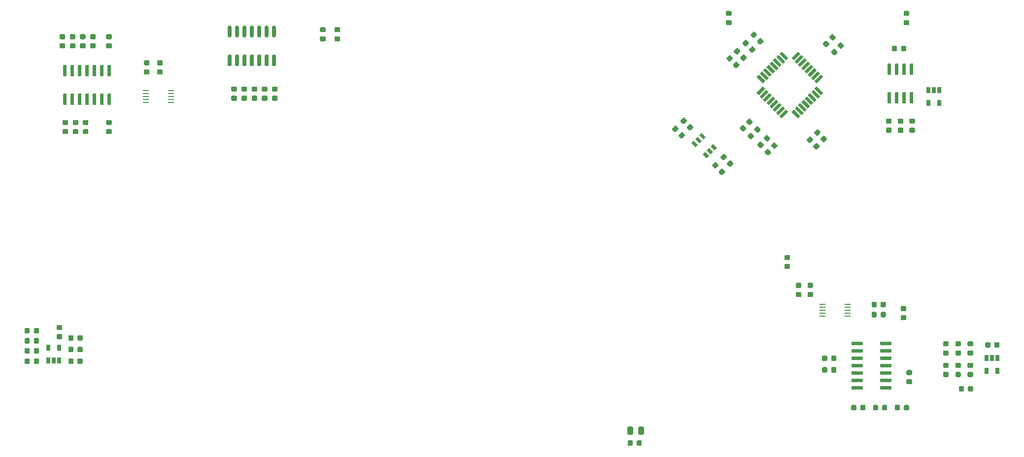
<source format=gtp>
G04 #@! TF.GenerationSoftware,KiCad,Pcbnew,(5.1.5)-3*
G04 #@! TF.CreationDate,2020-04-25T14:47:17+02:00*
G04 #@! TF.ProjectId,electro-load,656c6563-7472-46f2-9d6c-6f61642e6b69,rev?*
G04 #@! TF.SameCoordinates,Original*
G04 #@! TF.FileFunction,Paste,Top*
G04 #@! TF.FilePolarity,Positive*
%FSLAX46Y46*%
G04 Gerber Fmt 4.6, Leading zero omitted, Abs format (unit mm)*
G04 Created by KiCad (PCBNEW (5.1.5)-3) date 2020-04-25 14:47:17*
%MOMM*%
%LPD*%
G04 APERTURE LIST*
%ADD10C,0.100000*%
%ADD11R,0.650000X1.060000*%
%ADD12R,1.100000X0.250000*%
G04 APERTURE END LIST*
D10*
G36*
X195525037Y-46845926D02*
G01*
X195136128Y-47234835D01*
X194004757Y-46103464D01*
X194393666Y-45714555D01*
X195525037Y-46845926D01*
G37*
G36*
X196090723Y-46280241D02*
G01*
X195701814Y-46669150D01*
X194570443Y-45537779D01*
X194959352Y-45148870D01*
X196090723Y-46280241D01*
G37*
G36*
X196656408Y-45714555D02*
G01*
X196267499Y-46103464D01*
X195136128Y-44972093D01*
X195525037Y-44583184D01*
X196656408Y-45714555D01*
G37*
G36*
X197222093Y-45148870D02*
G01*
X196833184Y-45537779D01*
X195701813Y-44406408D01*
X196090722Y-44017499D01*
X197222093Y-45148870D01*
G37*
G36*
X197787779Y-44583184D02*
G01*
X197398870Y-44972093D01*
X196267499Y-43840722D01*
X196656408Y-43451813D01*
X197787779Y-44583184D01*
G37*
G36*
X198353464Y-44017499D02*
G01*
X197964555Y-44406408D01*
X196833184Y-43275037D01*
X197222093Y-42886128D01*
X198353464Y-44017499D01*
G37*
G36*
X198919150Y-43451814D02*
G01*
X198530241Y-43840723D01*
X197398870Y-42709352D01*
X197787779Y-42320443D01*
X198919150Y-43451814D01*
G37*
G36*
X199484835Y-42886128D02*
G01*
X199095926Y-43275037D01*
X197964555Y-42143666D01*
X198353464Y-41754757D01*
X199484835Y-42886128D01*
G37*
G36*
X200404074Y-43275037D02*
G01*
X200015165Y-42886128D01*
X201146536Y-41754757D01*
X201535445Y-42143666D01*
X200404074Y-43275037D01*
G37*
G36*
X200969759Y-43840723D02*
G01*
X200580850Y-43451814D01*
X201712221Y-42320443D01*
X202101130Y-42709352D01*
X200969759Y-43840723D01*
G37*
G36*
X201535445Y-44406408D02*
G01*
X201146536Y-44017499D01*
X202277907Y-42886128D01*
X202666816Y-43275037D01*
X201535445Y-44406408D01*
G37*
G36*
X202101130Y-44972093D02*
G01*
X201712221Y-44583184D01*
X202843592Y-43451813D01*
X203232501Y-43840722D01*
X202101130Y-44972093D01*
G37*
G36*
X202666816Y-45537779D02*
G01*
X202277907Y-45148870D01*
X203409278Y-44017499D01*
X203798187Y-44406408D01*
X202666816Y-45537779D01*
G37*
G36*
X203232501Y-46103464D02*
G01*
X202843592Y-45714555D01*
X203974963Y-44583184D01*
X204363872Y-44972093D01*
X203232501Y-46103464D01*
G37*
G36*
X203798186Y-46669150D02*
G01*
X203409277Y-46280241D01*
X204540648Y-45148870D01*
X204929557Y-45537779D01*
X203798186Y-46669150D01*
G37*
G36*
X204363872Y-47234835D02*
G01*
X203974963Y-46845926D01*
X205106334Y-45714555D01*
X205495243Y-46103464D01*
X204363872Y-47234835D01*
G37*
G36*
X205495243Y-48896536D02*
G01*
X205106334Y-49285445D01*
X203974963Y-48154074D01*
X204363872Y-47765165D01*
X205495243Y-48896536D01*
G37*
G36*
X204929557Y-49462221D02*
G01*
X204540648Y-49851130D01*
X203409277Y-48719759D01*
X203798186Y-48330850D01*
X204929557Y-49462221D01*
G37*
G36*
X204363872Y-50027907D02*
G01*
X203974963Y-50416816D01*
X202843592Y-49285445D01*
X203232501Y-48896536D01*
X204363872Y-50027907D01*
G37*
G36*
X203798187Y-50593592D02*
G01*
X203409278Y-50982501D01*
X202277907Y-49851130D01*
X202666816Y-49462221D01*
X203798187Y-50593592D01*
G37*
G36*
X203232501Y-51159278D02*
G01*
X202843592Y-51548187D01*
X201712221Y-50416816D01*
X202101130Y-50027907D01*
X203232501Y-51159278D01*
G37*
G36*
X202666816Y-51724963D02*
G01*
X202277907Y-52113872D01*
X201146536Y-50982501D01*
X201535445Y-50593592D01*
X202666816Y-51724963D01*
G37*
G36*
X202101130Y-52290648D02*
G01*
X201712221Y-52679557D01*
X200580850Y-51548186D01*
X200969759Y-51159277D01*
X202101130Y-52290648D01*
G37*
G36*
X201535445Y-52856334D02*
G01*
X201146536Y-53245243D01*
X200015165Y-52113872D01*
X200404074Y-51724963D01*
X201535445Y-52856334D01*
G37*
G36*
X198353464Y-53245243D02*
G01*
X197964555Y-52856334D01*
X199095926Y-51724963D01*
X199484835Y-52113872D01*
X198353464Y-53245243D01*
G37*
G36*
X197787779Y-52679557D02*
G01*
X197398870Y-52290648D01*
X198530241Y-51159277D01*
X198919150Y-51548186D01*
X197787779Y-52679557D01*
G37*
G36*
X197222093Y-52113872D02*
G01*
X196833184Y-51724963D01*
X197964555Y-50593592D01*
X198353464Y-50982501D01*
X197222093Y-52113872D01*
G37*
G36*
X196656408Y-51548187D02*
G01*
X196267499Y-51159278D01*
X197398870Y-50027907D01*
X197787779Y-50416816D01*
X196656408Y-51548187D01*
G37*
G36*
X196090722Y-50982501D02*
G01*
X195701813Y-50593592D01*
X196833184Y-49462221D01*
X197222093Y-49851130D01*
X196090722Y-50982501D01*
G37*
G36*
X195525037Y-50416816D02*
G01*
X195136128Y-50027907D01*
X196267499Y-48896536D01*
X196656408Y-49285445D01*
X195525037Y-50416816D01*
G37*
G36*
X194959352Y-49851130D02*
G01*
X194570443Y-49462221D01*
X195701814Y-48330850D01*
X196090723Y-48719759D01*
X194959352Y-49851130D01*
G37*
G36*
X194393666Y-49285445D02*
G01*
X194004757Y-48896536D01*
X195136128Y-47765165D01*
X195525037Y-48154074D01*
X194393666Y-49285445D01*
G37*
G36*
X221027691Y-53276053D02*
G01*
X221048926Y-53279203D01*
X221069750Y-53284419D01*
X221089962Y-53291651D01*
X221109368Y-53300830D01*
X221127781Y-53311866D01*
X221145024Y-53324654D01*
X221160930Y-53339070D01*
X221175346Y-53354976D01*
X221188134Y-53372219D01*
X221199170Y-53390632D01*
X221208349Y-53410038D01*
X221215581Y-53430250D01*
X221220797Y-53451074D01*
X221223947Y-53472309D01*
X221225000Y-53493750D01*
X221225000Y-53931250D01*
X221223947Y-53952691D01*
X221220797Y-53973926D01*
X221215581Y-53994750D01*
X221208349Y-54014962D01*
X221199170Y-54034368D01*
X221188134Y-54052781D01*
X221175346Y-54070024D01*
X221160930Y-54085930D01*
X221145024Y-54100346D01*
X221127781Y-54113134D01*
X221109368Y-54124170D01*
X221089962Y-54133349D01*
X221069750Y-54140581D01*
X221048926Y-54145797D01*
X221027691Y-54148947D01*
X221006250Y-54150000D01*
X220493750Y-54150000D01*
X220472309Y-54148947D01*
X220451074Y-54145797D01*
X220430250Y-54140581D01*
X220410038Y-54133349D01*
X220390632Y-54124170D01*
X220372219Y-54113134D01*
X220354976Y-54100346D01*
X220339070Y-54085930D01*
X220324654Y-54070024D01*
X220311866Y-54052781D01*
X220300830Y-54034368D01*
X220291651Y-54014962D01*
X220284419Y-53994750D01*
X220279203Y-53973926D01*
X220276053Y-53952691D01*
X220275000Y-53931250D01*
X220275000Y-53493750D01*
X220276053Y-53472309D01*
X220279203Y-53451074D01*
X220284419Y-53430250D01*
X220291651Y-53410038D01*
X220300830Y-53390632D01*
X220311866Y-53372219D01*
X220324654Y-53354976D01*
X220339070Y-53339070D01*
X220354976Y-53324654D01*
X220372219Y-53311866D01*
X220390632Y-53300830D01*
X220410038Y-53291651D01*
X220430250Y-53284419D01*
X220451074Y-53279203D01*
X220472309Y-53276053D01*
X220493750Y-53275000D01*
X221006250Y-53275000D01*
X221027691Y-53276053D01*
G37*
G36*
X221027691Y-54851053D02*
G01*
X221048926Y-54854203D01*
X221069750Y-54859419D01*
X221089962Y-54866651D01*
X221109368Y-54875830D01*
X221127781Y-54886866D01*
X221145024Y-54899654D01*
X221160930Y-54914070D01*
X221175346Y-54929976D01*
X221188134Y-54947219D01*
X221199170Y-54965632D01*
X221208349Y-54985038D01*
X221215581Y-55005250D01*
X221220797Y-55026074D01*
X221223947Y-55047309D01*
X221225000Y-55068750D01*
X221225000Y-55506250D01*
X221223947Y-55527691D01*
X221220797Y-55548926D01*
X221215581Y-55569750D01*
X221208349Y-55589962D01*
X221199170Y-55609368D01*
X221188134Y-55627781D01*
X221175346Y-55645024D01*
X221160930Y-55660930D01*
X221145024Y-55675346D01*
X221127781Y-55688134D01*
X221109368Y-55699170D01*
X221089962Y-55708349D01*
X221069750Y-55715581D01*
X221048926Y-55720797D01*
X221027691Y-55723947D01*
X221006250Y-55725000D01*
X220493750Y-55725000D01*
X220472309Y-55723947D01*
X220451074Y-55720797D01*
X220430250Y-55715581D01*
X220410038Y-55708349D01*
X220390632Y-55699170D01*
X220372219Y-55688134D01*
X220354976Y-55675346D01*
X220339070Y-55660930D01*
X220324654Y-55645024D01*
X220311866Y-55627781D01*
X220300830Y-55609368D01*
X220291651Y-55589962D01*
X220284419Y-55569750D01*
X220279203Y-55548926D01*
X220276053Y-55527691D01*
X220275000Y-55506250D01*
X220275000Y-55068750D01*
X220276053Y-55047309D01*
X220279203Y-55026074D01*
X220284419Y-55005250D01*
X220291651Y-54985038D01*
X220300830Y-54965632D01*
X220311866Y-54947219D01*
X220324654Y-54929976D01*
X220339070Y-54914070D01*
X220354976Y-54899654D01*
X220372219Y-54886866D01*
X220390632Y-54875830D01*
X220410038Y-54866651D01*
X220430250Y-54859419D01*
X220451074Y-54854203D01*
X220472309Y-54851053D01*
X220493750Y-54850000D01*
X221006250Y-54850000D01*
X221027691Y-54851053D01*
G37*
G36*
X103654703Y-37350722D02*
G01*
X103669264Y-37352882D01*
X103683543Y-37356459D01*
X103697403Y-37361418D01*
X103710710Y-37367712D01*
X103723336Y-37375280D01*
X103735159Y-37384048D01*
X103746066Y-37393934D01*
X103755952Y-37404841D01*
X103764720Y-37416664D01*
X103772288Y-37429290D01*
X103778582Y-37442597D01*
X103783541Y-37456457D01*
X103787118Y-37470736D01*
X103789278Y-37485297D01*
X103790000Y-37500000D01*
X103790000Y-39150000D01*
X103789278Y-39164703D01*
X103787118Y-39179264D01*
X103783541Y-39193543D01*
X103778582Y-39207403D01*
X103772288Y-39220710D01*
X103764720Y-39233336D01*
X103755952Y-39245159D01*
X103746066Y-39256066D01*
X103735159Y-39265952D01*
X103723336Y-39274720D01*
X103710710Y-39282288D01*
X103697403Y-39288582D01*
X103683543Y-39293541D01*
X103669264Y-39297118D01*
X103654703Y-39299278D01*
X103640000Y-39300000D01*
X103340000Y-39300000D01*
X103325297Y-39299278D01*
X103310736Y-39297118D01*
X103296457Y-39293541D01*
X103282597Y-39288582D01*
X103269290Y-39282288D01*
X103256664Y-39274720D01*
X103244841Y-39265952D01*
X103233934Y-39256066D01*
X103224048Y-39245159D01*
X103215280Y-39233336D01*
X103207712Y-39220710D01*
X103201418Y-39207403D01*
X103196459Y-39193543D01*
X103192882Y-39179264D01*
X103190722Y-39164703D01*
X103190000Y-39150000D01*
X103190000Y-37500000D01*
X103190722Y-37485297D01*
X103192882Y-37470736D01*
X103196459Y-37456457D01*
X103201418Y-37442597D01*
X103207712Y-37429290D01*
X103215280Y-37416664D01*
X103224048Y-37404841D01*
X103233934Y-37393934D01*
X103244841Y-37384048D01*
X103256664Y-37375280D01*
X103269290Y-37367712D01*
X103282597Y-37361418D01*
X103296457Y-37356459D01*
X103310736Y-37352882D01*
X103325297Y-37350722D01*
X103340000Y-37350000D01*
X103640000Y-37350000D01*
X103654703Y-37350722D01*
G37*
G36*
X104924703Y-37350722D02*
G01*
X104939264Y-37352882D01*
X104953543Y-37356459D01*
X104967403Y-37361418D01*
X104980710Y-37367712D01*
X104993336Y-37375280D01*
X105005159Y-37384048D01*
X105016066Y-37393934D01*
X105025952Y-37404841D01*
X105034720Y-37416664D01*
X105042288Y-37429290D01*
X105048582Y-37442597D01*
X105053541Y-37456457D01*
X105057118Y-37470736D01*
X105059278Y-37485297D01*
X105060000Y-37500000D01*
X105060000Y-39150000D01*
X105059278Y-39164703D01*
X105057118Y-39179264D01*
X105053541Y-39193543D01*
X105048582Y-39207403D01*
X105042288Y-39220710D01*
X105034720Y-39233336D01*
X105025952Y-39245159D01*
X105016066Y-39256066D01*
X105005159Y-39265952D01*
X104993336Y-39274720D01*
X104980710Y-39282288D01*
X104967403Y-39288582D01*
X104953543Y-39293541D01*
X104939264Y-39297118D01*
X104924703Y-39299278D01*
X104910000Y-39300000D01*
X104610000Y-39300000D01*
X104595297Y-39299278D01*
X104580736Y-39297118D01*
X104566457Y-39293541D01*
X104552597Y-39288582D01*
X104539290Y-39282288D01*
X104526664Y-39274720D01*
X104514841Y-39265952D01*
X104503934Y-39256066D01*
X104494048Y-39245159D01*
X104485280Y-39233336D01*
X104477712Y-39220710D01*
X104471418Y-39207403D01*
X104466459Y-39193543D01*
X104462882Y-39179264D01*
X104460722Y-39164703D01*
X104460000Y-39150000D01*
X104460000Y-37500000D01*
X104460722Y-37485297D01*
X104462882Y-37470736D01*
X104466459Y-37456457D01*
X104471418Y-37442597D01*
X104477712Y-37429290D01*
X104485280Y-37416664D01*
X104494048Y-37404841D01*
X104503934Y-37393934D01*
X104514841Y-37384048D01*
X104526664Y-37375280D01*
X104539290Y-37367712D01*
X104552597Y-37361418D01*
X104566457Y-37356459D01*
X104580736Y-37352882D01*
X104595297Y-37350722D01*
X104610000Y-37350000D01*
X104910000Y-37350000D01*
X104924703Y-37350722D01*
G37*
G36*
X106194703Y-37350722D02*
G01*
X106209264Y-37352882D01*
X106223543Y-37356459D01*
X106237403Y-37361418D01*
X106250710Y-37367712D01*
X106263336Y-37375280D01*
X106275159Y-37384048D01*
X106286066Y-37393934D01*
X106295952Y-37404841D01*
X106304720Y-37416664D01*
X106312288Y-37429290D01*
X106318582Y-37442597D01*
X106323541Y-37456457D01*
X106327118Y-37470736D01*
X106329278Y-37485297D01*
X106330000Y-37500000D01*
X106330000Y-39150000D01*
X106329278Y-39164703D01*
X106327118Y-39179264D01*
X106323541Y-39193543D01*
X106318582Y-39207403D01*
X106312288Y-39220710D01*
X106304720Y-39233336D01*
X106295952Y-39245159D01*
X106286066Y-39256066D01*
X106275159Y-39265952D01*
X106263336Y-39274720D01*
X106250710Y-39282288D01*
X106237403Y-39288582D01*
X106223543Y-39293541D01*
X106209264Y-39297118D01*
X106194703Y-39299278D01*
X106180000Y-39300000D01*
X105880000Y-39300000D01*
X105865297Y-39299278D01*
X105850736Y-39297118D01*
X105836457Y-39293541D01*
X105822597Y-39288582D01*
X105809290Y-39282288D01*
X105796664Y-39274720D01*
X105784841Y-39265952D01*
X105773934Y-39256066D01*
X105764048Y-39245159D01*
X105755280Y-39233336D01*
X105747712Y-39220710D01*
X105741418Y-39207403D01*
X105736459Y-39193543D01*
X105732882Y-39179264D01*
X105730722Y-39164703D01*
X105730000Y-39150000D01*
X105730000Y-37500000D01*
X105730722Y-37485297D01*
X105732882Y-37470736D01*
X105736459Y-37456457D01*
X105741418Y-37442597D01*
X105747712Y-37429290D01*
X105755280Y-37416664D01*
X105764048Y-37404841D01*
X105773934Y-37393934D01*
X105784841Y-37384048D01*
X105796664Y-37375280D01*
X105809290Y-37367712D01*
X105822597Y-37361418D01*
X105836457Y-37356459D01*
X105850736Y-37352882D01*
X105865297Y-37350722D01*
X105880000Y-37350000D01*
X106180000Y-37350000D01*
X106194703Y-37350722D01*
G37*
G36*
X107464703Y-37350722D02*
G01*
X107479264Y-37352882D01*
X107493543Y-37356459D01*
X107507403Y-37361418D01*
X107520710Y-37367712D01*
X107533336Y-37375280D01*
X107545159Y-37384048D01*
X107556066Y-37393934D01*
X107565952Y-37404841D01*
X107574720Y-37416664D01*
X107582288Y-37429290D01*
X107588582Y-37442597D01*
X107593541Y-37456457D01*
X107597118Y-37470736D01*
X107599278Y-37485297D01*
X107600000Y-37500000D01*
X107600000Y-39150000D01*
X107599278Y-39164703D01*
X107597118Y-39179264D01*
X107593541Y-39193543D01*
X107588582Y-39207403D01*
X107582288Y-39220710D01*
X107574720Y-39233336D01*
X107565952Y-39245159D01*
X107556066Y-39256066D01*
X107545159Y-39265952D01*
X107533336Y-39274720D01*
X107520710Y-39282288D01*
X107507403Y-39288582D01*
X107493543Y-39293541D01*
X107479264Y-39297118D01*
X107464703Y-39299278D01*
X107450000Y-39300000D01*
X107150000Y-39300000D01*
X107135297Y-39299278D01*
X107120736Y-39297118D01*
X107106457Y-39293541D01*
X107092597Y-39288582D01*
X107079290Y-39282288D01*
X107066664Y-39274720D01*
X107054841Y-39265952D01*
X107043934Y-39256066D01*
X107034048Y-39245159D01*
X107025280Y-39233336D01*
X107017712Y-39220710D01*
X107011418Y-39207403D01*
X107006459Y-39193543D01*
X107002882Y-39179264D01*
X107000722Y-39164703D01*
X107000000Y-39150000D01*
X107000000Y-37500000D01*
X107000722Y-37485297D01*
X107002882Y-37470736D01*
X107006459Y-37456457D01*
X107011418Y-37442597D01*
X107017712Y-37429290D01*
X107025280Y-37416664D01*
X107034048Y-37404841D01*
X107043934Y-37393934D01*
X107054841Y-37384048D01*
X107066664Y-37375280D01*
X107079290Y-37367712D01*
X107092597Y-37361418D01*
X107106457Y-37356459D01*
X107120736Y-37352882D01*
X107135297Y-37350722D01*
X107150000Y-37350000D01*
X107450000Y-37350000D01*
X107464703Y-37350722D01*
G37*
G36*
X108734703Y-37350722D02*
G01*
X108749264Y-37352882D01*
X108763543Y-37356459D01*
X108777403Y-37361418D01*
X108790710Y-37367712D01*
X108803336Y-37375280D01*
X108815159Y-37384048D01*
X108826066Y-37393934D01*
X108835952Y-37404841D01*
X108844720Y-37416664D01*
X108852288Y-37429290D01*
X108858582Y-37442597D01*
X108863541Y-37456457D01*
X108867118Y-37470736D01*
X108869278Y-37485297D01*
X108870000Y-37500000D01*
X108870000Y-39150000D01*
X108869278Y-39164703D01*
X108867118Y-39179264D01*
X108863541Y-39193543D01*
X108858582Y-39207403D01*
X108852288Y-39220710D01*
X108844720Y-39233336D01*
X108835952Y-39245159D01*
X108826066Y-39256066D01*
X108815159Y-39265952D01*
X108803336Y-39274720D01*
X108790710Y-39282288D01*
X108777403Y-39288582D01*
X108763543Y-39293541D01*
X108749264Y-39297118D01*
X108734703Y-39299278D01*
X108720000Y-39300000D01*
X108420000Y-39300000D01*
X108405297Y-39299278D01*
X108390736Y-39297118D01*
X108376457Y-39293541D01*
X108362597Y-39288582D01*
X108349290Y-39282288D01*
X108336664Y-39274720D01*
X108324841Y-39265952D01*
X108313934Y-39256066D01*
X108304048Y-39245159D01*
X108295280Y-39233336D01*
X108287712Y-39220710D01*
X108281418Y-39207403D01*
X108276459Y-39193543D01*
X108272882Y-39179264D01*
X108270722Y-39164703D01*
X108270000Y-39150000D01*
X108270000Y-37500000D01*
X108270722Y-37485297D01*
X108272882Y-37470736D01*
X108276459Y-37456457D01*
X108281418Y-37442597D01*
X108287712Y-37429290D01*
X108295280Y-37416664D01*
X108304048Y-37404841D01*
X108313934Y-37393934D01*
X108324841Y-37384048D01*
X108336664Y-37375280D01*
X108349290Y-37367712D01*
X108362597Y-37361418D01*
X108376457Y-37356459D01*
X108390736Y-37352882D01*
X108405297Y-37350722D01*
X108420000Y-37350000D01*
X108720000Y-37350000D01*
X108734703Y-37350722D01*
G37*
G36*
X110004703Y-37350722D02*
G01*
X110019264Y-37352882D01*
X110033543Y-37356459D01*
X110047403Y-37361418D01*
X110060710Y-37367712D01*
X110073336Y-37375280D01*
X110085159Y-37384048D01*
X110096066Y-37393934D01*
X110105952Y-37404841D01*
X110114720Y-37416664D01*
X110122288Y-37429290D01*
X110128582Y-37442597D01*
X110133541Y-37456457D01*
X110137118Y-37470736D01*
X110139278Y-37485297D01*
X110140000Y-37500000D01*
X110140000Y-39150000D01*
X110139278Y-39164703D01*
X110137118Y-39179264D01*
X110133541Y-39193543D01*
X110128582Y-39207403D01*
X110122288Y-39220710D01*
X110114720Y-39233336D01*
X110105952Y-39245159D01*
X110096066Y-39256066D01*
X110085159Y-39265952D01*
X110073336Y-39274720D01*
X110060710Y-39282288D01*
X110047403Y-39288582D01*
X110033543Y-39293541D01*
X110019264Y-39297118D01*
X110004703Y-39299278D01*
X109990000Y-39300000D01*
X109690000Y-39300000D01*
X109675297Y-39299278D01*
X109660736Y-39297118D01*
X109646457Y-39293541D01*
X109632597Y-39288582D01*
X109619290Y-39282288D01*
X109606664Y-39274720D01*
X109594841Y-39265952D01*
X109583934Y-39256066D01*
X109574048Y-39245159D01*
X109565280Y-39233336D01*
X109557712Y-39220710D01*
X109551418Y-39207403D01*
X109546459Y-39193543D01*
X109542882Y-39179264D01*
X109540722Y-39164703D01*
X109540000Y-39150000D01*
X109540000Y-37500000D01*
X109540722Y-37485297D01*
X109542882Y-37470736D01*
X109546459Y-37456457D01*
X109551418Y-37442597D01*
X109557712Y-37429290D01*
X109565280Y-37416664D01*
X109574048Y-37404841D01*
X109583934Y-37393934D01*
X109594841Y-37384048D01*
X109606664Y-37375280D01*
X109619290Y-37367712D01*
X109632597Y-37361418D01*
X109646457Y-37356459D01*
X109660736Y-37352882D01*
X109675297Y-37350722D01*
X109690000Y-37350000D01*
X109990000Y-37350000D01*
X110004703Y-37350722D01*
G37*
G36*
X111274703Y-37350722D02*
G01*
X111289264Y-37352882D01*
X111303543Y-37356459D01*
X111317403Y-37361418D01*
X111330710Y-37367712D01*
X111343336Y-37375280D01*
X111355159Y-37384048D01*
X111366066Y-37393934D01*
X111375952Y-37404841D01*
X111384720Y-37416664D01*
X111392288Y-37429290D01*
X111398582Y-37442597D01*
X111403541Y-37456457D01*
X111407118Y-37470736D01*
X111409278Y-37485297D01*
X111410000Y-37500000D01*
X111410000Y-39150000D01*
X111409278Y-39164703D01*
X111407118Y-39179264D01*
X111403541Y-39193543D01*
X111398582Y-39207403D01*
X111392288Y-39220710D01*
X111384720Y-39233336D01*
X111375952Y-39245159D01*
X111366066Y-39256066D01*
X111355159Y-39265952D01*
X111343336Y-39274720D01*
X111330710Y-39282288D01*
X111317403Y-39288582D01*
X111303543Y-39293541D01*
X111289264Y-39297118D01*
X111274703Y-39299278D01*
X111260000Y-39300000D01*
X110960000Y-39300000D01*
X110945297Y-39299278D01*
X110930736Y-39297118D01*
X110916457Y-39293541D01*
X110902597Y-39288582D01*
X110889290Y-39282288D01*
X110876664Y-39274720D01*
X110864841Y-39265952D01*
X110853934Y-39256066D01*
X110844048Y-39245159D01*
X110835280Y-39233336D01*
X110827712Y-39220710D01*
X110821418Y-39207403D01*
X110816459Y-39193543D01*
X110812882Y-39179264D01*
X110810722Y-39164703D01*
X110810000Y-39150000D01*
X110810000Y-37500000D01*
X110810722Y-37485297D01*
X110812882Y-37470736D01*
X110816459Y-37456457D01*
X110821418Y-37442597D01*
X110827712Y-37429290D01*
X110835280Y-37416664D01*
X110844048Y-37404841D01*
X110853934Y-37393934D01*
X110864841Y-37384048D01*
X110876664Y-37375280D01*
X110889290Y-37367712D01*
X110902597Y-37361418D01*
X110916457Y-37356459D01*
X110930736Y-37352882D01*
X110945297Y-37350722D01*
X110960000Y-37350000D01*
X111260000Y-37350000D01*
X111274703Y-37350722D01*
G37*
G36*
X111274703Y-42300722D02*
G01*
X111289264Y-42302882D01*
X111303543Y-42306459D01*
X111317403Y-42311418D01*
X111330710Y-42317712D01*
X111343336Y-42325280D01*
X111355159Y-42334048D01*
X111366066Y-42343934D01*
X111375952Y-42354841D01*
X111384720Y-42366664D01*
X111392288Y-42379290D01*
X111398582Y-42392597D01*
X111403541Y-42406457D01*
X111407118Y-42420736D01*
X111409278Y-42435297D01*
X111410000Y-42450000D01*
X111410000Y-44100000D01*
X111409278Y-44114703D01*
X111407118Y-44129264D01*
X111403541Y-44143543D01*
X111398582Y-44157403D01*
X111392288Y-44170710D01*
X111384720Y-44183336D01*
X111375952Y-44195159D01*
X111366066Y-44206066D01*
X111355159Y-44215952D01*
X111343336Y-44224720D01*
X111330710Y-44232288D01*
X111317403Y-44238582D01*
X111303543Y-44243541D01*
X111289264Y-44247118D01*
X111274703Y-44249278D01*
X111260000Y-44250000D01*
X110960000Y-44250000D01*
X110945297Y-44249278D01*
X110930736Y-44247118D01*
X110916457Y-44243541D01*
X110902597Y-44238582D01*
X110889290Y-44232288D01*
X110876664Y-44224720D01*
X110864841Y-44215952D01*
X110853934Y-44206066D01*
X110844048Y-44195159D01*
X110835280Y-44183336D01*
X110827712Y-44170710D01*
X110821418Y-44157403D01*
X110816459Y-44143543D01*
X110812882Y-44129264D01*
X110810722Y-44114703D01*
X110810000Y-44100000D01*
X110810000Y-42450000D01*
X110810722Y-42435297D01*
X110812882Y-42420736D01*
X110816459Y-42406457D01*
X110821418Y-42392597D01*
X110827712Y-42379290D01*
X110835280Y-42366664D01*
X110844048Y-42354841D01*
X110853934Y-42343934D01*
X110864841Y-42334048D01*
X110876664Y-42325280D01*
X110889290Y-42317712D01*
X110902597Y-42311418D01*
X110916457Y-42306459D01*
X110930736Y-42302882D01*
X110945297Y-42300722D01*
X110960000Y-42300000D01*
X111260000Y-42300000D01*
X111274703Y-42300722D01*
G37*
G36*
X110004703Y-42300722D02*
G01*
X110019264Y-42302882D01*
X110033543Y-42306459D01*
X110047403Y-42311418D01*
X110060710Y-42317712D01*
X110073336Y-42325280D01*
X110085159Y-42334048D01*
X110096066Y-42343934D01*
X110105952Y-42354841D01*
X110114720Y-42366664D01*
X110122288Y-42379290D01*
X110128582Y-42392597D01*
X110133541Y-42406457D01*
X110137118Y-42420736D01*
X110139278Y-42435297D01*
X110140000Y-42450000D01*
X110140000Y-44100000D01*
X110139278Y-44114703D01*
X110137118Y-44129264D01*
X110133541Y-44143543D01*
X110128582Y-44157403D01*
X110122288Y-44170710D01*
X110114720Y-44183336D01*
X110105952Y-44195159D01*
X110096066Y-44206066D01*
X110085159Y-44215952D01*
X110073336Y-44224720D01*
X110060710Y-44232288D01*
X110047403Y-44238582D01*
X110033543Y-44243541D01*
X110019264Y-44247118D01*
X110004703Y-44249278D01*
X109990000Y-44250000D01*
X109690000Y-44250000D01*
X109675297Y-44249278D01*
X109660736Y-44247118D01*
X109646457Y-44243541D01*
X109632597Y-44238582D01*
X109619290Y-44232288D01*
X109606664Y-44224720D01*
X109594841Y-44215952D01*
X109583934Y-44206066D01*
X109574048Y-44195159D01*
X109565280Y-44183336D01*
X109557712Y-44170710D01*
X109551418Y-44157403D01*
X109546459Y-44143543D01*
X109542882Y-44129264D01*
X109540722Y-44114703D01*
X109540000Y-44100000D01*
X109540000Y-42450000D01*
X109540722Y-42435297D01*
X109542882Y-42420736D01*
X109546459Y-42406457D01*
X109551418Y-42392597D01*
X109557712Y-42379290D01*
X109565280Y-42366664D01*
X109574048Y-42354841D01*
X109583934Y-42343934D01*
X109594841Y-42334048D01*
X109606664Y-42325280D01*
X109619290Y-42317712D01*
X109632597Y-42311418D01*
X109646457Y-42306459D01*
X109660736Y-42302882D01*
X109675297Y-42300722D01*
X109690000Y-42300000D01*
X109990000Y-42300000D01*
X110004703Y-42300722D01*
G37*
G36*
X108734703Y-42300722D02*
G01*
X108749264Y-42302882D01*
X108763543Y-42306459D01*
X108777403Y-42311418D01*
X108790710Y-42317712D01*
X108803336Y-42325280D01*
X108815159Y-42334048D01*
X108826066Y-42343934D01*
X108835952Y-42354841D01*
X108844720Y-42366664D01*
X108852288Y-42379290D01*
X108858582Y-42392597D01*
X108863541Y-42406457D01*
X108867118Y-42420736D01*
X108869278Y-42435297D01*
X108870000Y-42450000D01*
X108870000Y-44100000D01*
X108869278Y-44114703D01*
X108867118Y-44129264D01*
X108863541Y-44143543D01*
X108858582Y-44157403D01*
X108852288Y-44170710D01*
X108844720Y-44183336D01*
X108835952Y-44195159D01*
X108826066Y-44206066D01*
X108815159Y-44215952D01*
X108803336Y-44224720D01*
X108790710Y-44232288D01*
X108777403Y-44238582D01*
X108763543Y-44243541D01*
X108749264Y-44247118D01*
X108734703Y-44249278D01*
X108720000Y-44250000D01*
X108420000Y-44250000D01*
X108405297Y-44249278D01*
X108390736Y-44247118D01*
X108376457Y-44243541D01*
X108362597Y-44238582D01*
X108349290Y-44232288D01*
X108336664Y-44224720D01*
X108324841Y-44215952D01*
X108313934Y-44206066D01*
X108304048Y-44195159D01*
X108295280Y-44183336D01*
X108287712Y-44170710D01*
X108281418Y-44157403D01*
X108276459Y-44143543D01*
X108272882Y-44129264D01*
X108270722Y-44114703D01*
X108270000Y-44100000D01*
X108270000Y-42450000D01*
X108270722Y-42435297D01*
X108272882Y-42420736D01*
X108276459Y-42406457D01*
X108281418Y-42392597D01*
X108287712Y-42379290D01*
X108295280Y-42366664D01*
X108304048Y-42354841D01*
X108313934Y-42343934D01*
X108324841Y-42334048D01*
X108336664Y-42325280D01*
X108349290Y-42317712D01*
X108362597Y-42311418D01*
X108376457Y-42306459D01*
X108390736Y-42302882D01*
X108405297Y-42300722D01*
X108420000Y-42300000D01*
X108720000Y-42300000D01*
X108734703Y-42300722D01*
G37*
G36*
X107464703Y-42300722D02*
G01*
X107479264Y-42302882D01*
X107493543Y-42306459D01*
X107507403Y-42311418D01*
X107520710Y-42317712D01*
X107533336Y-42325280D01*
X107545159Y-42334048D01*
X107556066Y-42343934D01*
X107565952Y-42354841D01*
X107574720Y-42366664D01*
X107582288Y-42379290D01*
X107588582Y-42392597D01*
X107593541Y-42406457D01*
X107597118Y-42420736D01*
X107599278Y-42435297D01*
X107600000Y-42450000D01*
X107600000Y-44100000D01*
X107599278Y-44114703D01*
X107597118Y-44129264D01*
X107593541Y-44143543D01*
X107588582Y-44157403D01*
X107582288Y-44170710D01*
X107574720Y-44183336D01*
X107565952Y-44195159D01*
X107556066Y-44206066D01*
X107545159Y-44215952D01*
X107533336Y-44224720D01*
X107520710Y-44232288D01*
X107507403Y-44238582D01*
X107493543Y-44243541D01*
X107479264Y-44247118D01*
X107464703Y-44249278D01*
X107450000Y-44250000D01*
X107150000Y-44250000D01*
X107135297Y-44249278D01*
X107120736Y-44247118D01*
X107106457Y-44243541D01*
X107092597Y-44238582D01*
X107079290Y-44232288D01*
X107066664Y-44224720D01*
X107054841Y-44215952D01*
X107043934Y-44206066D01*
X107034048Y-44195159D01*
X107025280Y-44183336D01*
X107017712Y-44170710D01*
X107011418Y-44157403D01*
X107006459Y-44143543D01*
X107002882Y-44129264D01*
X107000722Y-44114703D01*
X107000000Y-44100000D01*
X107000000Y-42450000D01*
X107000722Y-42435297D01*
X107002882Y-42420736D01*
X107006459Y-42406457D01*
X107011418Y-42392597D01*
X107017712Y-42379290D01*
X107025280Y-42366664D01*
X107034048Y-42354841D01*
X107043934Y-42343934D01*
X107054841Y-42334048D01*
X107066664Y-42325280D01*
X107079290Y-42317712D01*
X107092597Y-42311418D01*
X107106457Y-42306459D01*
X107120736Y-42302882D01*
X107135297Y-42300722D01*
X107150000Y-42300000D01*
X107450000Y-42300000D01*
X107464703Y-42300722D01*
G37*
G36*
X106194703Y-42300722D02*
G01*
X106209264Y-42302882D01*
X106223543Y-42306459D01*
X106237403Y-42311418D01*
X106250710Y-42317712D01*
X106263336Y-42325280D01*
X106275159Y-42334048D01*
X106286066Y-42343934D01*
X106295952Y-42354841D01*
X106304720Y-42366664D01*
X106312288Y-42379290D01*
X106318582Y-42392597D01*
X106323541Y-42406457D01*
X106327118Y-42420736D01*
X106329278Y-42435297D01*
X106330000Y-42450000D01*
X106330000Y-44100000D01*
X106329278Y-44114703D01*
X106327118Y-44129264D01*
X106323541Y-44143543D01*
X106318582Y-44157403D01*
X106312288Y-44170710D01*
X106304720Y-44183336D01*
X106295952Y-44195159D01*
X106286066Y-44206066D01*
X106275159Y-44215952D01*
X106263336Y-44224720D01*
X106250710Y-44232288D01*
X106237403Y-44238582D01*
X106223543Y-44243541D01*
X106209264Y-44247118D01*
X106194703Y-44249278D01*
X106180000Y-44250000D01*
X105880000Y-44250000D01*
X105865297Y-44249278D01*
X105850736Y-44247118D01*
X105836457Y-44243541D01*
X105822597Y-44238582D01*
X105809290Y-44232288D01*
X105796664Y-44224720D01*
X105784841Y-44215952D01*
X105773934Y-44206066D01*
X105764048Y-44195159D01*
X105755280Y-44183336D01*
X105747712Y-44170710D01*
X105741418Y-44157403D01*
X105736459Y-44143543D01*
X105732882Y-44129264D01*
X105730722Y-44114703D01*
X105730000Y-44100000D01*
X105730000Y-42450000D01*
X105730722Y-42435297D01*
X105732882Y-42420736D01*
X105736459Y-42406457D01*
X105741418Y-42392597D01*
X105747712Y-42379290D01*
X105755280Y-42366664D01*
X105764048Y-42354841D01*
X105773934Y-42343934D01*
X105784841Y-42334048D01*
X105796664Y-42325280D01*
X105809290Y-42317712D01*
X105822597Y-42311418D01*
X105836457Y-42306459D01*
X105850736Y-42302882D01*
X105865297Y-42300722D01*
X105880000Y-42300000D01*
X106180000Y-42300000D01*
X106194703Y-42300722D01*
G37*
G36*
X104924703Y-42300722D02*
G01*
X104939264Y-42302882D01*
X104953543Y-42306459D01*
X104967403Y-42311418D01*
X104980710Y-42317712D01*
X104993336Y-42325280D01*
X105005159Y-42334048D01*
X105016066Y-42343934D01*
X105025952Y-42354841D01*
X105034720Y-42366664D01*
X105042288Y-42379290D01*
X105048582Y-42392597D01*
X105053541Y-42406457D01*
X105057118Y-42420736D01*
X105059278Y-42435297D01*
X105060000Y-42450000D01*
X105060000Y-44100000D01*
X105059278Y-44114703D01*
X105057118Y-44129264D01*
X105053541Y-44143543D01*
X105048582Y-44157403D01*
X105042288Y-44170710D01*
X105034720Y-44183336D01*
X105025952Y-44195159D01*
X105016066Y-44206066D01*
X105005159Y-44215952D01*
X104993336Y-44224720D01*
X104980710Y-44232288D01*
X104967403Y-44238582D01*
X104953543Y-44243541D01*
X104939264Y-44247118D01*
X104924703Y-44249278D01*
X104910000Y-44250000D01*
X104610000Y-44250000D01*
X104595297Y-44249278D01*
X104580736Y-44247118D01*
X104566457Y-44243541D01*
X104552597Y-44238582D01*
X104539290Y-44232288D01*
X104526664Y-44224720D01*
X104514841Y-44215952D01*
X104503934Y-44206066D01*
X104494048Y-44195159D01*
X104485280Y-44183336D01*
X104477712Y-44170710D01*
X104471418Y-44157403D01*
X104466459Y-44143543D01*
X104462882Y-44129264D01*
X104460722Y-44114703D01*
X104460000Y-44100000D01*
X104460000Y-42450000D01*
X104460722Y-42435297D01*
X104462882Y-42420736D01*
X104466459Y-42406457D01*
X104471418Y-42392597D01*
X104477712Y-42379290D01*
X104485280Y-42366664D01*
X104494048Y-42354841D01*
X104503934Y-42343934D01*
X104514841Y-42334048D01*
X104526664Y-42325280D01*
X104539290Y-42317712D01*
X104552597Y-42311418D01*
X104566457Y-42306459D01*
X104580736Y-42302882D01*
X104595297Y-42300722D01*
X104610000Y-42300000D01*
X104910000Y-42300000D01*
X104924703Y-42300722D01*
G37*
G36*
X103654703Y-42300722D02*
G01*
X103669264Y-42302882D01*
X103683543Y-42306459D01*
X103697403Y-42311418D01*
X103710710Y-42317712D01*
X103723336Y-42325280D01*
X103735159Y-42334048D01*
X103746066Y-42343934D01*
X103755952Y-42354841D01*
X103764720Y-42366664D01*
X103772288Y-42379290D01*
X103778582Y-42392597D01*
X103783541Y-42406457D01*
X103787118Y-42420736D01*
X103789278Y-42435297D01*
X103790000Y-42450000D01*
X103790000Y-44100000D01*
X103789278Y-44114703D01*
X103787118Y-44129264D01*
X103783541Y-44143543D01*
X103778582Y-44157403D01*
X103772288Y-44170710D01*
X103764720Y-44183336D01*
X103755952Y-44195159D01*
X103746066Y-44206066D01*
X103735159Y-44215952D01*
X103723336Y-44224720D01*
X103710710Y-44232288D01*
X103697403Y-44238582D01*
X103683543Y-44243541D01*
X103669264Y-44247118D01*
X103654703Y-44249278D01*
X103640000Y-44250000D01*
X103340000Y-44250000D01*
X103325297Y-44249278D01*
X103310736Y-44247118D01*
X103296457Y-44243541D01*
X103282597Y-44238582D01*
X103269290Y-44232288D01*
X103256664Y-44224720D01*
X103244841Y-44215952D01*
X103233934Y-44206066D01*
X103224048Y-44195159D01*
X103215280Y-44183336D01*
X103207712Y-44170710D01*
X103201418Y-44157403D01*
X103196459Y-44143543D01*
X103192882Y-44129264D01*
X103190722Y-44114703D01*
X103190000Y-44100000D01*
X103190000Y-42450000D01*
X103190722Y-42435297D01*
X103192882Y-42420736D01*
X103196459Y-42406457D01*
X103201418Y-42392597D01*
X103207712Y-42379290D01*
X103215280Y-42366664D01*
X103224048Y-42354841D01*
X103233934Y-42343934D01*
X103244841Y-42334048D01*
X103256664Y-42325280D01*
X103269290Y-42317712D01*
X103282597Y-42311418D01*
X103296457Y-42306459D01*
X103310736Y-42302882D01*
X103325297Y-42300722D01*
X103340000Y-42300000D01*
X103640000Y-42300000D01*
X103654703Y-42300722D01*
G37*
G36*
X212114703Y-99260722D02*
G01*
X212129264Y-99262882D01*
X212143543Y-99266459D01*
X212157403Y-99271418D01*
X212170710Y-99277712D01*
X212183336Y-99285280D01*
X212195159Y-99294048D01*
X212206066Y-99303934D01*
X212215952Y-99314841D01*
X212224720Y-99326664D01*
X212232288Y-99339290D01*
X212238582Y-99352597D01*
X212243541Y-99366457D01*
X212247118Y-99380736D01*
X212249278Y-99395297D01*
X212250000Y-99410000D01*
X212250000Y-99710000D01*
X212249278Y-99724703D01*
X212247118Y-99739264D01*
X212243541Y-99753543D01*
X212238582Y-99767403D01*
X212232288Y-99780710D01*
X212224720Y-99793336D01*
X212215952Y-99805159D01*
X212206066Y-99816066D01*
X212195159Y-99825952D01*
X212183336Y-99834720D01*
X212170710Y-99842288D01*
X212157403Y-99848582D01*
X212143543Y-99853541D01*
X212129264Y-99857118D01*
X212114703Y-99859278D01*
X212100000Y-99860000D01*
X210450000Y-99860000D01*
X210435297Y-99859278D01*
X210420736Y-99857118D01*
X210406457Y-99853541D01*
X210392597Y-99848582D01*
X210379290Y-99842288D01*
X210366664Y-99834720D01*
X210354841Y-99825952D01*
X210343934Y-99816066D01*
X210334048Y-99805159D01*
X210325280Y-99793336D01*
X210317712Y-99780710D01*
X210311418Y-99767403D01*
X210306459Y-99753543D01*
X210302882Y-99739264D01*
X210300722Y-99724703D01*
X210300000Y-99710000D01*
X210300000Y-99410000D01*
X210300722Y-99395297D01*
X210302882Y-99380736D01*
X210306459Y-99366457D01*
X210311418Y-99352597D01*
X210317712Y-99339290D01*
X210325280Y-99326664D01*
X210334048Y-99314841D01*
X210343934Y-99303934D01*
X210354841Y-99294048D01*
X210366664Y-99285280D01*
X210379290Y-99277712D01*
X210392597Y-99271418D01*
X210406457Y-99266459D01*
X210420736Y-99262882D01*
X210435297Y-99260722D01*
X210450000Y-99260000D01*
X212100000Y-99260000D01*
X212114703Y-99260722D01*
G37*
G36*
X212114703Y-97990722D02*
G01*
X212129264Y-97992882D01*
X212143543Y-97996459D01*
X212157403Y-98001418D01*
X212170710Y-98007712D01*
X212183336Y-98015280D01*
X212195159Y-98024048D01*
X212206066Y-98033934D01*
X212215952Y-98044841D01*
X212224720Y-98056664D01*
X212232288Y-98069290D01*
X212238582Y-98082597D01*
X212243541Y-98096457D01*
X212247118Y-98110736D01*
X212249278Y-98125297D01*
X212250000Y-98140000D01*
X212250000Y-98440000D01*
X212249278Y-98454703D01*
X212247118Y-98469264D01*
X212243541Y-98483543D01*
X212238582Y-98497403D01*
X212232288Y-98510710D01*
X212224720Y-98523336D01*
X212215952Y-98535159D01*
X212206066Y-98546066D01*
X212195159Y-98555952D01*
X212183336Y-98564720D01*
X212170710Y-98572288D01*
X212157403Y-98578582D01*
X212143543Y-98583541D01*
X212129264Y-98587118D01*
X212114703Y-98589278D01*
X212100000Y-98590000D01*
X210450000Y-98590000D01*
X210435297Y-98589278D01*
X210420736Y-98587118D01*
X210406457Y-98583541D01*
X210392597Y-98578582D01*
X210379290Y-98572288D01*
X210366664Y-98564720D01*
X210354841Y-98555952D01*
X210343934Y-98546066D01*
X210334048Y-98535159D01*
X210325280Y-98523336D01*
X210317712Y-98510710D01*
X210311418Y-98497403D01*
X210306459Y-98483543D01*
X210302882Y-98469264D01*
X210300722Y-98454703D01*
X210300000Y-98440000D01*
X210300000Y-98140000D01*
X210300722Y-98125297D01*
X210302882Y-98110736D01*
X210306459Y-98096457D01*
X210311418Y-98082597D01*
X210317712Y-98069290D01*
X210325280Y-98056664D01*
X210334048Y-98044841D01*
X210343934Y-98033934D01*
X210354841Y-98024048D01*
X210366664Y-98015280D01*
X210379290Y-98007712D01*
X210392597Y-98001418D01*
X210406457Y-97996459D01*
X210420736Y-97992882D01*
X210435297Y-97990722D01*
X210450000Y-97990000D01*
X212100000Y-97990000D01*
X212114703Y-97990722D01*
G37*
G36*
X212114703Y-96720722D02*
G01*
X212129264Y-96722882D01*
X212143543Y-96726459D01*
X212157403Y-96731418D01*
X212170710Y-96737712D01*
X212183336Y-96745280D01*
X212195159Y-96754048D01*
X212206066Y-96763934D01*
X212215952Y-96774841D01*
X212224720Y-96786664D01*
X212232288Y-96799290D01*
X212238582Y-96812597D01*
X212243541Y-96826457D01*
X212247118Y-96840736D01*
X212249278Y-96855297D01*
X212250000Y-96870000D01*
X212250000Y-97170000D01*
X212249278Y-97184703D01*
X212247118Y-97199264D01*
X212243541Y-97213543D01*
X212238582Y-97227403D01*
X212232288Y-97240710D01*
X212224720Y-97253336D01*
X212215952Y-97265159D01*
X212206066Y-97276066D01*
X212195159Y-97285952D01*
X212183336Y-97294720D01*
X212170710Y-97302288D01*
X212157403Y-97308582D01*
X212143543Y-97313541D01*
X212129264Y-97317118D01*
X212114703Y-97319278D01*
X212100000Y-97320000D01*
X210450000Y-97320000D01*
X210435297Y-97319278D01*
X210420736Y-97317118D01*
X210406457Y-97313541D01*
X210392597Y-97308582D01*
X210379290Y-97302288D01*
X210366664Y-97294720D01*
X210354841Y-97285952D01*
X210343934Y-97276066D01*
X210334048Y-97265159D01*
X210325280Y-97253336D01*
X210317712Y-97240710D01*
X210311418Y-97227403D01*
X210306459Y-97213543D01*
X210302882Y-97199264D01*
X210300722Y-97184703D01*
X210300000Y-97170000D01*
X210300000Y-96870000D01*
X210300722Y-96855297D01*
X210302882Y-96840736D01*
X210306459Y-96826457D01*
X210311418Y-96812597D01*
X210317712Y-96799290D01*
X210325280Y-96786664D01*
X210334048Y-96774841D01*
X210343934Y-96763934D01*
X210354841Y-96754048D01*
X210366664Y-96745280D01*
X210379290Y-96737712D01*
X210392597Y-96731418D01*
X210406457Y-96726459D01*
X210420736Y-96722882D01*
X210435297Y-96720722D01*
X210450000Y-96720000D01*
X212100000Y-96720000D01*
X212114703Y-96720722D01*
G37*
G36*
X212114703Y-95450722D02*
G01*
X212129264Y-95452882D01*
X212143543Y-95456459D01*
X212157403Y-95461418D01*
X212170710Y-95467712D01*
X212183336Y-95475280D01*
X212195159Y-95484048D01*
X212206066Y-95493934D01*
X212215952Y-95504841D01*
X212224720Y-95516664D01*
X212232288Y-95529290D01*
X212238582Y-95542597D01*
X212243541Y-95556457D01*
X212247118Y-95570736D01*
X212249278Y-95585297D01*
X212250000Y-95600000D01*
X212250000Y-95900000D01*
X212249278Y-95914703D01*
X212247118Y-95929264D01*
X212243541Y-95943543D01*
X212238582Y-95957403D01*
X212232288Y-95970710D01*
X212224720Y-95983336D01*
X212215952Y-95995159D01*
X212206066Y-96006066D01*
X212195159Y-96015952D01*
X212183336Y-96024720D01*
X212170710Y-96032288D01*
X212157403Y-96038582D01*
X212143543Y-96043541D01*
X212129264Y-96047118D01*
X212114703Y-96049278D01*
X212100000Y-96050000D01*
X210450000Y-96050000D01*
X210435297Y-96049278D01*
X210420736Y-96047118D01*
X210406457Y-96043541D01*
X210392597Y-96038582D01*
X210379290Y-96032288D01*
X210366664Y-96024720D01*
X210354841Y-96015952D01*
X210343934Y-96006066D01*
X210334048Y-95995159D01*
X210325280Y-95983336D01*
X210317712Y-95970710D01*
X210311418Y-95957403D01*
X210306459Y-95943543D01*
X210302882Y-95929264D01*
X210300722Y-95914703D01*
X210300000Y-95900000D01*
X210300000Y-95600000D01*
X210300722Y-95585297D01*
X210302882Y-95570736D01*
X210306459Y-95556457D01*
X210311418Y-95542597D01*
X210317712Y-95529290D01*
X210325280Y-95516664D01*
X210334048Y-95504841D01*
X210343934Y-95493934D01*
X210354841Y-95484048D01*
X210366664Y-95475280D01*
X210379290Y-95467712D01*
X210392597Y-95461418D01*
X210406457Y-95456459D01*
X210420736Y-95452882D01*
X210435297Y-95450722D01*
X210450000Y-95450000D01*
X212100000Y-95450000D01*
X212114703Y-95450722D01*
G37*
G36*
X212114703Y-94180722D02*
G01*
X212129264Y-94182882D01*
X212143543Y-94186459D01*
X212157403Y-94191418D01*
X212170710Y-94197712D01*
X212183336Y-94205280D01*
X212195159Y-94214048D01*
X212206066Y-94223934D01*
X212215952Y-94234841D01*
X212224720Y-94246664D01*
X212232288Y-94259290D01*
X212238582Y-94272597D01*
X212243541Y-94286457D01*
X212247118Y-94300736D01*
X212249278Y-94315297D01*
X212250000Y-94330000D01*
X212250000Y-94630000D01*
X212249278Y-94644703D01*
X212247118Y-94659264D01*
X212243541Y-94673543D01*
X212238582Y-94687403D01*
X212232288Y-94700710D01*
X212224720Y-94713336D01*
X212215952Y-94725159D01*
X212206066Y-94736066D01*
X212195159Y-94745952D01*
X212183336Y-94754720D01*
X212170710Y-94762288D01*
X212157403Y-94768582D01*
X212143543Y-94773541D01*
X212129264Y-94777118D01*
X212114703Y-94779278D01*
X212100000Y-94780000D01*
X210450000Y-94780000D01*
X210435297Y-94779278D01*
X210420736Y-94777118D01*
X210406457Y-94773541D01*
X210392597Y-94768582D01*
X210379290Y-94762288D01*
X210366664Y-94754720D01*
X210354841Y-94745952D01*
X210343934Y-94736066D01*
X210334048Y-94725159D01*
X210325280Y-94713336D01*
X210317712Y-94700710D01*
X210311418Y-94687403D01*
X210306459Y-94673543D01*
X210302882Y-94659264D01*
X210300722Y-94644703D01*
X210300000Y-94630000D01*
X210300000Y-94330000D01*
X210300722Y-94315297D01*
X210302882Y-94300736D01*
X210306459Y-94286457D01*
X210311418Y-94272597D01*
X210317712Y-94259290D01*
X210325280Y-94246664D01*
X210334048Y-94234841D01*
X210343934Y-94223934D01*
X210354841Y-94214048D01*
X210366664Y-94205280D01*
X210379290Y-94197712D01*
X210392597Y-94191418D01*
X210406457Y-94186459D01*
X210420736Y-94182882D01*
X210435297Y-94180722D01*
X210450000Y-94180000D01*
X212100000Y-94180000D01*
X212114703Y-94180722D01*
G37*
G36*
X212114703Y-92910722D02*
G01*
X212129264Y-92912882D01*
X212143543Y-92916459D01*
X212157403Y-92921418D01*
X212170710Y-92927712D01*
X212183336Y-92935280D01*
X212195159Y-92944048D01*
X212206066Y-92953934D01*
X212215952Y-92964841D01*
X212224720Y-92976664D01*
X212232288Y-92989290D01*
X212238582Y-93002597D01*
X212243541Y-93016457D01*
X212247118Y-93030736D01*
X212249278Y-93045297D01*
X212250000Y-93060000D01*
X212250000Y-93360000D01*
X212249278Y-93374703D01*
X212247118Y-93389264D01*
X212243541Y-93403543D01*
X212238582Y-93417403D01*
X212232288Y-93430710D01*
X212224720Y-93443336D01*
X212215952Y-93455159D01*
X212206066Y-93466066D01*
X212195159Y-93475952D01*
X212183336Y-93484720D01*
X212170710Y-93492288D01*
X212157403Y-93498582D01*
X212143543Y-93503541D01*
X212129264Y-93507118D01*
X212114703Y-93509278D01*
X212100000Y-93510000D01*
X210450000Y-93510000D01*
X210435297Y-93509278D01*
X210420736Y-93507118D01*
X210406457Y-93503541D01*
X210392597Y-93498582D01*
X210379290Y-93492288D01*
X210366664Y-93484720D01*
X210354841Y-93475952D01*
X210343934Y-93466066D01*
X210334048Y-93455159D01*
X210325280Y-93443336D01*
X210317712Y-93430710D01*
X210311418Y-93417403D01*
X210306459Y-93403543D01*
X210302882Y-93389264D01*
X210300722Y-93374703D01*
X210300000Y-93360000D01*
X210300000Y-93060000D01*
X210300722Y-93045297D01*
X210302882Y-93030736D01*
X210306459Y-93016457D01*
X210311418Y-93002597D01*
X210317712Y-92989290D01*
X210325280Y-92976664D01*
X210334048Y-92964841D01*
X210343934Y-92953934D01*
X210354841Y-92944048D01*
X210366664Y-92935280D01*
X210379290Y-92927712D01*
X210392597Y-92921418D01*
X210406457Y-92916459D01*
X210420736Y-92912882D01*
X210435297Y-92910722D01*
X210450000Y-92910000D01*
X212100000Y-92910000D01*
X212114703Y-92910722D01*
G37*
G36*
X212114703Y-91640722D02*
G01*
X212129264Y-91642882D01*
X212143543Y-91646459D01*
X212157403Y-91651418D01*
X212170710Y-91657712D01*
X212183336Y-91665280D01*
X212195159Y-91674048D01*
X212206066Y-91683934D01*
X212215952Y-91694841D01*
X212224720Y-91706664D01*
X212232288Y-91719290D01*
X212238582Y-91732597D01*
X212243541Y-91746457D01*
X212247118Y-91760736D01*
X212249278Y-91775297D01*
X212250000Y-91790000D01*
X212250000Y-92090000D01*
X212249278Y-92104703D01*
X212247118Y-92119264D01*
X212243541Y-92133543D01*
X212238582Y-92147403D01*
X212232288Y-92160710D01*
X212224720Y-92173336D01*
X212215952Y-92185159D01*
X212206066Y-92196066D01*
X212195159Y-92205952D01*
X212183336Y-92214720D01*
X212170710Y-92222288D01*
X212157403Y-92228582D01*
X212143543Y-92233541D01*
X212129264Y-92237118D01*
X212114703Y-92239278D01*
X212100000Y-92240000D01*
X210450000Y-92240000D01*
X210435297Y-92239278D01*
X210420736Y-92237118D01*
X210406457Y-92233541D01*
X210392597Y-92228582D01*
X210379290Y-92222288D01*
X210366664Y-92214720D01*
X210354841Y-92205952D01*
X210343934Y-92196066D01*
X210334048Y-92185159D01*
X210325280Y-92173336D01*
X210317712Y-92160710D01*
X210311418Y-92147403D01*
X210306459Y-92133543D01*
X210302882Y-92119264D01*
X210300722Y-92104703D01*
X210300000Y-92090000D01*
X210300000Y-91790000D01*
X210300722Y-91775297D01*
X210302882Y-91760736D01*
X210306459Y-91746457D01*
X210311418Y-91732597D01*
X210317712Y-91719290D01*
X210325280Y-91706664D01*
X210334048Y-91694841D01*
X210343934Y-91683934D01*
X210354841Y-91674048D01*
X210366664Y-91665280D01*
X210379290Y-91657712D01*
X210392597Y-91651418D01*
X210406457Y-91646459D01*
X210420736Y-91642882D01*
X210435297Y-91640722D01*
X210450000Y-91640000D01*
X212100000Y-91640000D01*
X212114703Y-91640722D01*
G37*
G36*
X217064703Y-91640722D02*
G01*
X217079264Y-91642882D01*
X217093543Y-91646459D01*
X217107403Y-91651418D01*
X217120710Y-91657712D01*
X217133336Y-91665280D01*
X217145159Y-91674048D01*
X217156066Y-91683934D01*
X217165952Y-91694841D01*
X217174720Y-91706664D01*
X217182288Y-91719290D01*
X217188582Y-91732597D01*
X217193541Y-91746457D01*
X217197118Y-91760736D01*
X217199278Y-91775297D01*
X217200000Y-91790000D01*
X217200000Y-92090000D01*
X217199278Y-92104703D01*
X217197118Y-92119264D01*
X217193541Y-92133543D01*
X217188582Y-92147403D01*
X217182288Y-92160710D01*
X217174720Y-92173336D01*
X217165952Y-92185159D01*
X217156066Y-92196066D01*
X217145159Y-92205952D01*
X217133336Y-92214720D01*
X217120710Y-92222288D01*
X217107403Y-92228582D01*
X217093543Y-92233541D01*
X217079264Y-92237118D01*
X217064703Y-92239278D01*
X217050000Y-92240000D01*
X215400000Y-92240000D01*
X215385297Y-92239278D01*
X215370736Y-92237118D01*
X215356457Y-92233541D01*
X215342597Y-92228582D01*
X215329290Y-92222288D01*
X215316664Y-92214720D01*
X215304841Y-92205952D01*
X215293934Y-92196066D01*
X215284048Y-92185159D01*
X215275280Y-92173336D01*
X215267712Y-92160710D01*
X215261418Y-92147403D01*
X215256459Y-92133543D01*
X215252882Y-92119264D01*
X215250722Y-92104703D01*
X215250000Y-92090000D01*
X215250000Y-91790000D01*
X215250722Y-91775297D01*
X215252882Y-91760736D01*
X215256459Y-91746457D01*
X215261418Y-91732597D01*
X215267712Y-91719290D01*
X215275280Y-91706664D01*
X215284048Y-91694841D01*
X215293934Y-91683934D01*
X215304841Y-91674048D01*
X215316664Y-91665280D01*
X215329290Y-91657712D01*
X215342597Y-91651418D01*
X215356457Y-91646459D01*
X215370736Y-91642882D01*
X215385297Y-91640722D01*
X215400000Y-91640000D01*
X217050000Y-91640000D01*
X217064703Y-91640722D01*
G37*
G36*
X217064703Y-92910722D02*
G01*
X217079264Y-92912882D01*
X217093543Y-92916459D01*
X217107403Y-92921418D01*
X217120710Y-92927712D01*
X217133336Y-92935280D01*
X217145159Y-92944048D01*
X217156066Y-92953934D01*
X217165952Y-92964841D01*
X217174720Y-92976664D01*
X217182288Y-92989290D01*
X217188582Y-93002597D01*
X217193541Y-93016457D01*
X217197118Y-93030736D01*
X217199278Y-93045297D01*
X217200000Y-93060000D01*
X217200000Y-93360000D01*
X217199278Y-93374703D01*
X217197118Y-93389264D01*
X217193541Y-93403543D01*
X217188582Y-93417403D01*
X217182288Y-93430710D01*
X217174720Y-93443336D01*
X217165952Y-93455159D01*
X217156066Y-93466066D01*
X217145159Y-93475952D01*
X217133336Y-93484720D01*
X217120710Y-93492288D01*
X217107403Y-93498582D01*
X217093543Y-93503541D01*
X217079264Y-93507118D01*
X217064703Y-93509278D01*
X217050000Y-93510000D01*
X215400000Y-93510000D01*
X215385297Y-93509278D01*
X215370736Y-93507118D01*
X215356457Y-93503541D01*
X215342597Y-93498582D01*
X215329290Y-93492288D01*
X215316664Y-93484720D01*
X215304841Y-93475952D01*
X215293934Y-93466066D01*
X215284048Y-93455159D01*
X215275280Y-93443336D01*
X215267712Y-93430710D01*
X215261418Y-93417403D01*
X215256459Y-93403543D01*
X215252882Y-93389264D01*
X215250722Y-93374703D01*
X215250000Y-93360000D01*
X215250000Y-93060000D01*
X215250722Y-93045297D01*
X215252882Y-93030736D01*
X215256459Y-93016457D01*
X215261418Y-93002597D01*
X215267712Y-92989290D01*
X215275280Y-92976664D01*
X215284048Y-92964841D01*
X215293934Y-92953934D01*
X215304841Y-92944048D01*
X215316664Y-92935280D01*
X215329290Y-92927712D01*
X215342597Y-92921418D01*
X215356457Y-92916459D01*
X215370736Y-92912882D01*
X215385297Y-92910722D01*
X215400000Y-92910000D01*
X217050000Y-92910000D01*
X217064703Y-92910722D01*
G37*
G36*
X217064703Y-94180722D02*
G01*
X217079264Y-94182882D01*
X217093543Y-94186459D01*
X217107403Y-94191418D01*
X217120710Y-94197712D01*
X217133336Y-94205280D01*
X217145159Y-94214048D01*
X217156066Y-94223934D01*
X217165952Y-94234841D01*
X217174720Y-94246664D01*
X217182288Y-94259290D01*
X217188582Y-94272597D01*
X217193541Y-94286457D01*
X217197118Y-94300736D01*
X217199278Y-94315297D01*
X217200000Y-94330000D01*
X217200000Y-94630000D01*
X217199278Y-94644703D01*
X217197118Y-94659264D01*
X217193541Y-94673543D01*
X217188582Y-94687403D01*
X217182288Y-94700710D01*
X217174720Y-94713336D01*
X217165952Y-94725159D01*
X217156066Y-94736066D01*
X217145159Y-94745952D01*
X217133336Y-94754720D01*
X217120710Y-94762288D01*
X217107403Y-94768582D01*
X217093543Y-94773541D01*
X217079264Y-94777118D01*
X217064703Y-94779278D01*
X217050000Y-94780000D01*
X215400000Y-94780000D01*
X215385297Y-94779278D01*
X215370736Y-94777118D01*
X215356457Y-94773541D01*
X215342597Y-94768582D01*
X215329290Y-94762288D01*
X215316664Y-94754720D01*
X215304841Y-94745952D01*
X215293934Y-94736066D01*
X215284048Y-94725159D01*
X215275280Y-94713336D01*
X215267712Y-94700710D01*
X215261418Y-94687403D01*
X215256459Y-94673543D01*
X215252882Y-94659264D01*
X215250722Y-94644703D01*
X215250000Y-94630000D01*
X215250000Y-94330000D01*
X215250722Y-94315297D01*
X215252882Y-94300736D01*
X215256459Y-94286457D01*
X215261418Y-94272597D01*
X215267712Y-94259290D01*
X215275280Y-94246664D01*
X215284048Y-94234841D01*
X215293934Y-94223934D01*
X215304841Y-94214048D01*
X215316664Y-94205280D01*
X215329290Y-94197712D01*
X215342597Y-94191418D01*
X215356457Y-94186459D01*
X215370736Y-94182882D01*
X215385297Y-94180722D01*
X215400000Y-94180000D01*
X217050000Y-94180000D01*
X217064703Y-94180722D01*
G37*
G36*
X217064703Y-95450722D02*
G01*
X217079264Y-95452882D01*
X217093543Y-95456459D01*
X217107403Y-95461418D01*
X217120710Y-95467712D01*
X217133336Y-95475280D01*
X217145159Y-95484048D01*
X217156066Y-95493934D01*
X217165952Y-95504841D01*
X217174720Y-95516664D01*
X217182288Y-95529290D01*
X217188582Y-95542597D01*
X217193541Y-95556457D01*
X217197118Y-95570736D01*
X217199278Y-95585297D01*
X217200000Y-95600000D01*
X217200000Y-95900000D01*
X217199278Y-95914703D01*
X217197118Y-95929264D01*
X217193541Y-95943543D01*
X217188582Y-95957403D01*
X217182288Y-95970710D01*
X217174720Y-95983336D01*
X217165952Y-95995159D01*
X217156066Y-96006066D01*
X217145159Y-96015952D01*
X217133336Y-96024720D01*
X217120710Y-96032288D01*
X217107403Y-96038582D01*
X217093543Y-96043541D01*
X217079264Y-96047118D01*
X217064703Y-96049278D01*
X217050000Y-96050000D01*
X215400000Y-96050000D01*
X215385297Y-96049278D01*
X215370736Y-96047118D01*
X215356457Y-96043541D01*
X215342597Y-96038582D01*
X215329290Y-96032288D01*
X215316664Y-96024720D01*
X215304841Y-96015952D01*
X215293934Y-96006066D01*
X215284048Y-95995159D01*
X215275280Y-95983336D01*
X215267712Y-95970710D01*
X215261418Y-95957403D01*
X215256459Y-95943543D01*
X215252882Y-95929264D01*
X215250722Y-95914703D01*
X215250000Y-95900000D01*
X215250000Y-95600000D01*
X215250722Y-95585297D01*
X215252882Y-95570736D01*
X215256459Y-95556457D01*
X215261418Y-95542597D01*
X215267712Y-95529290D01*
X215275280Y-95516664D01*
X215284048Y-95504841D01*
X215293934Y-95493934D01*
X215304841Y-95484048D01*
X215316664Y-95475280D01*
X215329290Y-95467712D01*
X215342597Y-95461418D01*
X215356457Y-95456459D01*
X215370736Y-95452882D01*
X215385297Y-95450722D01*
X215400000Y-95450000D01*
X217050000Y-95450000D01*
X217064703Y-95450722D01*
G37*
G36*
X217064703Y-96720722D02*
G01*
X217079264Y-96722882D01*
X217093543Y-96726459D01*
X217107403Y-96731418D01*
X217120710Y-96737712D01*
X217133336Y-96745280D01*
X217145159Y-96754048D01*
X217156066Y-96763934D01*
X217165952Y-96774841D01*
X217174720Y-96786664D01*
X217182288Y-96799290D01*
X217188582Y-96812597D01*
X217193541Y-96826457D01*
X217197118Y-96840736D01*
X217199278Y-96855297D01*
X217200000Y-96870000D01*
X217200000Y-97170000D01*
X217199278Y-97184703D01*
X217197118Y-97199264D01*
X217193541Y-97213543D01*
X217188582Y-97227403D01*
X217182288Y-97240710D01*
X217174720Y-97253336D01*
X217165952Y-97265159D01*
X217156066Y-97276066D01*
X217145159Y-97285952D01*
X217133336Y-97294720D01*
X217120710Y-97302288D01*
X217107403Y-97308582D01*
X217093543Y-97313541D01*
X217079264Y-97317118D01*
X217064703Y-97319278D01*
X217050000Y-97320000D01*
X215400000Y-97320000D01*
X215385297Y-97319278D01*
X215370736Y-97317118D01*
X215356457Y-97313541D01*
X215342597Y-97308582D01*
X215329290Y-97302288D01*
X215316664Y-97294720D01*
X215304841Y-97285952D01*
X215293934Y-97276066D01*
X215284048Y-97265159D01*
X215275280Y-97253336D01*
X215267712Y-97240710D01*
X215261418Y-97227403D01*
X215256459Y-97213543D01*
X215252882Y-97199264D01*
X215250722Y-97184703D01*
X215250000Y-97170000D01*
X215250000Y-96870000D01*
X215250722Y-96855297D01*
X215252882Y-96840736D01*
X215256459Y-96826457D01*
X215261418Y-96812597D01*
X215267712Y-96799290D01*
X215275280Y-96786664D01*
X215284048Y-96774841D01*
X215293934Y-96763934D01*
X215304841Y-96754048D01*
X215316664Y-96745280D01*
X215329290Y-96737712D01*
X215342597Y-96731418D01*
X215356457Y-96726459D01*
X215370736Y-96722882D01*
X215385297Y-96720722D01*
X215400000Y-96720000D01*
X217050000Y-96720000D01*
X217064703Y-96720722D01*
G37*
G36*
X217064703Y-97990722D02*
G01*
X217079264Y-97992882D01*
X217093543Y-97996459D01*
X217107403Y-98001418D01*
X217120710Y-98007712D01*
X217133336Y-98015280D01*
X217145159Y-98024048D01*
X217156066Y-98033934D01*
X217165952Y-98044841D01*
X217174720Y-98056664D01*
X217182288Y-98069290D01*
X217188582Y-98082597D01*
X217193541Y-98096457D01*
X217197118Y-98110736D01*
X217199278Y-98125297D01*
X217200000Y-98140000D01*
X217200000Y-98440000D01*
X217199278Y-98454703D01*
X217197118Y-98469264D01*
X217193541Y-98483543D01*
X217188582Y-98497403D01*
X217182288Y-98510710D01*
X217174720Y-98523336D01*
X217165952Y-98535159D01*
X217156066Y-98546066D01*
X217145159Y-98555952D01*
X217133336Y-98564720D01*
X217120710Y-98572288D01*
X217107403Y-98578582D01*
X217093543Y-98583541D01*
X217079264Y-98587118D01*
X217064703Y-98589278D01*
X217050000Y-98590000D01*
X215400000Y-98590000D01*
X215385297Y-98589278D01*
X215370736Y-98587118D01*
X215356457Y-98583541D01*
X215342597Y-98578582D01*
X215329290Y-98572288D01*
X215316664Y-98564720D01*
X215304841Y-98555952D01*
X215293934Y-98546066D01*
X215284048Y-98535159D01*
X215275280Y-98523336D01*
X215267712Y-98510710D01*
X215261418Y-98497403D01*
X215256459Y-98483543D01*
X215252882Y-98469264D01*
X215250722Y-98454703D01*
X215250000Y-98440000D01*
X215250000Y-98140000D01*
X215250722Y-98125297D01*
X215252882Y-98110736D01*
X215256459Y-98096457D01*
X215261418Y-98082597D01*
X215267712Y-98069290D01*
X215275280Y-98056664D01*
X215284048Y-98044841D01*
X215293934Y-98033934D01*
X215304841Y-98024048D01*
X215316664Y-98015280D01*
X215329290Y-98007712D01*
X215342597Y-98001418D01*
X215356457Y-97996459D01*
X215370736Y-97992882D01*
X215385297Y-97990722D01*
X215400000Y-97990000D01*
X217050000Y-97990000D01*
X217064703Y-97990722D01*
G37*
G36*
X217064703Y-99260722D02*
G01*
X217079264Y-99262882D01*
X217093543Y-99266459D01*
X217107403Y-99271418D01*
X217120710Y-99277712D01*
X217133336Y-99285280D01*
X217145159Y-99294048D01*
X217156066Y-99303934D01*
X217165952Y-99314841D01*
X217174720Y-99326664D01*
X217182288Y-99339290D01*
X217188582Y-99352597D01*
X217193541Y-99366457D01*
X217197118Y-99380736D01*
X217199278Y-99395297D01*
X217200000Y-99410000D01*
X217200000Y-99710000D01*
X217199278Y-99724703D01*
X217197118Y-99739264D01*
X217193541Y-99753543D01*
X217188582Y-99767403D01*
X217182288Y-99780710D01*
X217174720Y-99793336D01*
X217165952Y-99805159D01*
X217156066Y-99816066D01*
X217145159Y-99825952D01*
X217133336Y-99834720D01*
X217120710Y-99842288D01*
X217107403Y-99848582D01*
X217093543Y-99853541D01*
X217079264Y-99857118D01*
X217064703Y-99859278D01*
X217050000Y-99860000D01*
X215400000Y-99860000D01*
X215385297Y-99859278D01*
X215370736Y-99857118D01*
X215356457Y-99853541D01*
X215342597Y-99848582D01*
X215329290Y-99842288D01*
X215316664Y-99834720D01*
X215304841Y-99825952D01*
X215293934Y-99816066D01*
X215284048Y-99805159D01*
X215275280Y-99793336D01*
X215267712Y-99780710D01*
X215261418Y-99767403D01*
X215256459Y-99753543D01*
X215252882Y-99739264D01*
X215250722Y-99724703D01*
X215250000Y-99710000D01*
X215250000Y-99410000D01*
X215250722Y-99395297D01*
X215252882Y-99380736D01*
X215256459Y-99366457D01*
X215261418Y-99352597D01*
X215267712Y-99339290D01*
X215275280Y-99326664D01*
X215284048Y-99314841D01*
X215293934Y-99303934D01*
X215304841Y-99294048D01*
X215316664Y-99285280D01*
X215329290Y-99277712D01*
X215342597Y-99271418D01*
X215356457Y-99266459D01*
X215370736Y-99262882D01*
X215385297Y-99260722D01*
X215400000Y-99260000D01*
X217050000Y-99260000D01*
X217064703Y-99260722D01*
G37*
G36*
X174455142Y-106251174D02*
G01*
X174478803Y-106254684D01*
X174502007Y-106260496D01*
X174524529Y-106268554D01*
X174546153Y-106278782D01*
X174566670Y-106291079D01*
X174585883Y-106305329D01*
X174603607Y-106321393D01*
X174619671Y-106339117D01*
X174633921Y-106358330D01*
X174646218Y-106378847D01*
X174656446Y-106400471D01*
X174664504Y-106422993D01*
X174670316Y-106446197D01*
X174673826Y-106469858D01*
X174675000Y-106493750D01*
X174675000Y-107406250D01*
X174673826Y-107430142D01*
X174670316Y-107453803D01*
X174664504Y-107477007D01*
X174656446Y-107499529D01*
X174646218Y-107521153D01*
X174633921Y-107541670D01*
X174619671Y-107560883D01*
X174603607Y-107578607D01*
X174585883Y-107594671D01*
X174566670Y-107608921D01*
X174546153Y-107621218D01*
X174524529Y-107631446D01*
X174502007Y-107639504D01*
X174478803Y-107645316D01*
X174455142Y-107648826D01*
X174431250Y-107650000D01*
X173943750Y-107650000D01*
X173919858Y-107648826D01*
X173896197Y-107645316D01*
X173872993Y-107639504D01*
X173850471Y-107631446D01*
X173828847Y-107621218D01*
X173808330Y-107608921D01*
X173789117Y-107594671D01*
X173771393Y-107578607D01*
X173755329Y-107560883D01*
X173741079Y-107541670D01*
X173728782Y-107521153D01*
X173718554Y-107499529D01*
X173710496Y-107477007D01*
X173704684Y-107453803D01*
X173701174Y-107430142D01*
X173700000Y-107406250D01*
X173700000Y-106493750D01*
X173701174Y-106469858D01*
X173704684Y-106446197D01*
X173710496Y-106422993D01*
X173718554Y-106400471D01*
X173728782Y-106378847D01*
X173741079Y-106358330D01*
X173755329Y-106339117D01*
X173771393Y-106321393D01*
X173789117Y-106305329D01*
X173808330Y-106291079D01*
X173828847Y-106278782D01*
X173850471Y-106268554D01*
X173872993Y-106260496D01*
X173896197Y-106254684D01*
X173919858Y-106251174D01*
X173943750Y-106250000D01*
X174431250Y-106250000D01*
X174455142Y-106251174D01*
G37*
G36*
X172580142Y-106251174D02*
G01*
X172603803Y-106254684D01*
X172627007Y-106260496D01*
X172649529Y-106268554D01*
X172671153Y-106278782D01*
X172691670Y-106291079D01*
X172710883Y-106305329D01*
X172728607Y-106321393D01*
X172744671Y-106339117D01*
X172758921Y-106358330D01*
X172771218Y-106378847D01*
X172781446Y-106400471D01*
X172789504Y-106422993D01*
X172795316Y-106446197D01*
X172798826Y-106469858D01*
X172800000Y-106493750D01*
X172800000Y-107406250D01*
X172798826Y-107430142D01*
X172795316Y-107453803D01*
X172789504Y-107477007D01*
X172781446Y-107499529D01*
X172771218Y-107521153D01*
X172758921Y-107541670D01*
X172744671Y-107560883D01*
X172728607Y-107578607D01*
X172710883Y-107594671D01*
X172691670Y-107608921D01*
X172671153Y-107621218D01*
X172649529Y-107631446D01*
X172627007Y-107639504D01*
X172603803Y-107645316D01*
X172580142Y-107648826D01*
X172556250Y-107650000D01*
X172068750Y-107650000D01*
X172044858Y-107648826D01*
X172021197Y-107645316D01*
X171997993Y-107639504D01*
X171975471Y-107631446D01*
X171953847Y-107621218D01*
X171933330Y-107608921D01*
X171914117Y-107594671D01*
X171896393Y-107578607D01*
X171880329Y-107560883D01*
X171866079Y-107541670D01*
X171853782Y-107521153D01*
X171843554Y-107499529D01*
X171835496Y-107477007D01*
X171829684Y-107453803D01*
X171826174Y-107430142D01*
X171825000Y-107406250D01*
X171825000Y-106493750D01*
X171826174Y-106469858D01*
X171829684Y-106446197D01*
X171835496Y-106422993D01*
X171843554Y-106400471D01*
X171853782Y-106378847D01*
X171866079Y-106358330D01*
X171880329Y-106339117D01*
X171896393Y-106321393D01*
X171914117Y-106305329D01*
X171933330Y-106291079D01*
X171953847Y-106278782D01*
X171975471Y-106268554D01*
X171997993Y-106260496D01*
X172021197Y-106254684D01*
X172044858Y-106251174D01*
X172068750Y-106250000D01*
X172556250Y-106250000D01*
X172580142Y-106251174D01*
G37*
G36*
X174113045Y-108606053D02*
G01*
X174134280Y-108609203D01*
X174155104Y-108614419D01*
X174175316Y-108621651D01*
X174194722Y-108630830D01*
X174213135Y-108641866D01*
X174230378Y-108654654D01*
X174246284Y-108669070D01*
X174260700Y-108684976D01*
X174273488Y-108702219D01*
X174284524Y-108720632D01*
X174293703Y-108740038D01*
X174300935Y-108760250D01*
X174306151Y-108781074D01*
X174309301Y-108802309D01*
X174310354Y-108823750D01*
X174310354Y-109336250D01*
X174309301Y-109357691D01*
X174306151Y-109378926D01*
X174300935Y-109399750D01*
X174293703Y-109419962D01*
X174284524Y-109439368D01*
X174273488Y-109457781D01*
X174260700Y-109475024D01*
X174246284Y-109490930D01*
X174230378Y-109505346D01*
X174213135Y-109518134D01*
X174194722Y-109529170D01*
X174175316Y-109538349D01*
X174155104Y-109545581D01*
X174134280Y-109550797D01*
X174113045Y-109553947D01*
X174091604Y-109555000D01*
X173654104Y-109555000D01*
X173632663Y-109553947D01*
X173611428Y-109550797D01*
X173590604Y-109545581D01*
X173570392Y-109538349D01*
X173550986Y-109529170D01*
X173532573Y-109518134D01*
X173515330Y-109505346D01*
X173499424Y-109490930D01*
X173485008Y-109475024D01*
X173472220Y-109457781D01*
X173461184Y-109439368D01*
X173452005Y-109419962D01*
X173444773Y-109399750D01*
X173439557Y-109378926D01*
X173436407Y-109357691D01*
X173435354Y-109336250D01*
X173435354Y-108823750D01*
X173436407Y-108802309D01*
X173439557Y-108781074D01*
X173444773Y-108760250D01*
X173452005Y-108740038D01*
X173461184Y-108720632D01*
X173472220Y-108702219D01*
X173485008Y-108684976D01*
X173499424Y-108669070D01*
X173515330Y-108654654D01*
X173532573Y-108641866D01*
X173550986Y-108630830D01*
X173570392Y-108621651D01*
X173590604Y-108614419D01*
X173611428Y-108609203D01*
X173632663Y-108606053D01*
X173654104Y-108605000D01*
X174091604Y-108605000D01*
X174113045Y-108606053D01*
G37*
G36*
X172538045Y-108606053D02*
G01*
X172559280Y-108609203D01*
X172580104Y-108614419D01*
X172600316Y-108621651D01*
X172619722Y-108630830D01*
X172638135Y-108641866D01*
X172655378Y-108654654D01*
X172671284Y-108669070D01*
X172685700Y-108684976D01*
X172698488Y-108702219D01*
X172709524Y-108720632D01*
X172718703Y-108740038D01*
X172725935Y-108760250D01*
X172731151Y-108781074D01*
X172734301Y-108802309D01*
X172735354Y-108823750D01*
X172735354Y-109336250D01*
X172734301Y-109357691D01*
X172731151Y-109378926D01*
X172725935Y-109399750D01*
X172718703Y-109419962D01*
X172709524Y-109439368D01*
X172698488Y-109457781D01*
X172685700Y-109475024D01*
X172671284Y-109490930D01*
X172655378Y-109505346D01*
X172638135Y-109518134D01*
X172619722Y-109529170D01*
X172600316Y-109538349D01*
X172580104Y-109545581D01*
X172559280Y-109550797D01*
X172538045Y-109553947D01*
X172516604Y-109555000D01*
X172079104Y-109555000D01*
X172057663Y-109553947D01*
X172036428Y-109550797D01*
X172015604Y-109545581D01*
X171995392Y-109538349D01*
X171975986Y-109529170D01*
X171957573Y-109518134D01*
X171940330Y-109505346D01*
X171924424Y-109490930D01*
X171910008Y-109475024D01*
X171897220Y-109457781D01*
X171886184Y-109439368D01*
X171877005Y-109419962D01*
X171869773Y-109399750D01*
X171864557Y-109378926D01*
X171861407Y-109357691D01*
X171860354Y-109336250D01*
X171860354Y-108823750D01*
X171861407Y-108802309D01*
X171864557Y-108781074D01*
X171869773Y-108760250D01*
X171877005Y-108740038D01*
X171886184Y-108720632D01*
X171897220Y-108702219D01*
X171910008Y-108684976D01*
X171924424Y-108669070D01*
X171940330Y-108654654D01*
X171957573Y-108641866D01*
X171975986Y-108630830D01*
X171995392Y-108621651D01*
X172015604Y-108614419D01*
X172036428Y-108609203D01*
X172057663Y-108606053D01*
X172079104Y-108605000D01*
X172516604Y-108605000D01*
X172538045Y-108606053D01*
G37*
D11*
X235400000Y-96700000D03*
X233500000Y-96700000D03*
X233500000Y-94500000D03*
X234450000Y-94500000D03*
X235400000Y-94500000D03*
X72300000Y-92650000D03*
X74200000Y-92650000D03*
X74200000Y-94850000D03*
X73250000Y-94850000D03*
X72300000Y-94850000D03*
X225450000Y-50600000D03*
X223550000Y-50600000D03*
X223550000Y-48400000D03*
X224500000Y-48400000D03*
X225450000Y-48400000D03*
D12*
X93400000Y-48500000D03*
X93400000Y-49000000D03*
X93400000Y-49500000D03*
X93400000Y-50000000D03*
X93400000Y-50500000D03*
X89100000Y-50500000D03*
X89100000Y-50000000D03*
X89100000Y-49500000D03*
X89100000Y-49000000D03*
X89100000Y-48500000D03*
X205350000Y-87250000D03*
X205350000Y-86750000D03*
X205350000Y-86250000D03*
X205350000Y-85750000D03*
X205350000Y-85250000D03*
X209650000Y-85250000D03*
X209650000Y-85750000D03*
X209650000Y-86250000D03*
X209650000Y-86750000D03*
X209650000Y-87250000D03*
D10*
G36*
X217009703Y-43800722D02*
G01*
X217024264Y-43802882D01*
X217038543Y-43806459D01*
X217052403Y-43811418D01*
X217065710Y-43817712D01*
X217078336Y-43825280D01*
X217090159Y-43834048D01*
X217101066Y-43843934D01*
X217110952Y-43854841D01*
X217119720Y-43866664D01*
X217127288Y-43879290D01*
X217133582Y-43892597D01*
X217138541Y-43906457D01*
X217142118Y-43920736D01*
X217144278Y-43935297D01*
X217145000Y-43950000D01*
X217145000Y-45600000D01*
X217144278Y-45614703D01*
X217142118Y-45629264D01*
X217138541Y-45643543D01*
X217133582Y-45657403D01*
X217127288Y-45670710D01*
X217119720Y-45683336D01*
X217110952Y-45695159D01*
X217101066Y-45706066D01*
X217090159Y-45715952D01*
X217078336Y-45724720D01*
X217065710Y-45732288D01*
X217052403Y-45738582D01*
X217038543Y-45743541D01*
X217024264Y-45747118D01*
X217009703Y-45749278D01*
X216995000Y-45750000D01*
X216695000Y-45750000D01*
X216680297Y-45749278D01*
X216665736Y-45747118D01*
X216651457Y-45743541D01*
X216637597Y-45738582D01*
X216624290Y-45732288D01*
X216611664Y-45724720D01*
X216599841Y-45715952D01*
X216588934Y-45706066D01*
X216579048Y-45695159D01*
X216570280Y-45683336D01*
X216562712Y-45670710D01*
X216556418Y-45657403D01*
X216551459Y-45643543D01*
X216547882Y-45629264D01*
X216545722Y-45614703D01*
X216545000Y-45600000D01*
X216545000Y-43950000D01*
X216545722Y-43935297D01*
X216547882Y-43920736D01*
X216551459Y-43906457D01*
X216556418Y-43892597D01*
X216562712Y-43879290D01*
X216570280Y-43866664D01*
X216579048Y-43854841D01*
X216588934Y-43843934D01*
X216599841Y-43834048D01*
X216611664Y-43825280D01*
X216624290Y-43817712D01*
X216637597Y-43811418D01*
X216651457Y-43806459D01*
X216665736Y-43802882D01*
X216680297Y-43800722D01*
X216695000Y-43800000D01*
X216995000Y-43800000D01*
X217009703Y-43800722D01*
G37*
G36*
X218279703Y-43800722D02*
G01*
X218294264Y-43802882D01*
X218308543Y-43806459D01*
X218322403Y-43811418D01*
X218335710Y-43817712D01*
X218348336Y-43825280D01*
X218360159Y-43834048D01*
X218371066Y-43843934D01*
X218380952Y-43854841D01*
X218389720Y-43866664D01*
X218397288Y-43879290D01*
X218403582Y-43892597D01*
X218408541Y-43906457D01*
X218412118Y-43920736D01*
X218414278Y-43935297D01*
X218415000Y-43950000D01*
X218415000Y-45600000D01*
X218414278Y-45614703D01*
X218412118Y-45629264D01*
X218408541Y-45643543D01*
X218403582Y-45657403D01*
X218397288Y-45670710D01*
X218389720Y-45683336D01*
X218380952Y-45695159D01*
X218371066Y-45706066D01*
X218360159Y-45715952D01*
X218348336Y-45724720D01*
X218335710Y-45732288D01*
X218322403Y-45738582D01*
X218308543Y-45743541D01*
X218294264Y-45747118D01*
X218279703Y-45749278D01*
X218265000Y-45750000D01*
X217965000Y-45750000D01*
X217950297Y-45749278D01*
X217935736Y-45747118D01*
X217921457Y-45743541D01*
X217907597Y-45738582D01*
X217894290Y-45732288D01*
X217881664Y-45724720D01*
X217869841Y-45715952D01*
X217858934Y-45706066D01*
X217849048Y-45695159D01*
X217840280Y-45683336D01*
X217832712Y-45670710D01*
X217826418Y-45657403D01*
X217821459Y-45643543D01*
X217817882Y-45629264D01*
X217815722Y-45614703D01*
X217815000Y-45600000D01*
X217815000Y-43950000D01*
X217815722Y-43935297D01*
X217817882Y-43920736D01*
X217821459Y-43906457D01*
X217826418Y-43892597D01*
X217832712Y-43879290D01*
X217840280Y-43866664D01*
X217849048Y-43854841D01*
X217858934Y-43843934D01*
X217869841Y-43834048D01*
X217881664Y-43825280D01*
X217894290Y-43817712D01*
X217907597Y-43811418D01*
X217921457Y-43806459D01*
X217935736Y-43802882D01*
X217950297Y-43800722D01*
X217965000Y-43800000D01*
X218265000Y-43800000D01*
X218279703Y-43800722D01*
G37*
G36*
X219549703Y-43800722D02*
G01*
X219564264Y-43802882D01*
X219578543Y-43806459D01*
X219592403Y-43811418D01*
X219605710Y-43817712D01*
X219618336Y-43825280D01*
X219630159Y-43834048D01*
X219641066Y-43843934D01*
X219650952Y-43854841D01*
X219659720Y-43866664D01*
X219667288Y-43879290D01*
X219673582Y-43892597D01*
X219678541Y-43906457D01*
X219682118Y-43920736D01*
X219684278Y-43935297D01*
X219685000Y-43950000D01*
X219685000Y-45600000D01*
X219684278Y-45614703D01*
X219682118Y-45629264D01*
X219678541Y-45643543D01*
X219673582Y-45657403D01*
X219667288Y-45670710D01*
X219659720Y-45683336D01*
X219650952Y-45695159D01*
X219641066Y-45706066D01*
X219630159Y-45715952D01*
X219618336Y-45724720D01*
X219605710Y-45732288D01*
X219592403Y-45738582D01*
X219578543Y-45743541D01*
X219564264Y-45747118D01*
X219549703Y-45749278D01*
X219535000Y-45750000D01*
X219235000Y-45750000D01*
X219220297Y-45749278D01*
X219205736Y-45747118D01*
X219191457Y-45743541D01*
X219177597Y-45738582D01*
X219164290Y-45732288D01*
X219151664Y-45724720D01*
X219139841Y-45715952D01*
X219128934Y-45706066D01*
X219119048Y-45695159D01*
X219110280Y-45683336D01*
X219102712Y-45670710D01*
X219096418Y-45657403D01*
X219091459Y-45643543D01*
X219087882Y-45629264D01*
X219085722Y-45614703D01*
X219085000Y-45600000D01*
X219085000Y-43950000D01*
X219085722Y-43935297D01*
X219087882Y-43920736D01*
X219091459Y-43906457D01*
X219096418Y-43892597D01*
X219102712Y-43879290D01*
X219110280Y-43866664D01*
X219119048Y-43854841D01*
X219128934Y-43843934D01*
X219139841Y-43834048D01*
X219151664Y-43825280D01*
X219164290Y-43817712D01*
X219177597Y-43811418D01*
X219191457Y-43806459D01*
X219205736Y-43802882D01*
X219220297Y-43800722D01*
X219235000Y-43800000D01*
X219535000Y-43800000D01*
X219549703Y-43800722D01*
G37*
G36*
X220819703Y-43800722D02*
G01*
X220834264Y-43802882D01*
X220848543Y-43806459D01*
X220862403Y-43811418D01*
X220875710Y-43817712D01*
X220888336Y-43825280D01*
X220900159Y-43834048D01*
X220911066Y-43843934D01*
X220920952Y-43854841D01*
X220929720Y-43866664D01*
X220937288Y-43879290D01*
X220943582Y-43892597D01*
X220948541Y-43906457D01*
X220952118Y-43920736D01*
X220954278Y-43935297D01*
X220955000Y-43950000D01*
X220955000Y-45600000D01*
X220954278Y-45614703D01*
X220952118Y-45629264D01*
X220948541Y-45643543D01*
X220943582Y-45657403D01*
X220937288Y-45670710D01*
X220929720Y-45683336D01*
X220920952Y-45695159D01*
X220911066Y-45706066D01*
X220900159Y-45715952D01*
X220888336Y-45724720D01*
X220875710Y-45732288D01*
X220862403Y-45738582D01*
X220848543Y-45743541D01*
X220834264Y-45747118D01*
X220819703Y-45749278D01*
X220805000Y-45750000D01*
X220505000Y-45750000D01*
X220490297Y-45749278D01*
X220475736Y-45747118D01*
X220461457Y-45743541D01*
X220447597Y-45738582D01*
X220434290Y-45732288D01*
X220421664Y-45724720D01*
X220409841Y-45715952D01*
X220398934Y-45706066D01*
X220389048Y-45695159D01*
X220380280Y-45683336D01*
X220372712Y-45670710D01*
X220366418Y-45657403D01*
X220361459Y-45643543D01*
X220357882Y-45629264D01*
X220355722Y-45614703D01*
X220355000Y-45600000D01*
X220355000Y-43950000D01*
X220355722Y-43935297D01*
X220357882Y-43920736D01*
X220361459Y-43906457D01*
X220366418Y-43892597D01*
X220372712Y-43879290D01*
X220380280Y-43866664D01*
X220389048Y-43854841D01*
X220398934Y-43843934D01*
X220409841Y-43834048D01*
X220421664Y-43825280D01*
X220434290Y-43817712D01*
X220447597Y-43811418D01*
X220461457Y-43806459D01*
X220475736Y-43802882D01*
X220490297Y-43800722D01*
X220505000Y-43800000D01*
X220805000Y-43800000D01*
X220819703Y-43800722D01*
G37*
G36*
X220819703Y-48750722D02*
G01*
X220834264Y-48752882D01*
X220848543Y-48756459D01*
X220862403Y-48761418D01*
X220875710Y-48767712D01*
X220888336Y-48775280D01*
X220900159Y-48784048D01*
X220911066Y-48793934D01*
X220920952Y-48804841D01*
X220929720Y-48816664D01*
X220937288Y-48829290D01*
X220943582Y-48842597D01*
X220948541Y-48856457D01*
X220952118Y-48870736D01*
X220954278Y-48885297D01*
X220955000Y-48900000D01*
X220955000Y-50550000D01*
X220954278Y-50564703D01*
X220952118Y-50579264D01*
X220948541Y-50593543D01*
X220943582Y-50607403D01*
X220937288Y-50620710D01*
X220929720Y-50633336D01*
X220920952Y-50645159D01*
X220911066Y-50656066D01*
X220900159Y-50665952D01*
X220888336Y-50674720D01*
X220875710Y-50682288D01*
X220862403Y-50688582D01*
X220848543Y-50693541D01*
X220834264Y-50697118D01*
X220819703Y-50699278D01*
X220805000Y-50700000D01*
X220505000Y-50700000D01*
X220490297Y-50699278D01*
X220475736Y-50697118D01*
X220461457Y-50693541D01*
X220447597Y-50688582D01*
X220434290Y-50682288D01*
X220421664Y-50674720D01*
X220409841Y-50665952D01*
X220398934Y-50656066D01*
X220389048Y-50645159D01*
X220380280Y-50633336D01*
X220372712Y-50620710D01*
X220366418Y-50607403D01*
X220361459Y-50593543D01*
X220357882Y-50579264D01*
X220355722Y-50564703D01*
X220355000Y-50550000D01*
X220355000Y-48900000D01*
X220355722Y-48885297D01*
X220357882Y-48870736D01*
X220361459Y-48856457D01*
X220366418Y-48842597D01*
X220372712Y-48829290D01*
X220380280Y-48816664D01*
X220389048Y-48804841D01*
X220398934Y-48793934D01*
X220409841Y-48784048D01*
X220421664Y-48775280D01*
X220434290Y-48767712D01*
X220447597Y-48761418D01*
X220461457Y-48756459D01*
X220475736Y-48752882D01*
X220490297Y-48750722D01*
X220505000Y-48750000D01*
X220805000Y-48750000D01*
X220819703Y-48750722D01*
G37*
G36*
X219549703Y-48750722D02*
G01*
X219564264Y-48752882D01*
X219578543Y-48756459D01*
X219592403Y-48761418D01*
X219605710Y-48767712D01*
X219618336Y-48775280D01*
X219630159Y-48784048D01*
X219641066Y-48793934D01*
X219650952Y-48804841D01*
X219659720Y-48816664D01*
X219667288Y-48829290D01*
X219673582Y-48842597D01*
X219678541Y-48856457D01*
X219682118Y-48870736D01*
X219684278Y-48885297D01*
X219685000Y-48900000D01*
X219685000Y-50550000D01*
X219684278Y-50564703D01*
X219682118Y-50579264D01*
X219678541Y-50593543D01*
X219673582Y-50607403D01*
X219667288Y-50620710D01*
X219659720Y-50633336D01*
X219650952Y-50645159D01*
X219641066Y-50656066D01*
X219630159Y-50665952D01*
X219618336Y-50674720D01*
X219605710Y-50682288D01*
X219592403Y-50688582D01*
X219578543Y-50693541D01*
X219564264Y-50697118D01*
X219549703Y-50699278D01*
X219535000Y-50700000D01*
X219235000Y-50700000D01*
X219220297Y-50699278D01*
X219205736Y-50697118D01*
X219191457Y-50693541D01*
X219177597Y-50688582D01*
X219164290Y-50682288D01*
X219151664Y-50674720D01*
X219139841Y-50665952D01*
X219128934Y-50656066D01*
X219119048Y-50645159D01*
X219110280Y-50633336D01*
X219102712Y-50620710D01*
X219096418Y-50607403D01*
X219091459Y-50593543D01*
X219087882Y-50579264D01*
X219085722Y-50564703D01*
X219085000Y-50550000D01*
X219085000Y-48900000D01*
X219085722Y-48885297D01*
X219087882Y-48870736D01*
X219091459Y-48856457D01*
X219096418Y-48842597D01*
X219102712Y-48829290D01*
X219110280Y-48816664D01*
X219119048Y-48804841D01*
X219128934Y-48793934D01*
X219139841Y-48784048D01*
X219151664Y-48775280D01*
X219164290Y-48767712D01*
X219177597Y-48761418D01*
X219191457Y-48756459D01*
X219205736Y-48752882D01*
X219220297Y-48750722D01*
X219235000Y-48750000D01*
X219535000Y-48750000D01*
X219549703Y-48750722D01*
G37*
G36*
X218279703Y-48750722D02*
G01*
X218294264Y-48752882D01*
X218308543Y-48756459D01*
X218322403Y-48761418D01*
X218335710Y-48767712D01*
X218348336Y-48775280D01*
X218360159Y-48784048D01*
X218371066Y-48793934D01*
X218380952Y-48804841D01*
X218389720Y-48816664D01*
X218397288Y-48829290D01*
X218403582Y-48842597D01*
X218408541Y-48856457D01*
X218412118Y-48870736D01*
X218414278Y-48885297D01*
X218415000Y-48900000D01*
X218415000Y-50550000D01*
X218414278Y-50564703D01*
X218412118Y-50579264D01*
X218408541Y-50593543D01*
X218403582Y-50607403D01*
X218397288Y-50620710D01*
X218389720Y-50633336D01*
X218380952Y-50645159D01*
X218371066Y-50656066D01*
X218360159Y-50665952D01*
X218348336Y-50674720D01*
X218335710Y-50682288D01*
X218322403Y-50688582D01*
X218308543Y-50693541D01*
X218294264Y-50697118D01*
X218279703Y-50699278D01*
X218265000Y-50700000D01*
X217965000Y-50700000D01*
X217950297Y-50699278D01*
X217935736Y-50697118D01*
X217921457Y-50693541D01*
X217907597Y-50688582D01*
X217894290Y-50682288D01*
X217881664Y-50674720D01*
X217869841Y-50665952D01*
X217858934Y-50656066D01*
X217849048Y-50645159D01*
X217840280Y-50633336D01*
X217832712Y-50620710D01*
X217826418Y-50607403D01*
X217821459Y-50593543D01*
X217817882Y-50579264D01*
X217815722Y-50564703D01*
X217815000Y-50550000D01*
X217815000Y-48900000D01*
X217815722Y-48885297D01*
X217817882Y-48870736D01*
X217821459Y-48856457D01*
X217826418Y-48842597D01*
X217832712Y-48829290D01*
X217840280Y-48816664D01*
X217849048Y-48804841D01*
X217858934Y-48793934D01*
X217869841Y-48784048D01*
X217881664Y-48775280D01*
X217894290Y-48767712D01*
X217907597Y-48761418D01*
X217921457Y-48756459D01*
X217935736Y-48752882D01*
X217950297Y-48750722D01*
X217965000Y-48750000D01*
X218265000Y-48750000D01*
X218279703Y-48750722D01*
G37*
G36*
X217009703Y-48750722D02*
G01*
X217024264Y-48752882D01*
X217038543Y-48756459D01*
X217052403Y-48761418D01*
X217065710Y-48767712D01*
X217078336Y-48775280D01*
X217090159Y-48784048D01*
X217101066Y-48793934D01*
X217110952Y-48804841D01*
X217119720Y-48816664D01*
X217127288Y-48829290D01*
X217133582Y-48842597D01*
X217138541Y-48856457D01*
X217142118Y-48870736D01*
X217144278Y-48885297D01*
X217145000Y-48900000D01*
X217145000Y-50550000D01*
X217144278Y-50564703D01*
X217142118Y-50579264D01*
X217138541Y-50593543D01*
X217133582Y-50607403D01*
X217127288Y-50620710D01*
X217119720Y-50633336D01*
X217110952Y-50645159D01*
X217101066Y-50656066D01*
X217090159Y-50665952D01*
X217078336Y-50674720D01*
X217065710Y-50682288D01*
X217052403Y-50688582D01*
X217038543Y-50693541D01*
X217024264Y-50697118D01*
X217009703Y-50699278D01*
X216995000Y-50700000D01*
X216695000Y-50700000D01*
X216680297Y-50699278D01*
X216665736Y-50697118D01*
X216651457Y-50693541D01*
X216637597Y-50688582D01*
X216624290Y-50682288D01*
X216611664Y-50674720D01*
X216599841Y-50665952D01*
X216588934Y-50656066D01*
X216579048Y-50645159D01*
X216570280Y-50633336D01*
X216562712Y-50620710D01*
X216556418Y-50607403D01*
X216551459Y-50593543D01*
X216547882Y-50579264D01*
X216545722Y-50564703D01*
X216545000Y-50550000D01*
X216545000Y-48900000D01*
X216545722Y-48885297D01*
X216547882Y-48870736D01*
X216551459Y-48856457D01*
X216556418Y-48842597D01*
X216562712Y-48829290D01*
X216570280Y-48816664D01*
X216579048Y-48804841D01*
X216588934Y-48793934D01*
X216599841Y-48784048D01*
X216611664Y-48775280D01*
X216624290Y-48767712D01*
X216637597Y-48761418D01*
X216651457Y-48756459D01*
X216665736Y-48752882D01*
X216680297Y-48750722D01*
X216695000Y-48750000D01*
X216995000Y-48750000D01*
X217009703Y-48750722D01*
G37*
G36*
X226827691Y-91576053D02*
G01*
X226848926Y-91579203D01*
X226869750Y-91584419D01*
X226889962Y-91591651D01*
X226909368Y-91600830D01*
X226927781Y-91611866D01*
X226945024Y-91624654D01*
X226960930Y-91639070D01*
X226975346Y-91654976D01*
X226988134Y-91672219D01*
X226999170Y-91690632D01*
X227008349Y-91710038D01*
X227015581Y-91730250D01*
X227020797Y-91751074D01*
X227023947Y-91772309D01*
X227025000Y-91793750D01*
X227025000Y-92231250D01*
X227023947Y-92252691D01*
X227020797Y-92273926D01*
X227015581Y-92294750D01*
X227008349Y-92314962D01*
X226999170Y-92334368D01*
X226988134Y-92352781D01*
X226975346Y-92370024D01*
X226960930Y-92385930D01*
X226945024Y-92400346D01*
X226927781Y-92413134D01*
X226909368Y-92424170D01*
X226889962Y-92433349D01*
X226869750Y-92440581D01*
X226848926Y-92445797D01*
X226827691Y-92448947D01*
X226806250Y-92450000D01*
X226293750Y-92450000D01*
X226272309Y-92448947D01*
X226251074Y-92445797D01*
X226230250Y-92440581D01*
X226210038Y-92433349D01*
X226190632Y-92424170D01*
X226172219Y-92413134D01*
X226154976Y-92400346D01*
X226139070Y-92385930D01*
X226124654Y-92370024D01*
X226111866Y-92352781D01*
X226100830Y-92334368D01*
X226091651Y-92314962D01*
X226084419Y-92294750D01*
X226079203Y-92273926D01*
X226076053Y-92252691D01*
X226075000Y-92231250D01*
X226075000Y-91793750D01*
X226076053Y-91772309D01*
X226079203Y-91751074D01*
X226084419Y-91730250D01*
X226091651Y-91710038D01*
X226100830Y-91690632D01*
X226111866Y-91672219D01*
X226124654Y-91654976D01*
X226139070Y-91639070D01*
X226154976Y-91624654D01*
X226172219Y-91611866D01*
X226190632Y-91600830D01*
X226210038Y-91591651D01*
X226230250Y-91584419D01*
X226251074Y-91579203D01*
X226272309Y-91576053D01*
X226293750Y-91575000D01*
X226806250Y-91575000D01*
X226827691Y-91576053D01*
G37*
G36*
X226827691Y-93151053D02*
G01*
X226848926Y-93154203D01*
X226869750Y-93159419D01*
X226889962Y-93166651D01*
X226909368Y-93175830D01*
X226927781Y-93186866D01*
X226945024Y-93199654D01*
X226960930Y-93214070D01*
X226975346Y-93229976D01*
X226988134Y-93247219D01*
X226999170Y-93265632D01*
X227008349Y-93285038D01*
X227015581Y-93305250D01*
X227020797Y-93326074D01*
X227023947Y-93347309D01*
X227025000Y-93368750D01*
X227025000Y-93806250D01*
X227023947Y-93827691D01*
X227020797Y-93848926D01*
X227015581Y-93869750D01*
X227008349Y-93889962D01*
X226999170Y-93909368D01*
X226988134Y-93927781D01*
X226975346Y-93945024D01*
X226960930Y-93960930D01*
X226945024Y-93975346D01*
X226927781Y-93988134D01*
X226909368Y-93999170D01*
X226889962Y-94008349D01*
X226869750Y-94015581D01*
X226848926Y-94020797D01*
X226827691Y-94023947D01*
X226806250Y-94025000D01*
X226293750Y-94025000D01*
X226272309Y-94023947D01*
X226251074Y-94020797D01*
X226230250Y-94015581D01*
X226210038Y-94008349D01*
X226190632Y-93999170D01*
X226172219Y-93988134D01*
X226154976Y-93975346D01*
X226139070Y-93960930D01*
X226124654Y-93945024D01*
X226111866Y-93927781D01*
X226100830Y-93909368D01*
X226091651Y-93889962D01*
X226084419Y-93869750D01*
X226079203Y-93848926D01*
X226076053Y-93827691D01*
X226075000Y-93806250D01*
X226075000Y-93368750D01*
X226076053Y-93347309D01*
X226079203Y-93326074D01*
X226084419Y-93305250D01*
X226091651Y-93285038D01*
X226100830Y-93265632D01*
X226111866Y-93247219D01*
X226124654Y-93229976D01*
X226139070Y-93214070D01*
X226154976Y-93199654D01*
X226172219Y-93186866D01*
X226190632Y-93175830D01*
X226210038Y-93166651D01*
X226230250Y-93159419D01*
X226251074Y-93154203D01*
X226272309Y-93151053D01*
X226293750Y-93150000D01*
X226806250Y-93150000D01*
X226827691Y-93151053D01*
G37*
G36*
X74527691Y-90351053D02*
G01*
X74548926Y-90354203D01*
X74569750Y-90359419D01*
X74589962Y-90366651D01*
X74609368Y-90375830D01*
X74627781Y-90386866D01*
X74645024Y-90399654D01*
X74660930Y-90414070D01*
X74675346Y-90429976D01*
X74688134Y-90447219D01*
X74699170Y-90465632D01*
X74708349Y-90485038D01*
X74715581Y-90505250D01*
X74720797Y-90526074D01*
X74723947Y-90547309D01*
X74725000Y-90568750D01*
X74725000Y-91006250D01*
X74723947Y-91027691D01*
X74720797Y-91048926D01*
X74715581Y-91069750D01*
X74708349Y-91089962D01*
X74699170Y-91109368D01*
X74688134Y-91127781D01*
X74675346Y-91145024D01*
X74660930Y-91160930D01*
X74645024Y-91175346D01*
X74627781Y-91188134D01*
X74609368Y-91199170D01*
X74589962Y-91208349D01*
X74569750Y-91215581D01*
X74548926Y-91220797D01*
X74527691Y-91223947D01*
X74506250Y-91225000D01*
X73993750Y-91225000D01*
X73972309Y-91223947D01*
X73951074Y-91220797D01*
X73930250Y-91215581D01*
X73910038Y-91208349D01*
X73890632Y-91199170D01*
X73872219Y-91188134D01*
X73854976Y-91175346D01*
X73839070Y-91160930D01*
X73824654Y-91145024D01*
X73811866Y-91127781D01*
X73800830Y-91109368D01*
X73791651Y-91089962D01*
X73784419Y-91069750D01*
X73779203Y-91048926D01*
X73776053Y-91027691D01*
X73775000Y-91006250D01*
X73775000Y-90568750D01*
X73776053Y-90547309D01*
X73779203Y-90526074D01*
X73784419Y-90505250D01*
X73791651Y-90485038D01*
X73800830Y-90465632D01*
X73811866Y-90447219D01*
X73824654Y-90429976D01*
X73839070Y-90414070D01*
X73854976Y-90399654D01*
X73872219Y-90386866D01*
X73890632Y-90375830D01*
X73910038Y-90366651D01*
X73930250Y-90359419D01*
X73951074Y-90354203D01*
X73972309Y-90351053D01*
X73993750Y-90350000D01*
X74506250Y-90350000D01*
X74527691Y-90351053D01*
G37*
G36*
X74527691Y-88776053D02*
G01*
X74548926Y-88779203D01*
X74569750Y-88784419D01*
X74589962Y-88791651D01*
X74609368Y-88800830D01*
X74627781Y-88811866D01*
X74645024Y-88824654D01*
X74660930Y-88839070D01*
X74675346Y-88854976D01*
X74688134Y-88872219D01*
X74699170Y-88890632D01*
X74708349Y-88910038D01*
X74715581Y-88930250D01*
X74720797Y-88951074D01*
X74723947Y-88972309D01*
X74725000Y-88993750D01*
X74725000Y-89431250D01*
X74723947Y-89452691D01*
X74720797Y-89473926D01*
X74715581Y-89494750D01*
X74708349Y-89514962D01*
X74699170Y-89534368D01*
X74688134Y-89552781D01*
X74675346Y-89570024D01*
X74660930Y-89585930D01*
X74645024Y-89600346D01*
X74627781Y-89613134D01*
X74609368Y-89624170D01*
X74589962Y-89633349D01*
X74569750Y-89640581D01*
X74548926Y-89645797D01*
X74527691Y-89648947D01*
X74506250Y-89650000D01*
X73993750Y-89650000D01*
X73972309Y-89648947D01*
X73951074Y-89645797D01*
X73930250Y-89640581D01*
X73910038Y-89633349D01*
X73890632Y-89624170D01*
X73872219Y-89613134D01*
X73854976Y-89600346D01*
X73839070Y-89585930D01*
X73824654Y-89570024D01*
X73811866Y-89552781D01*
X73800830Y-89534368D01*
X73791651Y-89514962D01*
X73784419Y-89494750D01*
X73779203Y-89473926D01*
X73776053Y-89452691D01*
X73775000Y-89431250D01*
X73775000Y-88993750D01*
X73776053Y-88972309D01*
X73779203Y-88951074D01*
X73784419Y-88930250D01*
X73791651Y-88910038D01*
X73800830Y-88890632D01*
X73811866Y-88872219D01*
X73824654Y-88854976D01*
X73839070Y-88839070D01*
X73854976Y-88824654D01*
X73872219Y-88811866D01*
X73890632Y-88800830D01*
X73910038Y-88791651D01*
X73930250Y-88784419D01*
X73951074Y-88779203D01*
X73972309Y-88776053D01*
X73993750Y-88775000D01*
X74506250Y-88775000D01*
X74527691Y-88776053D01*
G37*
G36*
X201527691Y-81526053D02*
G01*
X201548926Y-81529203D01*
X201569750Y-81534419D01*
X201589962Y-81541651D01*
X201609368Y-81550830D01*
X201627781Y-81561866D01*
X201645024Y-81574654D01*
X201660930Y-81589070D01*
X201675346Y-81604976D01*
X201688134Y-81622219D01*
X201699170Y-81640632D01*
X201708349Y-81660038D01*
X201715581Y-81680250D01*
X201720797Y-81701074D01*
X201723947Y-81722309D01*
X201725000Y-81743750D01*
X201725000Y-82181250D01*
X201723947Y-82202691D01*
X201720797Y-82223926D01*
X201715581Y-82244750D01*
X201708349Y-82264962D01*
X201699170Y-82284368D01*
X201688134Y-82302781D01*
X201675346Y-82320024D01*
X201660930Y-82335930D01*
X201645024Y-82350346D01*
X201627781Y-82363134D01*
X201609368Y-82374170D01*
X201589962Y-82383349D01*
X201569750Y-82390581D01*
X201548926Y-82395797D01*
X201527691Y-82398947D01*
X201506250Y-82400000D01*
X200993750Y-82400000D01*
X200972309Y-82398947D01*
X200951074Y-82395797D01*
X200930250Y-82390581D01*
X200910038Y-82383349D01*
X200890632Y-82374170D01*
X200872219Y-82363134D01*
X200854976Y-82350346D01*
X200839070Y-82335930D01*
X200824654Y-82320024D01*
X200811866Y-82302781D01*
X200800830Y-82284368D01*
X200791651Y-82264962D01*
X200784419Y-82244750D01*
X200779203Y-82223926D01*
X200776053Y-82202691D01*
X200775000Y-82181250D01*
X200775000Y-81743750D01*
X200776053Y-81722309D01*
X200779203Y-81701074D01*
X200784419Y-81680250D01*
X200791651Y-81660038D01*
X200800830Y-81640632D01*
X200811866Y-81622219D01*
X200824654Y-81604976D01*
X200839070Y-81589070D01*
X200854976Y-81574654D01*
X200872219Y-81561866D01*
X200890632Y-81550830D01*
X200910038Y-81541651D01*
X200930250Y-81534419D01*
X200951074Y-81529203D01*
X200972309Y-81526053D01*
X200993750Y-81525000D01*
X201506250Y-81525000D01*
X201527691Y-81526053D01*
G37*
G36*
X201527691Y-83101053D02*
G01*
X201548926Y-83104203D01*
X201569750Y-83109419D01*
X201589962Y-83116651D01*
X201609368Y-83125830D01*
X201627781Y-83136866D01*
X201645024Y-83149654D01*
X201660930Y-83164070D01*
X201675346Y-83179976D01*
X201688134Y-83197219D01*
X201699170Y-83215632D01*
X201708349Y-83235038D01*
X201715581Y-83255250D01*
X201720797Y-83276074D01*
X201723947Y-83297309D01*
X201725000Y-83318750D01*
X201725000Y-83756250D01*
X201723947Y-83777691D01*
X201720797Y-83798926D01*
X201715581Y-83819750D01*
X201708349Y-83839962D01*
X201699170Y-83859368D01*
X201688134Y-83877781D01*
X201675346Y-83895024D01*
X201660930Y-83910930D01*
X201645024Y-83925346D01*
X201627781Y-83938134D01*
X201609368Y-83949170D01*
X201589962Y-83958349D01*
X201569750Y-83965581D01*
X201548926Y-83970797D01*
X201527691Y-83973947D01*
X201506250Y-83975000D01*
X200993750Y-83975000D01*
X200972309Y-83973947D01*
X200951074Y-83970797D01*
X200930250Y-83965581D01*
X200910038Y-83958349D01*
X200890632Y-83949170D01*
X200872219Y-83938134D01*
X200854976Y-83925346D01*
X200839070Y-83910930D01*
X200824654Y-83895024D01*
X200811866Y-83877781D01*
X200800830Y-83859368D01*
X200791651Y-83839962D01*
X200784419Y-83819750D01*
X200779203Y-83798926D01*
X200776053Y-83777691D01*
X200775000Y-83756250D01*
X200775000Y-83318750D01*
X200776053Y-83297309D01*
X200779203Y-83276074D01*
X200784419Y-83255250D01*
X200791651Y-83235038D01*
X200800830Y-83215632D01*
X200811866Y-83197219D01*
X200824654Y-83179976D01*
X200839070Y-83164070D01*
X200854976Y-83149654D01*
X200872219Y-83136866D01*
X200890632Y-83125830D01*
X200910038Y-83116651D01*
X200930250Y-83109419D01*
X200951074Y-83104203D01*
X200972309Y-83101053D01*
X200993750Y-83100000D01*
X201506250Y-83100000D01*
X201527691Y-83101053D01*
G37*
G36*
X91777691Y-43276053D02*
G01*
X91798926Y-43279203D01*
X91819750Y-43284419D01*
X91839962Y-43291651D01*
X91859368Y-43300830D01*
X91877781Y-43311866D01*
X91895024Y-43324654D01*
X91910930Y-43339070D01*
X91925346Y-43354976D01*
X91938134Y-43372219D01*
X91949170Y-43390632D01*
X91958349Y-43410038D01*
X91965581Y-43430250D01*
X91970797Y-43451074D01*
X91973947Y-43472309D01*
X91975000Y-43493750D01*
X91975000Y-43931250D01*
X91973947Y-43952691D01*
X91970797Y-43973926D01*
X91965581Y-43994750D01*
X91958349Y-44014962D01*
X91949170Y-44034368D01*
X91938134Y-44052781D01*
X91925346Y-44070024D01*
X91910930Y-44085930D01*
X91895024Y-44100346D01*
X91877781Y-44113134D01*
X91859368Y-44124170D01*
X91839962Y-44133349D01*
X91819750Y-44140581D01*
X91798926Y-44145797D01*
X91777691Y-44148947D01*
X91756250Y-44150000D01*
X91243750Y-44150000D01*
X91222309Y-44148947D01*
X91201074Y-44145797D01*
X91180250Y-44140581D01*
X91160038Y-44133349D01*
X91140632Y-44124170D01*
X91122219Y-44113134D01*
X91104976Y-44100346D01*
X91089070Y-44085930D01*
X91074654Y-44070024D01*
X91061866Y-44052781D01*
X91050830Y-44034368D01*
X91041651Y-44014962D01*
X91034419Y-43994750D01*
X91029203Y-43973926D01*
X91026053Y-43952691D01*
X91025000Y-43931250D01*
X91025000Y-43493750D01*
X91026053Y-43472309D01*
X91029203Y-43451074D01*
X91034419Y-43430250D01*
X91041651Y-43410038D01*
X91050830Y-43390632D01*
X91061866Y-43372219D01*
X91074654Y-43354976D01*
X91089070Y-43339070D01*
X91104976Y-43324654D01*
X91122219Y-43311866D01*
X91140632Y-43300830D01*
X91160038Y-43291651D01*
X91180250Y-43284419D01*
X91201074Y-43279203D01*
X91222309Y-43276053D01*
X91243750Y-43275000D01*
X91756250Y-43275000D01*
X91777691Y-43276053D01*
G37*
G36*
X91777691Y-44851053D02*
G01*
X91798926Y-44854203D01*
X91819750Y-44859419D01*
X91839962Y-44866651D01*
X91859368Y-44875830D01*
X91877781Y-44886866D01*
X91895024Y-44899654D01*
X91910930Y-44914070D01*
X91925346Y-44929976D01*
X91938134Y-44947219D01*
X91949170Y-44965632D01*
X91958349Y-44985038D01*
X91965581Y-45005250D01*
X91970797Y-45026074D01*
X91973947Y-45047309D01*
X91975000Y-45068750D01*
X91975000Y-45506250D01*
X91973947Y-45527691D01*
X91970797Y-45548926D01*
X91965581Y-45569750D01*
X91958349Y-45589962D01*
X91949170Y-45609368D01*
X91938134Y-45627781D01*
X91925346Y-45645024D01*
X91910930Y-45660930D01*
X91895024Y-45675346D01*
X91877781Y-45688134D01*
X91859368Y-45699170D01*
X91839962Y-45708349D01*
X91819750Y-45715581D01*
X91798926Y-45720797D01*
X91777691Y-45723947D01*
X91756250Y-45725000D01*
X91243750Y-45725000D01*
X91222309Y-45723947D01*
X91201074Y-45720797D01*
X91180250Y-45715581D01*
X91160038Y-45708349D01*
X91140632Y-45699170D01*
X91122219Y-45688134D01*
X91104976Y-45675346D01*
X91089070Y-45660930D01*
X91074654Y-45645024D01*
X91061866Y-45627781D01*
X91050830Y-45609368D01*
X91041651Y-45589962D01*
X91034419Y-45569750D01*
X91029203Y-45548926D01*
X91026053Y-45527691D01*
X91025000Y-45506250D01*
X91025000Y-45068750D01*
X91026053Y-45047309D01*
X91029203Y-45026074D01*
X91034419Y-45005250D01*
X91041651Y-44985038D01*
X91050830Y-44965632D01*
X91061866Y-44947219D01*
X91074654Y-44929976D01*
X91089070Y-44914070D01*
X91104976Y-44899654D01*
X91122219Y-44886866D01*
X91140632Y-44875830D01*
X91160038Y-44866651D01*
X91180250Y-44859419D01*
X91201074Y-44854203D01*
X91222309Y-44851053D01*
X91243750Y-44850000D01*
X91756250Y-44850000D01*
X91777691Y-44851053D01*
G37*
G36*
X203527691Y-81526053D02*
G01*
X203548926Y-81529203D01*
X203569750Y-81534419D01*
X203589962Y-81541651D01*
X203609368Y-81550830D01*
X203627781Y-81561866D01*
X203645024Y-81574654D01*
X203660930Y-81589070D01*
X203675346Y-81604976D01*
X203688134Y-81622219D01*
X203699170Y-81640632D01*
X203708349Y-81660038D01*
X203715581Y-81680250D01*
X203720797Y-81701074D01*
X203723947Y-81722309D01*
X203725000Y-81743750D01*
X203725000Y-82181250D01*
X203723947Y-82202691D01*
X203720797Y-82223926D01*
X203715581Y-82244750D01*
X203708349Y-82264962D01*
X203699170Y-82284368D01*
X203688134Y-82302781D01*
X203675346Y-82320024D01*
X203660930Y-82335930D01*
X203645024Y-82350346D01*
X203627781Y-82363134D01*
X203609368Y-82374170D01*
X203589962Y-82383349D01*
X203569750Y-82390581D01*
X203548926Y-82395797D01*
X203527691Y-82398947D01*
X203506250Y-82400000D01*
X202993750Y-82400000D01*
X202972309Y-82398947D01*
X202951074Y-82395797D01*
X202930250Y-82390581D01*
X202910038Y-82383349D01*
X202890632Y-82374170D01*
X202872219Y-82363134D01*
X202854976Y-82350346D01*
X202839070Y-82335930D01*
X202824654Y-82320024D01*
X202811866Y-82302781D01*
X202800830Y-82284368D01*
X202791651Y-82264962D01*
X202784419Y-82244750D01*
X202779203Y-82223926D01*
X202776053Y-82202691D01*
X202775000Y-82181250D01*
X202775000Y-81743750D01*
X202776053Y-81722309D01*
X202779203Y-81701074D01*
X202784419Y-81680250D01*
X202791651Y-81660038D01*
X202800830Y-81640632D01*
X202811866Y-81622219D01*
X202824654Y-81604976D01*
X202839070Y-81589070D01*
X202854976Y-81574654D01*
X202872219Y-81561866D01*
X202890632Y-81550830D01*
X202910038Y-81541651D01*
X202930250Y-81534419D01*
X202951074Y-81529203D01*
X202972309Y-81526053D01*
X202993750Y-81525000D01*
X203506250Y-81525000D01*
X203527691Y-81526053D01*
G37*
G36*
X203527691Y-83101053D02*
G01*
X203548926Y-83104203D01*
X203569750Y-83109419D01*
X203589962Y-83116651D01*
X203609368Y-83125830D01*
X203627781Y-83136866D01*
X203645024Y-83149654D01*
X203660930Y-83164070D01*
X203675346Y-83179976D01*
X203688134Y-83197219D01*
X203699170Y-83215632D01*
X203708349Y-83235038D01*
X203715581Y-83255250D01*
X203720797Y-83276074D01*
X203723947Y-83297309D01*
X203725000Y-83318750D01*
X203725000Y-83756250D01*
X203723947Y-83777691D01*
X203720797Y-83798926D01*
X203715581Y-83819750D01*
X203708349Y-83839962D01*
X203699170Y-83859368D01*
X203688134Y-83877781D01*
X203675346Y-83895024D01*
X203660930Y-83910930D01*
X203645024Y-83925346D01*
X203627781Y-83938134D01*
X203609368Y-83949170D01*
X203589962Y-83958349D01*
X203569750Y-83965581D01*
X203548926Y-83970797D01*
X203527691Y-83973947D01*
X203506250Y-83975000D01*
X202993750Y-83975000D01*
X202972309Y-83973947D01*
X202951074Y-83970797D01*
X202930250Y-83965581D01*
X202910038Y-83958349D01*
X202890632Y-83949170D01*
X202872219Y-83938134D01*
X202854976Y-83925346D01*
X202839070Y-83910930D01*
X202824654Y-83895024D01*
X202811866Y-83877781D01*
X202800830Y-83859368D01*
X202791651Y-83839962D01*
X202784419Y-83819750D01*
X202779203Y-83798926D01*
X202776053Y-83777691D01*
X202775000Y-83756250D01*
X202775000Y-83318750D01*
X202776053Y-83297309D01*
X202779203Y-83276074D01*
X202784419Y-83255250D01*
X202791651Y-83235038D01*
X202800830Y-83215632D01*
X202811866Y-83197219D01*
X202824654Y-83179976D01*
X202839070Y-83164070D01*
X202854976Y-83149654D01*
X202872219Y-83136866D01*
X202890632Y-83125830D01*
X202910038Y-83116651D01*
X202930250Y-83109419D01*
X202951074Y-83104203D01*
X202972309Y-83101053D01*
X202993750Y-83100000D01*
X203506250Y-83100000D01*
X203527691Y-83101053D01*
G37*
G36*
X89527691Y-43276053D02*
G01*
X89548926Y-43279203D01*
X89569750Y-43284419D01*
X89589962Y-43291651D01*
X89609368Y-43300830D01*
X89627781Y-43311866D01*
X89645024Y-43324654D01*
X89660930Y-43339070D01*
X89675346Y-43354976D01*
X89688134Y-43372219D01*
X89699170Y-43390632D01*
X89708349Y-43410038D01*
X89715581Y-43430250D01*
X89720797Y-43451074D01*
X89723947Y-43472309D01*
X89725000Y-43493750D01*
X89725000Y-43931250D01*
X89723947Y-43952691D01*
X89720797Y-43973926D01*
X89715581Y-43994750D01*
X89708349Y-44014962D01*
X89699170Y-44034368D01*
X89688134Y-44052781D01*
X89675346Y-44070024D01*
X89660930Y-44085930D01*
X89645024Y-44100346D01*
X89627781Y-44113134D01*
X89609368Y-44124170D01*
X89589962Y-44133349D01*
X89569750Y-44140581D01*
X89548926Y-44145797D01*
X89527691Y-44148947D01*
X89506250Y-44150000D01*
X88993750Y-44150000D01*
X88972309Y-44148947D01*
X88951074Y-44145797D01*
X88930250Y-44140581D01*
X88910038Y-44133349D01*
X88890632Y-44124170D01*
X88872219Y-44113134D01*
X88854976Y-44100346D01*
X88839070Y-44085930D01*
X88824654Y-44070024D01*
X88811866Y-44052781D01*
X88800830Y-44034368D01*
X88791651Y-44014962D01*
X88784419Y-43994750D01*
X88779203Y-43973926D01*
X88776053Y-43952691D01*
X88775000Y-43931250D01*
X88775000Y-43493750D01*
X88776053Y-43472309D01*
X88779203Y-43451074D01*
X88784419Y-43430250D01*
X88791651Y-43410038D01*
X88800830Y-43390632D01*
X88811866Y-43372219D01*
X88824654Y-43354976D01*
X88839070Y-43339070D01*
X88854976Y-43324654D01*
X88872219Y-43311866D01*
X88890632Y-43300830D01*
X88910038Y-43291651D01*
X88930250Y-43284419D01*
X88951074Y-43279203D01*
X88972309Y-43276053D01*
X88993750Y-43275000D01*
X89506250Y-43275000D01*
X89527691Y-43276053D01*
G37*
G36*
X89527691Y-44851053D02*
G01*
X89548926Y-44854203D01*
X89569750Y-44859419D01*
X89589962Y-44866651D01*
X89609368Y-44875830D01*
X89627781Y-44886866D01*
X89645024Y-44899654D01*
X89660930Y-44914070D01*
X89675346Y-44929976D01*
X89688134Y-44947219D01*
X89699170Y-44965632D01*
X89708349Y-44985038D01*
X89715581Y-45005250D01*
X89720797Y-45026074D01*
X89723947Y-45047309D01*
X89725000Y-45068750D01*
X89725000Y-45506250D01*
X89723947Y-45527691D01*
X89720797Y-45548926D01*
X89715581Y-45569750D01*
X89708349Y-45589962D01*
X89699170Y-45609368D01*
X89688134Y-45627781D01*
X89675346Y-45645024D01*
X89660930Y-45660930D01*
X89645024Y-45675346D01*
X89627781Y-45688134D01*
X89609368Y-45699170D01*
X89589962Y-45708349D01*
X89569750Y-45715581D01*
X89548926Y-45720797D01*
X89527691Y-45723947D01*
X89506250Y-45725000D01*
X88993750Y-45725000D01*
X88972309Y-45723947D01*
X88951074Y-45720797D01*
X88930250Y-45715581D01*
X88910038Y-45708349D01*
X88890632Y-45699170D01*
X88872219Y-45688134D01*
X88854976Y-45675346D01*
X88839070Y-45660930D01*
X88824654Y-45645024D01*
X88811866Y-45627781D01*
X88800830Y-45609368D01*
X88791651Y-45589962D01*
X88784419Y-45569750D01*
X88779203Y-45548926D01*
X88776053Y-45527691D01*
X88775000Y-45506250D01*
X88775000Y-45068750D01*
X88776053Y-45047309D01*
X88779203Y-45026074D01*
X88784419Y-45005250D01*
X88791651Y-44985038D01*
X88800830Y-44965632D01*
X88811866Y-44947219D01*
X88824654Y-44929976D01*
X88839070Y-44914070D01*
X88854976Y-44899654D01*
X88872219Y-44886866D01*
X88890632Y-44875830D01*
X88910038Y-44866651D01*
X88930250Y-44859419D01*
X88951074Y-44854203D01*
X88972309Y-44851053D01*
X88993750Y-44850000D01*
X89506250Y-44850000D01*
X89527691Y-44851053D01*
G37*
G36*
X217952691Y-40776053D02*
G01*
X217973926Y-40779203D01*
X217994750Y-40784419D01*
X218014962Y-40791651D01*
X218034368Y-40800830D01*
X218052781Y-40811866D01*
X218070024Y-40824654D01*
X218085930Y-40839070D01*
X218100346Y-40854976D01*
X218113134Y-40872219D01*
X218124170Y-40890632D01*
X218133349Y-40910038D01*
X218140581Y-40930250D01*
X218145797Y-40951074D01*
X218148947Y-40972309D01*
X218150000Y-40993750D01*
X218150000Y-41506250D01*
X218148947Y-41527691D01*
X218145797Y-41548926D01*
X218140581Y-41569750D01*
X218133349Y-41589962D01*
X218124170Y-41609368D01*
X218113134Y-41627781D01*
X218100346Y-41645024D01*
X218085930Y-41660930D01*
X218070024Y-41675346D01*
X218052781Y-41688134D01*
X218034368Y-41699170D01*
X218014962Y-41708349D01*
X217994750Y-41715581D01*
X217973926Y-41720797D01*
X217952691Y-41723947D01*
X217931250Y-41725000D01*
X217493750Y-41725000D01*
X217472309Y-41723947D01*
X217451074Y-41720797D01*
X217430250Y-41715581D01*
X217410038Y-41708349D01*
X217390632Y-41699170D01*
X217372219Y-41688134D01*
X217354976Y-41675346D01*
X217339070Y-41660930D01*
X217324654Y-41645024D01*
X217311866Y-41627781D01*
X217300830Y-41609368D01*
X217291651Y-41589962D01*
X217284419Y-41569750D01*
X217279203Y-41548926D01*
X217276053Y-41527691D01*
X217275000Y-41506250D01*
X217275000Y-40993750D01*
X217276053Y-40972309D01*
X217279203Y-40951074D01*
X217284419Y-40930250D01*
X217291651Y-40910038D01*
X217300830Y-40890632D01*
X217311866Y-40872219D01*
X217324654Y-40854976D01*
X217339070Y-40839070D01*
X217354976Y-40824654D01*
X217372219Y-40811866D01*
X217390632Y-40800830D01*
X217410038Y-40791651D01*
X217430250Y-40784419D01*
X217451074Y-40779203D01*
X217472309Y-40776053D01*
X217493750Y-40775000D01*
X217931250Y-40775000D01*
X217952691Y-40776053D01*
G37*
G36*
X219527691Y-40776053D02*
G01*
X219548926Y-40779203D01*
X219569750Y-40784419D01*
X219589962Y-40791651D01*
X219609368Y-40800830D01*
X219627781Y-40811866D01*
X219645024Y-40824654D01*
X219660930Y-40839070D01*
X219675346Y-40854976D01*
X219688134Y-40872219D01*
X219699170Y-40890632D01*
X219708349Y-40910038D01*
X219715581Y-40930250D01*
X219720797Y-40951074D01*
X219723947Y-40972309D01*
X219725000Y-40993750D01*
X219725000Y-41506250D01*
X219723947Y-41527691D01*
X219720797Y-41548926D01*
X219715581Y-41569750D01*
X219708349Y-41589962D01*
X219699170Y-41609368D01*
X219688134Y-41627781D01*
X219675346Y-41645024D01*
X219660930Y-41660930D01*
X219645024Y-41675346D01*
X219627781Y-41688134D01*
X219609368Y-41699170D01*
X219589962Y-41708349D01*
X219569750Y-41715581D01*
X219548926Y-41720797D01*
X219527691Y-41723947D01*
X219506250Y-41725000D01*
X219068750Y-41725000D01*
X219047309Y-41723947D01*
X219026074Y-41720797D01*
X219005250Y-41715581D01*
X218985038Y-41708349D01*
X218965632Y-41699170D01*
X218947219Y-41688134D01*
X218929976Y-41675346D01*
X218914070Y-41660930D01*
X218899654Y-41645024D01*
X218886866Y-41627781D01*
X218875830Y-41609368D01*
X218866651Y-41589962D01*
X218859419Y-41569750D01*
X218854203Y-41548926D01*
X218851053Y-41527691D01*
X218850000Y-41506250D01*
X218850000Y-40993750D01*
X218851053Y-40972309D01*
X218854203Y-40951074D01*
X218859419Y-40930250D01*
X218866651Y-40910038D01*
X218875830Y-40890632D01*
X218886866Y-40872219D01*
X218899654Y-40854976D01*
X218914070Y-40839070D01*
X218929976Y-40824654D01*
X218947219Y-40811866D01*
X218965632Y-40800830D01*
X218985038Y-40791651D01*
X219005250Y-40784419D01*
X219026074Y-40779203D01*
X219047309Y-40776053D01*
X219068750Y-40775000D01*
X219506250Y-40775000D01*
X219527691Y-40776053D01*
G37*
G36*
X219027691Y-54851053D02*
G01*
X219048926Y-54854203D01*
X219069750Y-54859419D01*
X219089962Y-54866651D01*
X219109368Y-54875830D01*
X219127781Y-54886866D01*
X219145024Y-54899654D01*
X219160930Y-54914070D01*
X219175346Y-54929976D01*
X219188134Y-54947219D01*
X219199170Y-54965632D01*
X219208349Y-54985038D01*
X219215581Y-55005250D01*
X219220797Y-55026074D01*
X219223947Y-55047309D01*
X219225000Y-55068750D01*
X219225000Y-55506250D01*
X219223947Y-55527691D01*
X219220797Y-55548926D01*
X219215581Y-55569750D01*
X219208349Y-55589962D01*
X219199170Y-55609368D01*
X219188134Y-55627781D01*
X219175346Y-55645024D01*
X219160930Y-55660930D01*
X219145024Y-55675346D01*
X219127781Y-55688134D01*
X219109368Y-55699170D01*
X219089962Y-55708349D01*
X219069750Y-55715581D01*
X219048926Y-55720797D01*
X219027691Y-55723947D01*
X219006250Y-55725000D01*
X218493750Y-55725000D01*
X218472309Y-55723947D01*
X218451074Y-55720797D01*
X218430250Y-55715581D01*
X218410038Y-55708349D01*
X218390632Y-55699170D01*
X218372219Y-55688134D01*
X218354976Y-55675346D01*
X218339070Y-55660930D01*
X218324654Y-55645024D01*
X218311866Y-55627781D01*
X218300830Y-55609368D01*
X218291651Y-55589962D01*
X218284419Y-55569750D01*
X218279203Y-55548926D01*
X218276053Y-55527691D01*
X218275000Y-55506250D01*
X218275000Y-55068750D01*
X218276053Y-55047309D01*
X218279203Y-55026074D01*
X218284419Y-55005250D01*
X218291651Y-54985038D01*
X218300830Y-54965632D01*
X218311866Y-54947219D01*
X218324654Y-54929976D01*
X218339070Y-54914070D01*
X218354976Y-54899654D01*
X218372219Y-54886866D01*
X218390632Y-54875830D01*
X218410038Y-54866651D01*
X218430250Y-54859419D01*
X218451074Y-54854203D01*
X218472309Y-54851053D01*
X218493750Y-54850000D01*
X219006250Y-54850000D01*
X219027691Y-54851053D01*
G37*
G36*
X219027691Y-53276053D02*
G01*
X219048926Y-53279203D01*
X219069750Y-53284419D01*
X219089962Y-53291651D01*
X219109368Y-53300830D01*
X219127781Y-53311866D01*
X219145024Y-53324654D01*
X219160930Y-53339070D01*
X219175346Y-53354976D01*
X219188134Y-53372219D01*
X219199170Y-53390632D01*
X219208349Y-53410038D01*
X219215581Y-53430250D01*
X219220797Y-53451074D01*
X219223947Y-53472309D01*
X219225000Y-53493750D01*
X219225000Y-53931250D01*
X219223947Y-53952691D01*
X219220797Y-53973926D01*
X219215581Y-53994750D01*
X219208349Y-54014962D01*
X219199170Y-54034368D01*
X219188134Y-54052781D01*
X219175346Y-54070024D01*
X219160930Y-54085930D01*
X219145024Y-54100346D01*
X219127781Y-54113134D01*
X219109368Y-54124170D01*
X219089962Y-54133349D01*
X219069750Y-54140581D01*
X219048926Y-54145797D01*
X219027691Y-54148947D01*
X219006250Y-54150000D01*
X218493750Y-54150000D01*
X218472309Y-54148947D01*
X218451074Y-54145797D01*
X218430250Y-54140581D01*
X218410038Y-54133349D01*
X218390632Y-54124170D01*
X218372219Y-54113134D01*
X218354976Y-54100346D01*
X218339070Y-54085930D01*
X218324654Y-54070024D01*
X218311866Y-54052781D01*
X218300830Y-54034368D01*
X218291651Y-54014962D01*
X218284419Y-53994750D01*
X218279203Y-53973926D01*
X218276053Y-53952691D01*
X218275000Y-53931250D01*
X218275000Y-53493750D01*
X218276053Y-53472309D01*
X218279203Y-53451074D01*
X218284419Y-53430250D01*
X218291651Y-53410038D01*
X218300830Y-53390632D01*
X218311866Y-53372219D01*
X218324654Y-53354976D01*
X218339070Y-53339070D01*
X218354976Y-53324654D01*
X218372219Y-53311866D01*
X218390632Y-53300830D01*
X218410038Y-53291651D01*
X218430250Y-53284419D01*
X218451074Y-53279203D01*
X218472309Y-53276053D01*
X218493750Y-53275000D01*
X219006250Y-53275000D01*
X219027691Y-53276053D01*
G37*
G36*
X217027691Y-54851053D02*
G01*
X217048926Y-54854203D01*
X217069750Y-54859419D01*
X217089962Y-54866651D01*
X217109368Y-54875830D01*
X217127781Y-54886866D01*
X217145024Y-54899654D01*
X217160930Y-54914070D01*
X217175346Y-54929976D01*
X217188134Y-54947219D01*
X217199170Y-54965632D01*
X217208349Y-54985038D01*
X217215581Y-55005250D01*
X217220797Y-55026074D01*
X217223947Y-55047309D01*
X217225000Y-55068750D01*
X217225000Y-55506250D01*
X217223947Y-55527691D01*
X217220797Y-55548926D01*
X217215581Y-55569750D01*
X217208349Y-55589962D01*
X217199170Y-55609368D01*
X217188134Y-55627781D01*
X217175346Y-55645024D01*
X217160930Y-55660930D01*
X217145024Y-55675346D01*
X217127781Y-55688134D01*
X217109368Y-55699170D01*
X217089962Y-55708349D01*
X217069750Y-55715581D01*
X217048926Y-55720797D01*
X217027691Y-55723947D01*
X217006250Y-55725000D01*
X216493750Y-55725000D01*
X216472309Y-55723947D01*
X216451074Y-55720797D01*
X216430250Y-55715581D01*
X216410038Y-55708349D01*
X216390632Y-55699170D01*
X216372219Y-55688134D01*
X216354976Y-55675346D01*
X216339070Y-55660930D01*
X216324654Y-55645024D01*
X216311866Y-55627781D01*
X216300830Y-55609368D01*
X216291651Y-55589962D01*
X216284419Y-55569750D01*
X216279203Y-55548926D01*
X216276053Y-55527691D01*
X216275000Y-55506250D01*
X216275000Y-55068750D01*
X216276053Y-55047309D01*
X216279203Y-55026074D01*
X216284419Y-55005250D01*
X216291651Y-54985038D01*
X216300830Y-54965632D01*
X216311866Y-54947219D01*
X216324654Y-54929976D01*
X216339070Y-54914070D01*
X216354976Y-54899654D01*
X216372219Y-54886866D01*
X216390632Y-54875830D01*
X216410038Y-54866651D01*
X216430250Y-54859419D01*
X216451074Y-54854203D01*
X216472309Y-54851053D01*
X216493750Y-54850000D01*
X217006250Y-54850000D01*
X217027691Y-54851053D01*
G37*
G36*
X217027691Y-53276053D02*
G01*
X217048926Y-53279203D01*
X217069750Y-53284419D01*
X217089962Y-53291651D01*
X217109368Y-53300830D01*
X217127781Y-53311866D01*
X217145024Y-53324654D01*
X217160930Y-53339070D01*
X217175346Y-53354976D01*
X217188134Y-53372219D01*
X217199170Y-53390632D01*
X217208349Y-53410038D01*
X217215581Y-53430250D01*
X217220797Y-53451074D01*
X217223947Y-53472309D01*
X217225000Y-53493750D01*
X217225000Y-53931250D01*
X217223947Y-53952691D01*
X217220797Y-53973926D01*
X217215581Y-53994750D01*
X217208349Y-54014962D01*
X217199170Y-54034368D01*
X217188134Y-54052781D01*
X217175346Y-54070024D01*
X217160930Y-54085930D01*
X217145024Y-54100346D01*
X217127781Y-54113134D01*
X217109368Y-54124170D01*
X217089962Y-54133349D01*
X217069750Y-54140581D01*
X217048926Y-54145797D01*
X217027691Y-54148947D01*
X217006250Y-54150000D01*
X216493750Y-54150000D01*
X216472309Y-54148947D01*
X216451074Y-54145797D01*
X216430250Y-54140581D01*
X216410038Y-54133349D01*
X216390632Y-54124170D01*
X216372219Y-54113134D01*
X216354976Y-54100346D01*
X216339070Y-54085930D01*
X216324654Y-54070024D01*
X216311866Y-54052781D01*
X216300830Y-54034368D01*
X216291651Y-54014962D01*
X216284419Y-53994750D01*
X216279203Y-53973926D01*
X216276053Y-53952691D01*
X216275000Y-53931250D01*
X216275000Y-53493750D01*
X216276053Y-53472309D01*
X216279203Y-53451074D01*
X216284419Y-53430250D01*
X216291651Y-53410038D01*
X216300830Y-53390632D01*
X216311866Y-53372219D01*
X216324654Y-53354976D01*
X216339070Y-53339070D01*
X216354976Y-53324654D01*
X216372219Y-53311866D01*
X216390632Y-53300830D01*
X216410038Y-53291651D01*
X216430250Y-53284419D01*
X216451074Y-53279203D01*
X216472309Y-53276053D01*
X216493750Y-53275000D01*
X217006250Y-53275000D01*
X217027691Y-53276053D01*
G37*
G36*
X214452691Y-84776053D02*
G01*
X214473926Y-84779203D01*
X214494750Y-84784419D01*
X214514962Y-84791651D01*
X214534368Y-84800830D01*
X214552781Y-84811866D01*
X214570024Y-84824654D01*
X214585930Y-84839070D01*
X214600346Y-84854976D01*
X214613134Y-84872219D01*
X214624170Y-84890632D01*
X214633349Y-84910038D01*
X214640581Y-84930250D01*
X214645797Y-84951074D01*
X214648947Y-84972309D01*
X214650000Y-84993750D01*
X214650000Y-85506250D01*
X214648947Y-85527691D01*
X214645797Y-85548926D01*
X214640581Y-85569750D01*
X214633349Y-85589962D01*
X214624170Y-85609368D01*
X214613134Y-85627781D01*
X214600346Y-85645024D01*
X214585930Y-85660930D01*
X214570024Y-85675346D01*
X214552781Y-85688134D01*
X214534368Y-85699170D01*
X214514962Y-85708349D01*
X214494750Y-85715581D01*
X214473926Y-85720797D01*
X214452691Y-85723947D01*
X214431250Y-85725000D01*
X213993750Y-85725000D01*
X213972309Y-85723947D01*
X213951074Y-85720797D01*
X213930250Y-85715581D01*
X213910038Y-85708349D01*
X213890632Y-85699170D01*
X213872219Y-85688134D01*
X213854976Y-85675346D01*
X213839070Y-85660930D01*
X213824654Y-85645024D01*
X213811866Y-85627781D01*
X213800830Y-85609368D01*
X213791651Y-85589962D01*
X213784419Y-85569750D01*
X213779203Y-85548926D01*
X213776053Y-85527691D01*
X213775000Y-85506250D01*
X213775000Y-84993750D01*
X213776053Y-84972309D01*
X213779203Y-84951074D01*
X213784419Y-84930250D01*
X213791651Y-84910038D01*
X213800830Y-84890632D01*
X213811866Y-84872219D01*
X213824654Y-84854976D01*
X213839070Y-84839070D01*
X213854976Y-84824654D01*
X213872219Y-84811866D01*
X213890632Y-84800830D01*
X213910038Y-84791651D01*
X213930250Y-84784419D01*
X213951074Y-84779203D01*
X213972309Y-84776053D01*
X213993750Y-84775000D01*
X214431250Y-84775000D01*
X214452691Y-84776053D01*
G37*
G36*
X216027691Y-84776053D02*
G01*
X216048926Y-84779203D01*
X216069750Y-84784419D01*
X216089962Y-84791651D01*
X216109368Y-84800830D01*
X216127781Y-84811866D01*
X216145024Y-84824654D01*
X216160930Y-84839070D01*
X216175346Y-84854976D01*
X216188134Y-84872219D01*
X216199170Y-84890632D01*
X216208349Y-84910038D01*
X216215581Y-84930250D01*
X216220797Y-84951074D01*
X216223947Y-84972309D01*
X216225000Y-84993750D01*
X216225000Y-85506250D01*
X216223947Y-85527691D01*
X216220797Y-85548926D01*
X216215581Y-85569750D01*
X216208349Y-85589962D01*
X216199170Y-85609368D01*
X216188134Y-85627781D01*
X216175346Y-85645024D01*
X216160930Y-85660930D01*
X216145024Y-85675346D01*
X216127781Y-85688134D01*
X216109368Y-85699170D01*
X216089962Y-85708349D01*
X216069750Y-85715581D01*
X216048926Y-85720797D01*
X216027691Y-85723947D01*
X216006250Y-85725000D01*
X215568750Y-85725000D01*
X215547309Y-85723947D01*
X215526074Y-85720797D01*
X215505250Y-85715581D01*
X215485038Y-85708349D01*
X215465632Y-85699170D01*
X215447219Y-85688134D01*
X215429976Y-85675346D01*
X215414070Y-85660930D01*
X215399654Y-85645024D01*
X215386866Y-85627781D01*
X215375830Y-85609368D01*
X215366651Y-85589962D01*
X215359419Y-85569750D01*
X215354203Y-85548926D01*
X215351053Y-85527691D01*
X215350000Y-85506250D01*
X215350000Y-84993750D01*
X215351053Y-84972309D01*
X215354203Y-84951074D01*
X215359419Y-84930250D01*
X215366651Y-84910038D01*
X215375830Y-84890632D01*
X215386866Y-84872219D01*
X215399654Y-84854976D01*
X215414070Y-84839070D01*
X215429976Y-84824654D01*
X215447219Y-84811866D01*
X215465632Y-84800830D01*
X215485038Y-84791651D01*
X215505250Y-84784419D01*
X215526074Y-84779203D01*
X215547309Y-84776053D01*
X215568750Y-84775000D01*
X216006250Y-84775000D01*
X216027691Y-84776053D01*
G37*
G36*
X207527691Y-94026053D02*
G01*
X207548926Y-94029203D01*
X207569750Y-94034419D01*
X207589962Y-94041651D01*
X207609368Y-94050830D01*
X207627781Y-94061866D01*
X207645024Y-94074654D01*
X207660930Y-94089070D01*
X207675346Y-94104976D01*
X207688134Y-94122219D01*
X207699170Y-94140632D01*
X207708349Y-94160038D01*
X207715581Y-94180250D01*
X207720797Y-94201074D01*
X207723947Y-94222309D01*
X207725000Y-94243750D01*
X207725000Y-94756250D01*
X207723947Y-94777691D01*
X207720797Y-94798926D01*
X207715581Y-94819750D01*
X207708349Y-94839962D01*
X207699170Y-94859368D01*
X207688134Y-94877781D01*
X207675346Y-94895024D01*
X207660930Y-94910930D01*
X207645024Y-94925346D01*
X207627781Y-94938134D01*
X207609368Y-94949170D01*
X207589962Y-94958349D01*
X207569750Y-94965581D01*
X207548926Y-94970797D01*
X207527691Y-94973947D01*
X207506250Y-94975000D01*
X207068750Y-94975000D01*
X207047309Y-94973947D01*
X207026074Y-94970797D01*
X207005250Y-94965581D01*
X206985038Y-94958349D01*
X206965632Y-94949170D01*
X206947219Y-94938134D01*
X206929976Y-94925346D01*
X206914070Y-94910930D01*
X206899654Y-94895024D01*
X206886866Y-94877781D01*
X206875830Y-94859368D01*
X206866651Y-94839962D01*
X206859419Y-94819750D01*
X206854203Y-94798926D01*
X206851053Y-94777691D01*
X206850000Y-94756250D01*
X206850000Y-94243750D01*
X206851053Y-94222309D01*
X206854203Y-94201074D01*
X206859419Y-94180250D01*
X206866651Y-94160038D01*
X206875830Y-94140632D01*
X206886866Y-94122219D01*
X206899654Y-94104976D01*
X206914070Y-94089070D01*
X206929976Y-94074654D01*
X206947219Y-94061866D01*
X206965632Y-94050830D01*
X206985038Y-94041651D01*
X207005250Y-94034419D01*
X207026074Y-94029203D01*
X207047309Y-94026053D01*
X207068750Y-94025000D01*
X207506250Y-94025000D01*
X207527691Y-94026053D01*
G37*
G36*
X205952691Y-94026053D02*
G01*
X205973926Y-94029203D01*
X205994750Y-94034419D01*
X206014962Y-94041651D01*
X206034368Y-94050830D01*
X206052781Y-94061866D01*
X206070024Y-94074654D01*
X206085930Y-94089070D01*
X206100346Y-94104976D01*
X206113134Y-94122219D01*
X206124170Y-94140632D01*
X206133349Y-94160038D01*
X206140581Y-94180250D01*
X206145797Y-94201074D01*
X206148947Y-94222309D01*
X206150000Y-94243750D01*
X206150000Y-94756250D01*
X206148947Y-94777691D01*
X206145797Y-94798926D01*
X206140581Y-94819750D01*
X206133349Y-94839962D01*
X206124170Y-94859368D01*
X206113134Y-94877781D01*
X206100346Y-94895024D01*
X206085930Y-94910930D01*
X206070024Y-94925346D01*
X206052781Y-94938134D01*
X206034368Y-94949170D01*
X206014962Y-94958349D01*
X205994750Y-94965581D01*
X205973926Y-94970797D01*
X205952691Y-94973947D01*
X205931250Y-94975000D01*
X205493750Y-94975000D01*
X205472309Y-94973947D01*
X205451074Y-94970797D01*
X205430250Y-94965581D01*
X205410038Y-94958349D01*
X205390632Y-94949170D01*
X205372219Y-94938134D01*
X205354976Y-94925346D01*
X205339070Y-94910930D01*
X205324654Y-94895024D01*
X205311866Y-94877781D01*
X205300830Y-94859368D01*
X205291651Y-94839962D01*
X205284419Y-94819750D01*
X205279203Y-94798926D01*
X205276053Y-94777691D01*
X205275000Y-94756250D01*
X205275000Y-94243750D01*
X205276053Y-94222309D01*
X205279203Y-94201074D01*
X205284419Y-94180250D01*
X205291651Y-94160038D01*
X205300830Y-94140632D01*
X205311866Y-94122219D01*
X205324654Y-94104976D01*
X205339070Y-94089070D01*
X205354976Y-94074654D01*
X205372219Y-94061866D01*
X205390632Y-94050830D01*
X205410038Y-94041651D01*
X205430250Y-94034419D01*
X205451074Y-94029203D01*
X205472309Y-94026053D01*
X205493750Y-94025000D01*
X205931250Y-94025000D01*
X205952691Y-94026053D01*
G37*
G36*
X210952691Y-102526053D02*
G01*
X210973926Y-102529203D01*
X210994750Y-102534419D01*
X211014962Y-102541651D01*
X211034368Y-102550830D01*
X211052781Y-102561866D01*
X211070024Y-102574654D01*
X211085930Y-102589070D01*
X211100346Y-102604976D01*
X211113134Y-102622219D01*
X211124170Y-102640632D01*
X211133349Y-102660038D01*
X211140581Y-102680250D01*
X211145797Y-102701074D01*
X211148947Y-102722309D01*
X211150000Y-102743750D01*
X211150000Y-103256250D01*
X211148947Y-103277691D01*
X211145797Y-103298926D01*
X211140581Y-103319750D01*
X211133349Y-103339962D01*
X211124170Y-103359368D01*
X211113134Y-103377781D01*
X211100346Y-103395024D01*
X211085930Y-103410930D01*
X211070024Y-103425346D01*
X211052781Y-103438134D01*
X211034368Y-103449170D01*
X211014962Y-103458349D01*
X210994750Y-103465581D01*
X210973926Y-103470797D01*
X210952691Y-103473947D01*
X210931250Y-103475000D01*
X210493750Y-103475000D01*
X210472309Y-103473947D01*
X210451074Y-103470797D01*
X210430250Y-103465581D01*
X210410038Y-103458349D01*
X210390632Y-103449170D01*
X210372219Y-103438134D01*
X210354976Y-103425346D01*
X210339070Y-103410930D01*
X210324654Y-103395024D01*
X210311866Y-103377781D01*
X210300830Y-103359368D01*
X210291651Y-103339962D01*
X210284419Y-103319750D01*
X210279203Y-103298926D01*
X210276053Y-103277691D01*
X210275000Y-103256250D01*
X210275000Y-102743750D01*
X210276053Y-102722309D01*
X210279203Y-102701074D01*
X210284419Y-102680250D01*
X210291651Y-102660038D01*
X210300830Y-102640632D01*
X210311866Y-102622219D01*
X210324654Y-102604976D01*
X210339070Y-102589070D01*
X210354976Y-102574654D01*
X210372219Y-102561866D01*
X210390632Y-102550830D01*
X210410038Y-102541651D01*
X210430250Y-102534419D01*
X210451074Y-102529203D01*
X210472309Y-102526053D01*
X210493750Y-102525000D01*
X210931250Y-102525000D01*
X210952691Y-102526053D01*
G37*
G36*
X212527691Y-102526053D02*
G01*
X212548926Y-102529203D01*
X212569750Y-102534419D01*
X212589962Y-102541651D01*
X212609368Y-102550830D01*
X212627781Y-102561866D01*
X212645024Y-102574654D01*
X212660930Y-102589070D01*
X212675346Y-102604976D01*
X212688134Y-102622219D01*
X212699170Y-102640632D01*
X212708349Y-102660038D01*
X212715581Y-102680250D01*
X212720797Y-102701074D01*
X212723947Y-102722309D01*
X212725000Y-102743750D01*
X212725000Y-103256250D01*
X212723947Y-103277691D01*
X212720797Y-103298926D01*
X212715581Y-103319750D01*
X212708349Y-103339962D01*
X212699170Y-103359368D01*
X212688134Y-103377781D01*
X212675346Y-103395024D01*
X212660930Y-103410930D01*
X212645024Y-103425346D01*
X212627781Y-103438134D01*
X212609368Y-103449170D01*
X212589962Y-103458349D01*
X212569750Y-103465581D01*
X212548926Y-103470797D01*
X212527691Y-103473947D01*
X212506250Y-103475000D01*
X212068750Y-103475000D01*
X212047309Y-103473947D01*
X212026074Y-103470797D01*
X212005250Y-103465581D01*
X211985038Y-103458349D01*
X211965632Y-103449170D01*
X211947219Y-103438134D01*
X211929976Y-103425346D01*
X211914070Y-103410930D01*
X211899654Y-103395024D01*
X211886866Y-103377781D01*
X211875830Y-103359368D01*
X211866651Y-103339962D01*
X211859419Y-103319750D01*
X211854203Y-103298926D01*
X211851053Y-103277691D01*
X211850000Y-103256250D01*
X211850000Y-102743750D01*
X211851053Y-102722309D01*
X211854203Y-102701074D01*
X211859419Y-102680250D01*
X211866651Y-102660038D01*
X211875830Y-102640632D01*
X211886866Y-102622219D01*
X211899654Y-102604976D01*
X211914070Y-102589070D01*
X211929976Y-102574654D01*
X211947219Y-102561866D01*
X211965632Y-102550830D01*
X211985038Y-102541651D01*
X212005250Y-102534419D01*
X212026074Y-102529203D01*
X212047309Y-102526053D01*
X212068750Y-102525000D01*
X212506250Y-102525000D01*
X212527691Y-102526053D01*
G37*
G36*
X109777691Y-47776053D02*
G01*
X109798926Y-47779203D01*
X109819750Y-47784419D01*
X109839962Y-47791651D01*
X109859368Y-47800830D01*
X109877781Y-47811866D01*
X109895024Y-47824654D01*
X109910930Y-47839070D01*
X109925346Y-47854976D01*
X109938134Y-47872219D01*
X109949170Y-47890632D01*
X109958349Y-47910038D01*
X109965581Y-47930250D01*
X109970797Y-47951074D01*
X109973947Y-47972309D01*
X109975000Y-47993750D01*
X109975000Y-48431250D01*
X109973947Y-48452691D01*
X109970797Y-48473926D01*
X109965581Y-48494750D01*
X109958349Y-48514962D01*
X109949170Y-48534368D01*
X109938134Y-48552781D01*
X109925346Y-48570024D01*
X109910930Y-48585930D01*
X109895024Y-48600346D01*
X109877781Y-48613134D01*
X109859368Y-48624170D01*
X109839962Y-48633349D01*
X109819750Y-48640581D01*
X109798926Y-48645797D01*
X109777691Y-48648947D01*
X109756250Y-48650000D01*
X109243750Y-48650000D01*
X109222309Y-48648947D01*
X109201074Y-48645797D01*
X109180250Y-48640581D01*
X109160038Y-48633349D01*
X109140632Y-48624170D01*
X109122219Y-48613134D01*
X109104976Y-48600346D01*
X109089070Y-48585930D01*
X109074654Y-48570024D01*
X109061866Y-48552781D01*
X109050830Y-48534368D01*
X109041651Y-48514962D01*
X109034419Y-48494750D01*
X109029203Y-48473926D01*
X109026053Y-48452691D01*
X109025000Y-48431250D01*
X109025000Y-47993750D01*
X109026053Y-47972309D01*
X109029203Y-47951074D01*
X109034419Y-47930250D01*
X109041651Y-47910038D01*
X109050830Y-47890632D01*
X109061866Y-47872219D01*
X109074654Y-47854976D01*
X109089070Y-47839070D01*
X109104976Y-47824654D01*
X109122219Y-47811866D01*
X109140632Y-47800830D01*
X109160038Y-47791651D01*
X109180250Y-47784419D01*
X109201074Y-47779203D01*
X109222309Y-47776053D01*
X109243750Y-47775000D01*
X109756250Y-47775000D01*
X109777691Y-47776053D01*
G37*
G36*
X109777691Y-49351053D02*
G01*
X109798926Y-49354203D01*
X109819750Y-49359419D01*
X109839962Y-49366651D01*
X109859368Y-49375830D01*
X109877781Y-49386866D01*
X109895024Y-49399654D01*
X109910930Y-49414070D01*
X109925346Y-49429976D01*
X109938134Y-49447219D01*
X109949170Y-49465632D01*
X109958349Y-49485038D01*
X109965581Y-49505250D01*
X109970797Y-49526074D01*
X109973947Y-49547309D01*
X109975000Y-49568750D01*
X109975000Y-50006250D01*
X109973947Y-50027691D01*
X109970797Y-50048926D01*
X109965581Y-50069750D01*
X109958349Y-50089962D01*
X109949170Y-50109368D01*
X109938134Y-50127781D01*
X109925346Y-50145024D01*
X109910930Y-50160930D01*
X109895024Y-50175346D01*
X109877781Y-50188134D01*
X109859368Y-50199170D01*
X109839962Y-50208349D01*
X109819750Y-50215581D01*
X109798926Y-50220797D01*
X109777691Y-50223947D01*
X109756250Y-50225000D01*
X109243750Y-50225000D01*
X109222309Y-50223947D01*
X109201074Y-50220797D01*
X109180250Y-50215581D01*
X109160038Y-50208349D01*
X109140632Y-50199170D01*
X109122219Y-50188134D01*
X109104976Y-50175346D01*
X109089070Y-50160930D01*
X109074654Y-50145024D01*
X109061866Y-50127781D01*
X109050830Y-50109368D01*
X109041651Y-50089962D01*
X109034419Y-50069750D01*
X109029203Y-50048926D01*
X109026053Y-50027691D01*
X109025000Y-50006250D01*
X109025000Y-49568750D01*
X109026053Y-49547309D01*
X109029203Y-49526074D01*
X109034419Y-49505250D01*
X109041651Y-49485038D01*
X109050830Y-49465632D01*
X109061866Y-49447219D01*
X109074654Y-49429976D01*
X109089070Y-49414070D01*
X109104976Y-49399654D01*
X109122219Y-49386866D01*
X109140632Y-49375830D01*
X109160038Y-49366651D01*
X109180250Y-49359419D01*
X109201074Y-49354203D01*
X109222309Y-49351053D01*
X109243750Y-49350000D01*
X109756250Y-49350000D01*
X109777691Y-49351053D01*
G37*
G36*
X111527691Y-47776053D02*
G01*
X111548926Y-47779203D01*
X111569750Y-47784419D01*
X111589962Y-47791651D01*
X111609368Y-47800830D01*
X111627781Y-47811866D01*
X111645024Y-47824654D01*
X111660930Y-47839070D01*
X111675346Y-47854976D01*
X111688134Y-47872219D01*
X111699170Y-47890632D01*
X111708349Y-47910038D01*
X111715581Y-47930250D01*
X111720797Y-47951074D01*
X111723947Y-47972309D01*
X111725000Y-47993750D01*
X111725000Y-48431250D01*
X111723947Y-48452691D01*
X111720797Y-48473926D01*
X111715581Y-48494750D01*
X111708349Y-48514962D01*
X111699170Y-48534368D01*
X111688134Y-48552781D01*
X111675346Y-48570024D01*
X111660930Y-48585930D01*
X111645024Y-48600346D01*
X111627781Y-48613134D01*
X111609368Y-48624170D01*
X111589962Y-48633349D01*
X111569750Y-48640581D01*
X111548926Y-48645797D01*
X111527691Y-48648947D01*
X111506250Y-48650000D01*
X110993750Y-48650000D01*
X110972309Y-48648947D01*
X110951074Y-48645797D01*
X110930250Y-48640581D01*
X110910038Y-48633349D01*
X110890632Y-48624170D01*
X110872219Y-48613134D01*
X110854976Y-48600346D01*
X110839070Y-48585930D01*
X110824654Y-48570024D01*
X110811866Y-48552781D01*
X110800830Y-48534368D01*
X110791651Y-48514962D01*
X110784419Y-48494750D01*
X110779203Y-48473926D01*
X110776053Y-48452691D01*
X110775000Y-48431250D01*
X110775000Y-47993750D01*
X110776053Y-47972309D01*
X110779203Y-47951074D01*
X110784419Y-47930250D01*
X110791651Y-47910038D01*
X110800830Y-47890632D01*
X110811866Y-47872219D01*
X110824654Y-47854976D01*
X110839070Y-47839070D01*
X110854976Y-47824654D01*
X110872219Y-47811866D01*
X110890632Y-47800830D01*
X110910038Y-47791651D01*
X110930250Y-47784419D01*
X110951074Y-47779203D01*
X110972309Y-47776053D01*
X110993750Y-47775000D01*
X111506250Y-47775000D01*
X111527691Y-47776053D01*
G37*
G36*
X111527691Y-49351053D02*
G01*
X111548926Y-49354203D01*
X111569750Y-49359419D01*
X111589962Y-49366651D01*
X111609368Y-49375830D01*
X111627781Y-49386866D01*
X111645024Y-49399654D01*
X111660930Y-49414070D01*
X111675346Y-49429976D01*
X111688134Y-49447219D01*
X111699170Y-49465632D01*
X111708349Y-49485038D01*
X111715581Y-49505250D01*
X111720797Y-49526074D01*
X111723947Y-49547309D01*
X111725000Y-49568750D01*
X111725000Y-50006250D01*
X111723947Y-50027691D01*
X111720797Y-50048926D01*
X111715581Y-50069750D01*
X111708349Y-50089962D01*
X111699170Y-50109368D01*
X111688134Y-50127781D01*
X111675346Y-50145024D01*
X111660930Y-50160930D01*
X111645024Y-50175346D01*
X111627781Y-50188134D01*
X111609368Y-50199170D01*
X111589962Y-50208349D01*
X111569750Y-50215581D01*
X111548926Y-50220797D01*
X111527691Y-50223947D01*
X111506250Y-50225000D01*
X110993750Y-50225000D01*
X110972309Y-50223947D01*
X110951074Y-50220797D01*
X110930250Y-50215581D01*
X110910038Y-50208349D01*
X110890632Y-50199170D01*
X110872219Y-50188134D01*
X110854976Y-50175346D01*
X110839070Y-50160930D01*
X110824654Y-50145024D01*
X110811866Y-50127781D01*
X110800830Y-50109368D01*
X110791651Y-50089962D01*
X110784419Y-50069750D01*
X110779203Y-50048926D01*
X110776053Y-50027691D01*
X110775000Y-50006250D01*
X110775000Y-49568750D01*
X110776053Y-49547309D01*
X110779203Y-49526074D01*
X110784419Y-49505250D01*
X110791651Y-49485038D01*
X110800830Y-49465632D01*
X110811866Y-49447219D01*
X110824654Y-49429976D01*
X110839070Y-49414070D01*
X110854976Y-49399654D01*
X110872219Y-49386866D01*
X110890632Y-49375830D01*
X110910038Y-49366651D01*
X110930250Y-49359419D01*
X110951074Y-49354203D01*
X110972309Y-49351053D01*
X110993750Y-49350000D01*
X111506250Y-49350000D01*
X111527691Y-49351053D01*
G37*
G36*
X219527691Y-85526053D02*
G01*
X219548926Y-85529203D01*
X219569750Y-85534419D01*
X219589962Y-85541651D01*
X219609368Y-85550830D01*
X219627781Y-85561866D01*
X219645024Y-85574654D01*
X219660930Y-85589070D01*
X219675346Y-85604976D01*
X219688134Y-85622219D01*
X219699170Y-85640632D01*
X219708349Y-85660038D01*
X219715581Y-85680250D01*
X219720797Y-85701074D01*
X219723947Y-85722309D01*
X219725000Y-85743750D01*
X219725000Y-86181250D01*
X219723947Y-86202691D01*
X219720797Y-86223926D01*
X219715581Y-86244750D01*
X219708349Y-86264962D01*
X219699170Y-86284368D01*
X219688134Y-86302781D01*
X219675346Y-86320024D01*
X219660930Y-86335930D01*
X219645024Y-86350346D01*
X219627781Y-86363134D01*
X219609368Y-86374170D01*
X219589962Y-86383349D01*
X219569750Y-86390581D01*
X219548926Y-86395797D01*
X219527691Y-86398947D01*
X219506250Y-86400000D01*
X218993750Y-86400000D01*
X218972309Y-86398947D01*
X218951074Y-86395797D01*
X218930250Y-86390581D01*
X218910038Y-86383349D01*
X218890632Y-86374170D01*
X218872219Y-86363134D01*
X218854976Y-86350346D01*
X218839070Y-86335930D01*
X218824654Y-86320024D01*
X218811866Y-86302781D01*
X218800830Y-86284368D01*
X218791651Y-86264962D01*
X218784419Y-86244750D01*
X218779203Y-86223926D01*
X218776053Y-86202691D01*
X218775000Y-86181250D01*
X218775000Y-85743750D01*
X218776053Y-85722309D01*
X218779203Y-85701074D01*
X218784419Y-85680250D01*
X218791651Y-85660038D01*
X218800830Y-85640632D01*
X218811866Y-85622219D01*
X218824654Y-85604976D01*
X218839070Y-85589070D01*
X218854976Y-85574654D01*
X218872219Y-85561866D01*
X218890632Y-85550830D01*
X218910038Y-85541651D01*
X218930250Y-85534419D01*
X218951074Y-85529203D01*
X218972309Y-85526053D01*
X218993750Y-85525000D01*
X219506250Y-85525000D01*
X219527691Y-85526053D01*
G37*
G36*
X219527691Y-87101053D02*
G01*
X219548926Y-87104203D01*
X219569750Y-87109419D01*
X219589962Y-87116651D01*
X219609368Y-87125830D01*
X219627781Y-87136866D01*
X219645024Y-87149654D01*
X219660930Y-87164070D01*
X219675346Y-87179976D01*
X219688134Y-87197219D01*
X219699170Y-87215632D01*
X219708349Y-87235038D01*
X219715581Y-87255250D01*
X219720797Y-87276074D01*
X219723947Y-87297309D01*
X219725000Y-87318750D01*
X219725000Y-87756250D01*
X219723947Y-87777691D01*
X219720797Y-87798926D01*
X219715581Y-87819750D01*
X219708349Y-87839962D01*
X219699170Y-87859368D01*
X219688134Y-87877781D01*
X219675346Y-87895024D01*
X219660930Y-87910930D01*
X219645024Y-87925346D01*
X219627781Y-87938134D01*
X219609368Y-87949170D01*
X219589962Y-87958349D01*
X219569750Y-87965581D01*
X219548926Y-87970797D01*
X219527691Y-87973947D01*
X219506250Y-87975000D01*
X218993750Y-87975000D01*
X218972309Y-87973947D01*
X218951074Y-87970797D01*
X218930250Y-87965581D01*
X218910038Y-87958349D01*
X218890632Y-87949170D01*
X218872219Y-87938134D01*
X218854976Y-87925346D01*
X218839070Y-87910930D01*
X218824654Y-87895024D01*
X218811866Y-87877781D01*
X218800830Y-87859368D01*
X218791651Y-87839962D01*
X218784419Y-87819750D01*
X218779203Y-87798926D01*
X218776053Y-87777691D01*
X218775000Y-87756250D01*
X218775000Y-87318750D01*
X218776053Y-87297309D01*
X218779203Y-87276074D01*
X218784419Y-87255250D01*
X218791651Y-87235038D01*
X218800830Y-87215632D01*
X218811866Y-87197219D01*
X218824654Y-87179976D01*
X218839070Y-87164070D01*
X218854976Y-87149654D01*
X218872219Y-87136866D01*
X218890632Y-87125830D01*
X218910038Y-87116651D01*
X218930250Y-87109419D01*
X218951074Y-87104203D01*
X218972309Y-87101053D01*
X218993750Y-87100000D01*
X219506250Y-87100000D01*
X219527691Y-87101053D01*
G37*
G36*
X214452691Y-86526053D02*
G01*
X214473926Y-86529203D01*
X214494750Y-86534419D01*
X214514962Y-86541651D01*
X214534368Y-86550830D01*
X214552781Y-86561866D01*
X214570024Y-86574654D01*
X214585930Y-86589070D01*
X214600346Y-86604976D01*
X214613134Y-86622219D01*
X214624170Y-86640632D01*
X214633349Y-86660038D01*
X214640581Y-86680250D01*
X214645797Y-86701074D01*
X214648947Y-86722309D01*
X214650000Y-86743750D01*
X214650000Y-87256250D01*
X214648947Y-87277691D01*
X214645797Y-87298926D01*
X214640581Y-87319750D01*
X214633349Y-87339962D01*
X214624170Y-87359368D01*
X214613134Y-87377781D01*
X214600346Y-87395024D01*
X214585930Y-87410930D01*
X214570024Y-87425346D01*
X214552781Y-87438134D01*
X214534368Y-87449170D01*
X214514962Y-87458349D01*
X214494750Y-87465581D01*
X214473926Y-87470797D01*
X214452691Y-87473947D01*
X214431250Y-87475000D01*
X213993750Y-87475000D01*
X213972309Y-87473947D01*
X213951074Y-87470797D01*
X213930250Y-87465581D01*
X213910038Y-87458349D01*
X213890632Y-87449170D01*
X213872219Y-87438134D01*
X213854976Y-87425346D01*
X213839070Y-87410930D01*
X213824654Y-87395024D01*
X213811866Y-87377781D01*
X213800830Y-87359368D01*
X213791651Y-87339962D01*
X213784419Y-87319750D01*
X213779203Y-87298926D01*
X213776053Y-87277691D01*
X213775000Y-87256250D01*
X213775000Y-86743750D01*
X213776053Y-86722309D01*
X213779203Y-86701074D01*
X213784419Y-86680250D01*
X213791651Y-86660038D01*
X213800830Y-86640632D01*
X213811866Y-86622219D01*
X213824654Y-86604976D01*
X213839070Y-86589070D01*
X213854976Y-86574654D01*
X213872219Y-86561866D01*
X213890632Y-86550830D01*
X213910038Y-86541651D01*
X213930250Y-86534419D01*
X213951074Y-86529203D01*
X213972309Y-86526053D01*
X213993750Y-86525000D01*
X214431250Y-86525000D01*
X214452691Y-86526053D01*
G37*
G36*
X216027691Y-86526053D02*
G01*
X216048926Y-86529203D01*
X216069750Y-86534419D01*
X216089962Y-86541651D01*
X216109368Y-86550830D01*
X216127781Y-86561866D01*
X216145024Y-86574654D01*
X216160930Y-86589070D01*
X216175346Y-86604976D01*
X216188134Y-86622219D01*
X216199170Y-86640632D01*
X216208349Y-86660038D01*
X216215581Y-86680250D01*
X216220797Y-86701074D01*
X216223947Y-86722309D01*
X216225000Y-86743750D01*
X216225000Y-87256250D01*
X216223947Y-87277691D01*
X216220797Y-87298926D01*
X216215581Y-87319750D01*
X216208349Y-87339962D01*
X216199170Y-87359368D01*
X216188134Y-87377781D01*
X216175346Y-87395024D01*
X216160930Y-87410930D01*
X216145024Y-87425346D01*
X216127781Y-87438134D01*
X216109368Y-87449170D01*
X216089962Y-87458349D01*
X216069750Y-87465581D01*
X216048926Y-87470797D01*
X216027691Y-87473947D01*
X216006250Y-87475000D01*
X215568750Y-87475000D01*
X215547309Y-87473947D01*
X215526074Y-87470797D01*
X215505250Y-87465581D01*
X215485038Y-87458349D01*
X215465632Y-87449170D01*
X215447219Y-87438134D01*
X215429976Y-87425346D01*
X215414070Y-87410930D01*
X215399654Y-87395024D01*
X215386866Y-87377781D01*
X215375830Y-87359368D01*
X215366651Y-87339962D01*
X215359419Y-87319750D01*
X215354203Y-87298926D01*
X215351053Y-87277691D01*
X215350000Y-87256250D01*
X215350000Y-86743750D01*
X215351053Y-86722309D01*
X215354203Y-86701074D01*
X215359419Y-86680250D01*
X215366651Y-86660038D01*
X215375830Y-86640632D01*
X215386866Y-86622219D01*
X215399654Y-86604976D01*
X215414070Y-86589070D01*
X215429976Y-86574654D01*
X215447219Y-86561866D01*
X215465632Y-86550830D01*
X215485038Y-86541651D01*
X215505250Y-86534419D01*
X215526074Y-86529203D01*
X215547309Y-86526053D01*
X215568750Y-86525000D01*
X216006250Y-86525000D01*
X216027691Y-86526053D01*
G37*
G36*
X207527691Y-96026053D02*
G01*
X207548926Y-96029203D01*
X207569750Y-96034419D01*
X207589962Y-96041651D01*
X207609368Y-96050830D01*
X207627781Y-96061866D01*
X207645024Y-96074654D01*
X207660930Y-96089070D01*
X207675346Y-96104976D01*
X207688134Y-96122219D01*
X207699170Y-96140632D01*
X207708349Y-96160038D01*
X207715581Y-96180250D01*
X207720797Y-96201074D01*
X207723947Y-96222309D01*
X207725000Y-96243750D01*
X207725000Y-96756250D01*
X207723947Y-96777691D01*
X207720797Y-96798926D01*
X207715581Y-96819750D01*
X207708349Y-96839962D01*
X207699170Y-96859368D01*
X207688134Y-96877781D01*
X207675346Y-96895024D01*
X207660930Y-96910930D01*
X207645024Y-96925346D01*
X207627781Y-96938134D01*
X207609368Y-96949170D01*
X207589962Y-96958349D01*
X207569750Y-96965581D01*
X207548926Y-96970797D01*
X207527691Y-96973947D01*
X207506250Y-96975000D01*
X207068750Y-96975000D01*
X207047309Y-96973947D01*
X207026074Y-96970797D01*
X207005250Y-96965581D01*
X206985038Y-96958349D01*
X206965632Y-96949170D01*
X206947219Y-96938134D01*
X206929976Y-96925346D01*
X206914070Y-96910930D01*
X206899654Y-96895024D01*
X206886866Y-96877781D01*
X206875830Y-96859368D01*
X206866651Y-96839962D01*
X206859419Y-96819750D01*
X206854203Y-96798926D01*
X206851053Y-96777691D01*
X206850000Y-96756250D01*
X206850000Y-96243750D01*
X206851053Y-96222309D01*
X206854203Y-96201074D01*
X206859419Y-96180250D01*
X206866651Y-96160038D01*
X206875830Y-96140632D01*
X206886866Y-96122219D01*
X206899654Y-96104976D01*
X206914070Y-96089070D01*
X206929976Y-96074654D01*
X206947219Y-96061866D01*
X206965632Y-96050830D01*
X206985038Y-96041651D01*
X207005250Y-96034419D01*
X207026074Y-96029203D01*
X207047309Y-96026053D01*
X207068750Y-96025000D01*
X207506250Y-96025000D01*
X207527691Y-96026053D01*
G37*
G36*
X205952691Y-96026053D02*
G01*
X205973926Y-96029203D01*
X205994750Y-96034419D01*
X206014962Y-96041651D01*
X206034368Y-96050830D01*
X206052781Y-96061866D01*
X206070024Y-96074654D01*
X206085930Y-96089070D01*
X206100346Y-96104976D01*
X206113134Y-96122219D01*
X206124170Y-96140632D01*
X206133349Y-96160038D01*
X206140581Y-96180250D01*
X206145797Y-96201074D01*
X206148947Y-96222309D01*
X206150000Y-96243750D01*
X206150000Y-96756250D01*
X206148947Y-96777691D01*
X206145797Y-96798926D01*
X206140581Y-96819750D01*
X206133349Y-96839962D01*
X206124170Y-96859368D01*
X206113134Y-96877781D01*
X206100346Y-96895024D01*
X206085930Y-96910930D01*
X206070024Y-96925346D01*
X206052781Y-96938134D01*
X206034368Y-96949170D01*
X206014962Y-96958349D01*
X205994750Y-96965581D01*
X205973926Y-96970797D01*
X205952691Y-96973947D01*
X205931250Y-96975000D01*
X205493750Y-96975000D01*
X205472309Y-96973947D01*
X205451074Y-96970797D01*
X205430250Y-96965581D01*
X205410038Y-96958349D01*
X205390632Y-96949170D01*
X205372219Y-96938134D01*
X205354976Y-96925346D01*
X205339070Y-96910930D01*
X205324654Y-96895024D01*
X205311866Y-96877781D01*
X205300830Y-96859368D01*
X205291651Y-96839962D01*
X205284419Y-96819750D01*
X205279203Y-96798926D01*
X205276053Y-96777691D01*
X205275000Y-96756250D01*
X205275000Y-96243750D01*
X205276053Y-96222309D01*
X205279203Y-96201074D01*
X205284419Y-96180250D01*
X205291651Y-96160038D01*
X205300830Y-96140632D01*
X205311866Y-96122219D01*
X205324654Y-96104976D01*
X205339070Y-96089070D01*
X205354976Y-96074654D01*
X205372219Y-96061866D01*
X205390632Y-96050830D01*
X205410038Y-96041651D01*
X205430250Y-96034419D01*
X205451074Y-96029203D01*
X205472309Y-96026053D01*
X205493750Y-96025000D01*
X205931250Y-96025000D01*
X205952691Y-96026053D01*
G37*
G36*
X214702691Y-102526053D02*
G01*
X214723926Y-102529203D01*
X214744750Y-102534419D01*
X214764962Y-102541651D01*
X214784368Y-102550830D01*
X214802781Y-102561866D01*
X214820024Y-102574654D01*
X214835930Y-102589070D01*
X214850346Y-102604976D01*
X214863134Y-102622219D01*
X214874170Y-102640632D01*
X214883349Y-102660038D01*
X214890581Y-102680250D01*
X214895797Y-102701074D01*
X214898947Y-102722309D01*
X214900000Y-102743750D01*
X214900000Y-103256250D01*
X214898947Y-103277691D01*
X214895797Y-103298926D01*
X214890581Y-103319750D01*
X214883349Y-103339962D01*
X214874170Y-103359368D01*
X214863134Y-103377781D01*
X214850346Y-103395024D01*
X214835930Y-103410930D01*
X214820024Y-103425346D01*
X214802781Y-103438134D01*
X214784368Y-103449170D01*
X214764962Y-103458349D01*
X214744750Y-103465581D01*
X214723926Y-103470797D01*
X214702691Y-103473947D01*
X214681250Y-103475000D01*
X214243750Y-103475000D01*
X214222309Y-103473947D01*
X214201074Y-103470797D01*
X214180250Y-103465581D01*
X214160038Y-103458349D01*
X214140632Y-103449170D01*
X214122219Y-103438134D01*
X214104976Y-103425346D01*
X214089070Y-103410930D01*
X214074654Y-103395024D01*
X214061866Y-103377781D01*
X214050830Y-103359368D01*
X214041651Y-103339962D01*
X214034419Y-103319750D01*
X214029203Y-103298926D01*
X214026053Y-103277691D01*
X214025000Y-103256250D01*
X214025000Y-102743750D01*
X214026053Y-102722309D01*
X214029203Y-102701074D01*
X214034419Y-102680250D01*
X214041651Y-102660038D01*
X214050830Y-102640632D01*
X214061866Y-102622219D01*
X214074654Y-102604976D01*
X214089070Y-102589070D01*
X214104976Y-102574654D01*
X214122219Y-102561866D01*
X214140632Y-102550830D01*
X214160038Y-102541651D01*
X214180250Y-102534419D01*
X214201074Y-102529203D01*
X214222309Y-102526053D01*
X214243750Y-102525000D01*
X214681250Y-102525000D01*
X214702691Y-102526053D01*
G37*
G36*
X216277691Y-102526053D02*
G01*
X216298926Y-102529203D01*
X216319750Y-102534419D01*
X216339962Y-102541651D01*
X216359368Y-102550830D01*
X216377781Y-102561866D01*
X216395024Y-102574654D01*
X216410930Y-102589070D01*
X216425346Y-102604976D01*
X216438134Y-102622219D01*
X216449170Y-102640632D01*
X216458349Y-102660038D01*
X216465581Y-102680250D01*
X216470797Y-102701074D01*
X216473947Y-102722309D01*
X216475000Y-102743750D01*
X216475000Y-103256250D01*
X216473947Y-103277691D01*
X216470797Y-103298926D01*
X216465581Y-103319750D01*
X216458349Y-103339962D01*
X216449170Y-103359368D01*
X216438134Y-103377781D01*
X216425346Y-103395024D01*
X216410930Y-103410930D01*
X216395024Y-103425346D01*
X216377781Y-103438134D01*
X216359368Y-103449170D01*
X216339962Y-103458349D01*
X216319750Y-103465581D01*
X216298926Y-103470797D01*
X216277691Y-103473947D01*
X216256250Y-103475000D01*
X215818750Y-103475000D01*
X215797309Y-103473947D01*
X215776074Y-103470797D01*
X215755250Y-103465581D01*
X215735038Y-103458349D01*
X215715632Y-103449170D01*
X215697219Y-103438134D01*
X215679976Y-103425346D01*
X215664070Y-103410930D01*
X215649654Y-103395024D01*
X215636866Y-103377781D01*
X215625830Y-103359368D01*
X215616651Y-103339962D01*
X215609419Y-103319750D01*
X215604203Y-103298926D01*
X215601053Y-103277691D01*
X215600000Y-103256250D01*
X215600000Y-102743750D01*
X215601053Y-102722309D01*
X215604203Y-102701074D01*
X215609419Y-102680250D01*
X215616651Y-102660038D01*
X215625830Y-102640632D01*
X215636866Y-102622219D01*
X215649654Y-102604976D01*
X215664070Y-102589070D01*
X215679976Y-102574654D01*
X215697219Y-102561866D01*
X215715632Y-102550830D01*
X215735038Y-102541651D01*
X215755250Y-102534419D01*
X215776074Y-102529203D01*
X215797309Y-102526053D01*
X215818750Y-102525000D01*
X216256250Y-102525000D01*
X216277691Y-102526053D01*
G37*
G36*
X220027691Y-102526053D02*
G01*
X220048926Y-102529203D01*
X220069750Y-102534419D01*
X220089962Y-102541651D01*
X220109368Y-102550830D01*
X220127781Y-102561866D01*
X220145024Y-102574654D01*
X220160930Y-102589070D01*
X220175346Y-102604976D01*
X220188134Y-102622219D01*
X220199170Y-102640632D01*
X220208349Y-102660038D01*
X220215581Y-102680250D01*
X220220797Y-102701074D01*
X220223947Y-102722309D01*
X220225000Y-102743750D01*
X220225000Y-103256250D01*
X220223947Y-103277691D01*
X220220797Y-103298926D01*
X220215581Y-103319750D01*
X220208349Y-103339962D01*
X220199170Y-103359368D01*
X220188134Y-103377781D01*
X220175346Y-103395024D01*
X220160930Y-103410930D01*
X220145024Y-103425346D01*
X220127781Y-103438134D01*
X220109368Y-103449170D01*
X220089962Y-103458349D01*
X220069750Y-103465581D01*
X220048926Y-103470797D01*
X220027691Y-103473947D01*
X220006250Y-103475000D01*
X219568750Y-103475000D01*
X219547309Y-103473947D01*
X219526074Y-103470797D01*
X219505250Y-103465581D01*
X219485038Y-103458349D01*
X219465632Y-103449170D01*
X219447219Y-103438134D01*
X219429976Y-103425346D01*
X219414070Y-103410930D01*
X219399654Y-103395024D01*
X219386866Y-103377781D01*
X219375830Y-103359368D01*
X219366651Y-103339962D01*
X219359419Y-103319750D01*
X219354203Y-103298926D01*
X219351053Y-103277691D01*
X219350000Y-103256250D01*
X219350000Y-102743750D01*
X219351053Y-102722309D01*
X219354203Y-102701074D01*
X219359419Y-102680250D01*
X219366651Y-102660038D01*
X219375830Y-102640632D01*
X219386866Y-102622219D01*
X219399654Y-102604976D01*
X219414070Y-102589070D01*
X219429976Y-102574654D01*
X219447219Y-102561866D01*
X219465632Y-102550830D01*
X219485038Y-102541651D01*
X219505250Y-102534419D01*
X219526074Y-102529203D01*
X219547309Y-102526053D01*
X219568750Y-102525000D01*
X220006250Y-102525000D01*
X220027691Y-102526053D01*
G37*
G36*
X218452691Y-102526053D02*
G01*
X218473926Y-102529203D01*
X218494750Y-102534419D01*
X218514962Y-102541651D01*
X218534368Y-102550830D01*
X218552781Y-102561866D01*
X218570024Y-102574654D01*
X218585930Y-102589070D01*
X218600346Y-102604976D01*
X218613134Y-102622219D01*
X218624170Y-102640632D01*
X218633349Y-102660038D01*
X218640581Y-102680250D01*
X218645797Y-102701074D01*
X218648947Y-102722309D01*
X218650000Y-102743750D01*
X218650000Y-103256250D01*
X218648947Y-103277691D01*
X218645797Y-103298926D01*
X218640581Y-103319750D01*
X218633349Y-103339962D01*
X218624170Y-103359368D01*
X218613134Y-103377781D01*
X218600346Y-103395024D01*
X218585930Y-103410930D01*
X218570024Y-103425346D01*
X218552781Y-103438134D01*
X218534368Y-103449170D01*
X218514962Y-103458349D01*
X218494750Y-103465581D01*
X218473926Y-103470797D01*
X218452691Y-103473947D01*
X218431250Y-103475000D01*
X217993750Y-103475000D01*
X217972309Y-103473947D01*
X217951074Y-103470797D01*
X217930250Y-103465581D01*
X217910038Y-103458349D01*
X217890632Y-103449170D01*
X217872219Y-103438134D01*
X217854976Y-103425346D01*
X217839070Y-103410930D01*
X217824654Y-103395024D01*
X217811866Y-103377781D01*
X217800830Y-103359368D01*
X217791651Y-103339962D01*
X217784419Y-103319750D01*
X217779203Y-103298926D01*
X217776053Y-103277691D01*
X217775000Y-103256250D01*
X217775000Y-102743750D01*
X217776053Y-102722309D01*
X217779203Y-102701074D01*
X217784419Y-102680250D01*
X217791651Y-102660038D01*
X217800830Y-102640632D01*
X217811866Y-102622219D01*
X217824654Y-102604976D01*
X217839070Y-102589070D01*
X217854976Y-102574654D01*
X217872219Y-102561866D01*
X217890632Y-102550830D01*
X217910038Y-102541651D01*
X217930250Y-102534419D01*
X217951074Y-102529203D01*
X217972309Y-102526053D01*
X217993750Y-102525000D01*
X218431250Y-102525000D01*
X218452691Y-102526053D01*
G37*
G36*
X75027691Y-38776053D02*
G01*
X75048926Y-38779203D01*
X75069750Y-38784419D01*
X75089962Y-38791651D01*
X75109368Y-38800830D01*
X75127781Y-38811866D01*
X75145024Y-38824654D01*
X75160930Y-38839070D01*
X75175346Y-38854976D01*
X75188134Y-38872219D01*
X75199170Y-38890632D01*
X75208349Y-38910038D01*
X75215581Y-38930250D01*
X75220797Y-38951074D01*
X75223947Y-38972309D01*
X75225000Y-38993750D01*
X75225000Y-39431250D01*
X75223947Y-39452691D01*
X75220797Y-39473926D01*
X75215581Y-39494750D01*
X75208349Y-39514962D01*
X75199170Y-39534368D01*
X75188134Y-39552781D01*
X75175346Y-39570024D01*
X75160930Y-39585930D01*
X75145024Y-39600346D01*
X75127781Y-39613134D01*
X75109368Y-39624170D01*
X75089962Y-39633349D01*
X75069750Y-39640581D01*
X75048926Y-39645797D01*
X75027691Y-39648947D01*
X75006250Y-39650000D01*
X74493750Y-39650000D01*
X74472309Y-39648947D01*
X74451074Y-39645797D01*
X74430250Y-39640581D01*
X74410038Y-39633349D01*
X74390632Y-39624170D01*
X74372219Y-39613134D01*
X74354976Y-39600346D01*
X74339070Y-39585930D01*
X74324654Y-39570024D01*
X74311866Y-39552781D01*
X74300830Y-39534368D01*
X74291651Y-39514962D01*
X74284419Y-39494750D01*
X74279203Y-39473926D01*
X74276053Y-39452691D01*
X74275000Y-39431250D01*
X74275000Y-38993750D01*
X74276053Y-38972309D01*
X74279203Y-38951074D01*
X74284419Y-38930250D01*
X74291651Y-38910038D01*
X74300830Y-38890632D01*
X74311866Y-38872219D01*
X74324654Y-38854976D01*
X74339070Y-38839070D01*
X74354976Y-38824654D01*
X74372219Y-38811866D01*
X74390632Y-38800830D01*
X74410038Y-38791651D01*
X74430250Y-38784419D01*
X74451074Y-38779203D01*
X74472309Y-38776053D01*
X74493750Y-38775000D01*
X75006250Y-38775000D01*
X75027691Y-38776053D01*
G37*
G36*
X75027691Y-40351053D02*
G01*
X75048926Y-40354203D01*
X75069750Y-40359419D01*
X75089962Y-40366651D01*
X75109368Y-40375830D01*
X75127781Y-40386866D01*
X75145024Y-40399654D01*
X75160930Y-40414070D01*
X75175346Y-40429976D01*
X75188134Y-40447219D01*
X75199170Y-40465632D01*
X75208349Y-40485038D01*
X75215581Y-40505250D01*
X75220797Y-40526074D01*
X75223947Y-40547309D01*
X75225000Y-40568750D01*
X75225000Y-41006250D01*
X75223947Y-41027691D01*
X75220797Y-41048926D01*
X75215581Y-41069750D01*
X75208349Y-41089962D01*
X75199170Y-41109368D01*
X75188134Y-41127781D01*
X75175346Y-41145024D01*
X75160930Y-41160930D01*
X75145024Y-41175346D01*
X75127781Y-41188134D01*
X75109368Y-41199170D01*
X75089962Y-41208349D01*
X75069750Y-41215581D01*
X75048926Y-41220797D01*
X75027691Y-41223947D01*
X75006250Y-41225000D01*
X74493750Y-41225000D01*
X74472309Y-41223947D01*
X74451074Y-41220797D01*
X74430250Y-41215581D01*
X74410038Y-41208349D01*
X74390632Y-41199170D01*
X74372219Y-41188134D01*
X74354976Y-41175346D01*
X74339070Y-41160930D01*
X74324654Y-41145024D01*
X74311866Y-41127781D01*
X74300830Y-41109368D01*
X74291651Y-41089962D01*
X74284419Y-41069750D01*
X74279203Y-41048926D01*
X74276053Y-41027691D01*
X74275000Y-41006250D01*
X74275000Y-40568750D01*
X74276053Y-40547309D01*
X74279203Y-40526074D01*
X74284419Y-40505250D01*
X74291651Y-40485038D01*
X74300830Y-40465632D01*
X74311866Y-40447219D01*
X74324654Y-40429976D01*
X74339070Y-40414070D01*
X74354976Y-40399654D01*
X74372219Y-40386866D01*
X74390632Y-40375830D01*
X74410038Y-40366651D01*
X74430250Y-40359419D01*
X74451074Y-40354203D01*
X74472309Y-40351053D01*
X74493750Y-40350000D01*
X75006250Y-40350000D01*
X75027691Y-40351053D01*
G37*
G36*
X76777691Y-40351053D02*
G01*
X76798926Y-40354203D01*
X76819750Y-40359419D01*
X76839962Y-40366651D01*
X76859368Y-40375830D01*
X76877781Y-40386866D01*
X76895024Y-40399654D01*
X76910930Y-40414070D01*
X76925346Y-40429976D01*
X76938134Y-40447219D01*
X76949170Y-40465632D01*
X76958349Y-40485038D01*
X76965581Y-40505250D01*
X76970797Y-40526074D01*
X76973947Y-40547309D01*
X76975000Y-40568750D01*
X76975000Y-41006250D01*
X76973947Y-41027691D01*
X76970797Y-41048926D01*
X76965581Y-41069750D01*
X76958349Y-41089962D01*
X76949170Y-41109368D01*
X76938134Y-41127781D01*
X76925346Y-41145024D01*
X76910930Y-41160930D01*
X76895024Y-41175346D01*
X76877781Y-41188134D01*
X76859368Y-41199170D01*
X76839962Y-41208349D01*
X76819750Y-41215581D01*
X76798926Y-41220797D01*
X76777691Y-41223947D01*
X76756250Y-41225000D01*
X76243750Y-41225000D01*
X76222309Y-41223947D01*
X76201074Y-41220797D01*
X76180250Y-41215581D01*
X76160038Y-41208349D01*
X76140632Y-41199170D01*
X76122219Y-41188134D01*
X76104976Y-41175346D01*
X76089070Y-41160930D01*
X76074654Y-41145024D01*
X76061866Y-41127781D01*
X76050830Y-41109368D01*
X76041651Y-41089962D01*
X76034419Y-41069750D01*
X76029203Y-41048926D01*
X76026053Y-41027691D01*
X76025000Y-41006250D01*
X76025000Y-40568750D01*
X76026053Y-40547309D01*
X76029203Y-40526074D01*
X76034419Y-40505250D01*
X76041651Y-40485038D01*
X76050830Y-40465632D01*
X76061866Y-40447219D01*
X76074654Y-40429976D01*
X76089070Y-40414070D01*
X76104976Y-40399654D01*
X76122219Y-40386866D01*
X76140632Y-40375830D01*
X76160038Y-40366651D01*
X76180250Y-40359419D01*
X76201074Y-40354203D01*
X76222309Y-40351053D01*
X76243750Y-40350000D01*
X76756250Y-40350000D01*
X76777691Y-40351053D01*
G37*
G36*
X76777691Y-38776053D02*
G01*
X76798926Y-38779203D01*
X76819750Y-38784419D01*
X76839962Y-38791651D01*
X76859368Y-38800830D01*
X76877781Y-38811866D01*
X76895024Y-38824654D01*
X76910930Y-38839070D01*
X76925346Y-38854976D01*
X76938134Y-38872219D01*
X76949170Y-38890632D01*
X76958349Y-38910038D01*
X76965581Y-38930250D01*
X76970797Y-38951074D01*
X76973947Y-38972309D01*
X76975000Y-38993750D01*
X76975000Y-39431250D01*
X76973947Y-39452691D01*
X76970797Y-39473926D01*
X76965581Y-39494750D01*
X76958349Y-39514962D01*
X76949170Y-39534368D01*
X76938134Y-39552781D01*
X76925346Y-39570024D01*
X76910930Y-39585930D01*
X76895024Y-39600346D01*
X76877781Y-39613134D01*
X76859368Y-39624170D01*
X76839962Y-39633349D01*
X76819750Y-39640581D01*
X76798926Y-39645797D01*
X76777691Y-39648947D01*
X76756250Y-39650000D01*
X76243750Y-39650000D01*
X76222309Y-39648947D01*
X76201074Y-39645797D01*
X76180250Y-39640581D01*
X76160038Y-39633349D01*
X76140632Y-39624170D01*
X76122219Y-39613134D01*
X76104976Y-39600346D01*
X76089070Y-39585930D01*
X76074654Y-39570024D01*
X76061866Y-39552781D01*
X76050830Y-39534368D01*
X76041651Y-39514962D01*
X76034419Y-39494750D01*
X76029203Y-39473926D01*
X76026053Y-39452691D01*
X76025000Y-39431250D01*
X76025000Y-38993750D01*
X76026053Y-38972309D01*
X76029203Y-38951074D01*
X76034419Y-38930250D01*
X76041651Y-38910038D01*
X76050830Y-38890632D01*
X76061866Y-38872219D01*
X76074654Y-38854976D01*
X76089070Y-38839070D01*
X76104976Y-38824654D01*
X76122219Y-38811866D01*
X76140632Y-38800830D01*
X76160038Y-38791651D01*
X76180250Y-38784419D01*
X76201074Y-38779203D01*
X76222309Y-38776053D01*
X76243750Y-38775000D01*
X76756250Y-38775000D01*
X76777691Y-38776053D01*
G37*
G36*
X78527691Y-40351053D02*
G01*
X78548926Y-40354203D01*
X78569750Y-40359419D01*
X78589962Y-40366651D01*
X78609368Y-40375830D01*
X78627781Y-40386866D01*
X78645024Y-40399654D01*
X78660930Y-40414070D01*
X78675346Y-40429976D01*
X78688134Y-40447219D01*
X78699170Y-40465632D01*
X78708349Y-40485038D01*
X78715581Y-40505250D01*
X78720797Y-40526074D01*
X78723947Y-40547309D01*
X78725000Y-40568750D01*
X78725000Y-41006250D01*
X78723947Y-41027691D01*
X78720797Y-41048926D01*
X78715581Y-41069750D01*
X78708349Y-41089962D01*
X78699170Y-41109368D01*
X78688134Y-41127781D01*
X78675346Y-41145024D01*
X78660930Y-41160930D01*
X78645024Y-41175346D01*
X78627781Y-41188134D01*
X78609368Y-41199170D01*
X78589962Y-41208349D01*
X78569750Y-41215581D01*
X78548926Y-41220797D01*
X78527691Y-41223947D01*
X78506250Y-41225000D01*
X77993750Y-41225000D01*
X77972309Y-41223947D01*
X77951074Y-41220797D01*
X77930250Y-41215581D01*
X77910038Y-41208349D01*
X77890632Y-41199170D01*
X77872219Y-41188134D01*
X77854976Y-41175346D01*
X77839070Y-41160930D01*
X77824654Y-41145024D01*
X77811866Y-41127781D01*
X77800830Y-41109368D01*
X77791651Y-41089962D01*
X77784419Y-41069750D01*
X77779203Y-41048926D01*
X77776053Y-41027691D01*
X77775000Y-41006250D01*
X77775000Y-40568750D01*
X77776053Y-40547309D01*
X77779203Y-40526074D01*
X77784419Y-40505250D01*
X77791651Y-40485038D01*
X77800830Y-40465632D01*
X77811866Y-40447219D01*
X77824654Y-40429976D01*
X77839070Y-40414070D01*
X77854976Y-40399654D01*
X77872219Y-40386866D01*
X77890632Y-40375830D01*
X77910038Y-40366651D01*
X77930250Y-40359419D01*
X77951074Y-40354203D01*
X77972309Y-40351053D01*
X77993750Y-40350000D01*
X78506250Y-40350000D01*
X78527691Y-40351053D01*
G37*
G36*
X78527691Y-38776053D02*
G01*
X78548926Y-38779203D01*
X78569750Y-38784419D01*
X78589962Y-38791651D01*
X78609368Y-38800830D01*
X78627781Y-38811866D01*
X78645024Y-38824654D01*
X78660930Y-38839070D01*
X78675346Y-38854976D01*
X78688134Y-38872219D01*
X78699170Y-38890632D01*
X78708349Y-38910038D01*
X78715581Y-38930250D01*
X78720797Y-38951074D01*
X78723947Y-38972309D01*
X78725000Y-38993750D01*
X78725000Y-39431250D01*
X78723947Y-39452691D01*
X78720797Y-39473926D01*
X78715581Y-39494750D01*
X78708349Y-39514962D01*
X78699170Y-39534368D01*
X78688134Y-39552781D01*
X78675346Y-39570024D01*
X78660930Y-39585930D01*
X78645024Y-39600346D01*
X78627781Y-39613134D01*
X78609368Y-39624170D01*
X78589962Y-39633349D01*
X78569750Y-39640581D01*
X78548926Y-39645797D01*
X78527691Y-39648947D01*
X78506250Y-39650000D01*
X77993750Y-39650000D01*
X77972309Y-39648947D01*
X77951074Y-39645797D01*
X77930250Y-39640581D01*
X77910038Y-39633349D01*
X77890632Y-39624170D01*
X77872219Y-39613134D01*
X77854976Y-39600346D01*
X77839070Y-39585930D01*
X77824654Y-39570024D01*
X77811866Y-39552781D01*
X77800830Y-39534368D01*
X77791651Y-39514962D01*
X77784419Y-39494750D01*
X77779203Y-39473926D01*
X77776053Y-39452691D01*
X77775000Y-39431250D01*
X77775000Y-38993750D01*
X77776053Y-38972309D01*
X77779203Y-38951074D01*
X77784419Y-38930250D01*
X77791651Y-38910038D01*
X77800830Y-38890632D01*
X77811866Y-38872219D01*
X77824654Y-38854976D01*
X77839070Y-38839070D01*
X77854976Y-38824654D01*
X77872219Y-38811866D01*
X77890632Y-38800830D01*
X77910038Y-38791651D01*
X77930250Y-38784419D01*
X77951074Y-38779203D01*
X77972309Y-38776053D01*
X77993750Y-38775000D01*
X78506250Y-38775000D01*
X78527691Y-38776053D01*
G37*
G36*
X75527691Y-55101053D02*
G01*
X75548926Y-55104203D01*
X75569750Y-55109419D01*
X75589962Y-55116651D01*
X75609368Y-55125830D01*
X75627781Y-55136866D01*
X75645024Y-55149654D01*
X75660930Y-55164070D01*
X75675346Y-55179976D01*
X75688134Y-55197219D01*
X75699170Y-55215632D01*
X75708349Y-55235038D01*
X75715581Y-55255250D01*
X75720797Y-55276074D01*
X75723947Y-55297309D01*
X75725000Y-55318750D01*
X75725000Y-55756250D01*
X75723947Y-55777691D01*
X75720797Y-55798926D01*
X75715581Y-55819750D01*
X75708349Y-55839962D01*
X75699170Y-55859368D01*
X75688134Y-55877781D01*
X75675346Y-55895024D01*
X75660930Y-55910930D01*
X75645024Y-55925346D01*
X75627781Y-55938134D01*
X75609368Y-55949170D01*
X75589962Y-55958349D01*
X75569750Y-55965581D01*
X75548926Y-55970797D01*
X75527691Y-55973947D01*
X75506250Y-55975000D01*
X74993750Y-55975000D01*
X74972309Y-55973947D01*
X74951074Y-55970797D01*
X74930250Y-55965581D01*
X74910038Y-55958349D01*
X74890632Y-55949170D01*
X74872219Y-55938134D01*
X74854976Y-55925346D01*
X74839070Y-55910930D01*
X74824654Y-55895024D01*
X74811866Y-55877781D01*
X74800830Y-55859368D01*
X74791651Y-55839962D01*
X74784419Y-55819750D01*
X74779203Y-55798926D01*
X74776053Y-55777691D01*
X74775000Y-55756250D01*
X74775000Y-55318750D01*
X74776053Y-55297309D01*
X74779203Y-55276074D01*
X74784419Y-55255250D01*
X74791651Y-55235038D01*
X74800830Y-55215632D01*
X74811866Y-55197219D01*
X74824654Y-55179976D01*
X74839070Y-55164070D01*
X74854976Y-55149654D01*
X74872219Y-55136866D01*
X74890632Y-55125830D01*
X74910038Y-55116651D01*
X74930250Y-55109419D01*
X74951074Y-55104203D01*
X74972309Y-55101053D01*
X74993750Y-55100000D01*
X75506250Y-55100000D01*
X75527691Y-55101053D01*
G37*
G36*
X75527691Y-53526053D02*
G01*
X75548926Y-53529203D01*
X75569750Y-53534419D01*
X75589962Y-53541651D01*
X75609368Y-53550830D01*
X75627781Y-53561866D01*
X75645024Y-53574654D01*
X75660930Y-53589070D01*
X75675346Y-53604976D01*
X75688134Y-53622219D01*
X75699170Y-53640632D01*
X75708349Y-53660038D01*
X75715581Y-53680250D01*
X75720797Y-53701074D01*
X75723947Y-53722309D01*
X75725000Y-53743750D01*
X75725000Y-54181250D01*
X75723947Y-54202691D01*
X75720797Y-54223926D01*
X75715581Y-54244750D01*
X75708349Y-54264962D01*
X75699170Y-54284368D01*
X75688134Y-54302781D01*
X75675346Y-54320024D01*
X75660930Y-54335930D01*
X75645024Y-54350346D01*
X75627781Y-54363134D01*
X75609368Y-54374170D01*
X75589962Y-54383349D01*
X75569750Y-54390581D01*
X75548926Y-54395797D01*
X75527691Y-54398947D01*
X75506250Y-54400000D01*
X74993750Y-54400000D01*
X74972309Y-54398947D01*
X74951074Y-54395797D01*
X74930250Y-54390581D01*
X74910038Y-54383349D01*
X74890632Y-54374170D01*
X74872219Y-54363134D01*
X74854976Y-54350346D01*
X74839070Y-54335930D01*
X74824654Y-54320024D01*
X74811866Y-54302781D01*
X74800830Y-54284368D01*
X74791651Y-54264962D01*
X74784419Y-54244750D01*
X74779203Y-54223926D01*
X74776053Y-54202691D01*
X74775000Y-54181250D01*
X74775000Y-53743750D01*
X74776053Y-53722309D01*
X74779203Y-53701074D01*
X74784419Y-53680250D01*
X74791651Y-53660038D01*
X74800830Y-53640632D01*
X74811866Y-53622219D01*
X74824654Y-53604976D01*
X74839070Y-53589070D01*
X74854976Y-53574654D01*
X74872219Y-53561866D01*
X74890632Y-53550830D01*
X74910038Y-53541651D01*
X74930250Y-53534419D01*
X74951074Y-53529203D01*
X74972309Y-53526053D01*
X74993750Y-53525000D01*
X75506250Y-53525000D01*
X75527691Y-53526053D01*
G37*
G36*
X83027691Y-38776053D02*
G01*
X83048926Y-38779203D01*
X83069750Y-38784419D01*
X83089962Y-38791651D01*
X83109368Y-38800830D01*
X83127781Y-38811866D01*
X83145024Y-38824654D01*
X83160930Y-38839070D01*
X83175346Y-38854976D01*
X83188134Y-38872219D01*
X83199170Y-38890632D01*
X83208349Y-38910038D01*
X83215581Y-38930250D01*
X83220797Y-38951074D01*
X83223947Y-38972309D01*
X83225000Y-38993750D01*
X83225000Y-39431250D01*
X83223947Y-39452691D01*
X83220797Y-39473926D01*
X83215581Y-39494750D01*
X83208349Y-39514962D01*
X83199170Y-39534368D01*
X83188134Y-39552781D01*
X83175346Y-39570024D01*
X83160930Y-39585930D01*
X83145024Y-39600346D01*
X83127781Y-39613134D01*
X83109368Y-39624170D01*
X83089962Y-39633349D01*
X83069750Y-39640581D01*
X83048926Y-39645797D01*
X83027691Y-39648947D01*
X83006250Y-39650000D01*
X82493750Y-39650000D01*
X82472309Y-39648947D01*
X82451074Y-39645797D01*
X82430250Y-39640581D01*
X82410038Y-39633349D01*
X82390632Y-39624170D01*
X82372219Y-39613134D01*
X82354976Y-39600346D01*
X82339070Y-39585930D01*
X82324654Y-39570024D01*
X82311866Y-39552781D01*
X82300830Y-39534368D01*
X82291651Y-39514962D01*
X82284419Y-39494750D01*
X82279203Y-39473926D01*
X82276053Y-39452691D01*
X82275000Y-39431250D01*
X82275000Y-38993750D01*
X82276053Y-38972309D01*
X82279203Y-38951074D01*
X82284419Y-38930250D01*
X82291651Y-38910038D01*
X82300830Y-38890632D01*
X82311866Y-38872219D01*
X82324654Y-38854976D01*
X82339070Y-38839070D01*
X82354976Y-38824654D01*
X82372219Y-38811866D01*
X82390632Y-38800830D01*
X82410038Y-38791651D01*
X82430250Y-38784419D01*
X82451074Y-38779203D01*
X82472309Y-38776053D01*
X82493750Y-38775000D01*
X83006250Y-38775000D01*
X83027691Y-38776053D01*
G37*
G36*
X83027691Y-40351053D02*
G01*
X83048926Y-40354203D01*
X83069750Y-40359419D01*
X83089962Y-40366651D01*
X83109368Y-40375830D01*
X83127781Y-40386866D01*
X83145024Y-40399654D01*
X83160930Y-40414070D01*
X83175346Y-40429976D01*
X83188134Y-40447219D01*
X83199170Y-40465632D01*
X83208349Y-40485038D01*
X83215581Y-40505250D01*
X83220797Y-40526074D01*
X83223947Y-40547309D01*
X83225000Y-40568750D01*
X83225000Y-41006250D01*
X83223947Y-41027691D01*
X83220797Y-41048926D01*
X83215581Y-41069750D01*
X83208349Y-41089962D01*
X83199170Y-41109368D01*
X83188134Y-41127781D01*
X83175346Y-41145024D01*
X83160930Y-41160930D01*
X83145024Y-41175346D01*
X83127781Y-41188134D01*
X83109368Y-41199170D01*
X83089962Y-41208349D01*
X83069750Y-41215581D01*
X83048926Y-41220797D01*
X83027691Y-41223947D01*
X83006250Y-41225000D01*
X82493750Y-41225000D01*
X82472309Y-41223947D01*
X82451074Y-41220797D01*
X82430250Y-41215581D01*
X82410038Y-41208349D01*
X82390632Y-41199170D01*
X82372219Y-41188134D01*
X82354976Y-41175346D01*
X82339070Y-41160930D01*
X82324654Y-41145024D01*
X82311866Y-41127781D01*
X82300830Y-41109368D01*
X82291651Y-41089962D01*
X82284419Y-41069750D01*
X82279203Y-41048926D01*
X82276053Y-41027691D01*
X82275000Y-41006250D01*
X82275000Y-40568750D01*
X82276053Y-40547309D01*
X82279203Y-40526074D01*
X82284419Y-40505250D01*
X82291651Y-40485038D01*
X82300830Y-40465632D01*
X82311866Y-40447219D01*
X82324654Y-40429976D01*
X82339070Y-40414070D01*
X82354976Y-40399654D01*
X82372219Y-40386866D01*
X82390632Y-40375830D01*
X82410038Y-40366651D01*
X82430250Y-40359419D01*
X82451074Y-40354203D01*
X82472309Y-40351053D01*
X82493750Y-40350000D01*
X83006250Y-40350000D01*
X83027691Y-40351053D01*
G37*
G36*
X220527691Y-98101053D02*
G01*
X220548926Y-98104203D01*
X220569750Y-98109419D01*
X220589962Y-98116651D01*
X220609368Y-98125830D01*
X220627781Y-98136866D01*
X220645024Y-98149654D01*
X220660930Y-98164070D01*
X220675346Y-98179976D01*
X220688134Y-98197219D01*
X220699170Y-98215632D01*
X220708349Y-98235038D01*
X220715581Y-98255250D01*
X220720797Y-98276074D01*
X220723947Y-98297309D01*
X220725000Y-98318750D01*
X220725000Y-98756250D01*
X220723947Y-98777691D01*
X220720797Y-98798926D01*
X220715581Y-98819750D01*
X220708349Y-98839962D01*
X220699170Y-98859368D01*
X220688134Y-98877781D01*
X220675346Y-98895024D01*
X220660930Y-98910930D01*
X220645024Y-98925346D01*
X220627781Y-98938134D01*
X220609368Y-98949170D01*
X220589962Y-98958349D01*
X220569750Y-98965581D01*
X220548926Y-98970797D01*
X220527691Y-98973947D01*
X220506250Y-98975000D01*
X219993750Y-98975000D01*
X219972309Y-98973947D01*
X219951074Y-98970797D01*
X219930250Y-98965581D01*
X219910038Y-98958349D01*
X219890632Y-98949170D01*
X219872219Y-98938134D01*
X219854976Y-98925346D01*
X219839070Y-98910930D01*
X219824654Y-98895024D01*
X219811866Y-98877781D01*
X219800830Y-98859368D01*
X219791651Y-98839962D01*
X219784419Y-98819750D01*
X219779203Y-98798926D01*
X219776053Y-98777691D01*
X219775000Y-98756250D01*
X219775000Y-98318750D01*
X219776053Y-98297309D01*
X219779203Y-98276074D01*
X219784419Y-98255250D01*
X219791651Y-98235038D01*
X219800830Y-98215632D01*
X219811866Y-98197219D01*
X219824654Y-98179976D01*
X219839070Y-98164070D01*
X219854976Y-98149654D01*
X219872219Y-98136866D01*
X219890632Y-98125830D01*
X219910038Y-98116651D01*
X219930250Y-98109419D01*
X219951074Y-98104203D01*
X219972309Y-98101053D01*
X219993750Y-98100000D01*
X220506250Y-98100000D01*
X220527691Y-98101053D01*
G37*
G36*
X220527691Y-96526053D02*
G01*
X220548926Y-96529203D01*
X220569750Y-96534419D01*
X220589962Y-96541651D01*
X220609368Y-96550830D01*
X220627781Y-96561866D01*
X220645024Y-96574654D01*
X220660930Y-96589070D01*
X220675346Y-96604976D01*
X220688134Y-96622219D01*
X220699170Y-96640632D01*
X220708349Y-96660038D01*
X220715581Y-96680250D01*
X220720797Y-96701074D01*
X220723947Y-96722309D01*
X220725000Y-96743750D01*
X220725000Y-97181250D01*
X220723947Y-97202691D01*
X220720797Y-97223926D01*
X220715581Y-97244750D01*
X220708349Y-97264962D01*
X220699170Y-97284368D01*
X220688134Y-97302781D01*
X220675346Y-97320024D01*
X220660930Y-97335930D01*
X220645024Y-97350346D01*
X220627781Y-97363134D01*
X220609368Y-97374170D01*
X220589962Y-97383349D01*
X220569750Y-97390581D01*
X220548926Y-97395797D01*
X220527691Y-97398947D01*
X220506250Y-97400000D01*
X219993750Y-97400000D01*
X219972309Y-97398947D01*
X219951074Y-97395797D01*
X219930250Y-97390581D01*
X219910038Y-97383349D01*
X219890632Y-97374170D01*
X219872219Y-97363134D01*
X219854976Y-97350346D01*
X219839070Y-97335930D01*
X219824654Y-97320024D01*
X219811866Y-97302781D01*
X219800830Y-97284368D01*
X219791651Y-97264962D01*
X219784419Y-97244750D01*
X219779203Y-97223926D01*
X219776053Y-97202691D01*
X219775000Y-97181250D01*
X219775000Y-96743750D01*
X219776053Y-96722309D01*
X219779203Y-96701074D01*
X219784419Y-96680250D01*
X219791651Y-96660038D01*
X219800830Y-96640632D01*
X219811866Y-96622219D01*
X219824654Y-96604976D01*
X219839070Y-96589070D01*
X219854976Y-96574654D01*
X219872219Y-96561866D01*
X219890632Y-96550830D01*
X219910038Y-96541651D01*
X219930250Y-96534419D01*
X219951074Y-96529203D01*
X219972309Y-96526053D01*
X219993750Y-96525000D01*
X220506250Y-96525000D01*
X220527691Y-96526053D01*
G37*
G36*
X80277691Y-38776053D02*
G01*
X80298926Y-38779203D01*
X80319750Y-38784419D01*
X80339962Y-38791651D01*
X80359368Y-38800830D01*
X80377781Y-38811866D01*
X80395024Y-38824654D01*
X80410930Y-38839070D01*
X80425346Y-38854976D01*
X80438134Y-38872219D01*
X80449170Y-38890632D01*
X80458349Y-38910038D01*
X80465581Y-38930250D01*
X80470797Y-38951074D01*
X80473947Y-38972309D01*
X80475000Y-38993750D01*
X80475000Y-39431250D01*
X80473947Y-39452691D01*
X80470797Y-39473926D01*
X80465581Y-39494750D01*
X80458349Y-39514962D01*
X80449170Y-39534368D01*
X80438134Y-39552781D01*
X80425346Y-39570024D01*
X80410930Y-39585930D01*
X80395024Y-39600346D01*
X80377781Y-39613134D01*
X80359368Y-39624170D01*
X80339962Y-39633349D01*
X80319750Y-39640581D01*
X80298926Y-39645797D01*
X80277691Y-39648947D01*
X80256250Y-39650000D01*
X79743750Y-39650000D01*
X79722309Y-39648947D01*
X79701074Y-39645797D01*
X79680250Y-39640581D01*
X79660038Y-39633349D01*
X79640632Y-39624170D01*
X79622219Y-39613134D01*
X79604976Y-39600346D01*
X79589070Y-39585930D01*
X79574654Y-39570024D01*
X79561866Y-39552781D01*
X79550830Y-39534368D01*
X79541651Y-39514962D01*
X79534419Y-39494750D01*
X79529203Y-39473926D01*
X79526053Y-39452691D01*
X79525000Y-39431250D01*
X79525000Y-38993750D01*
X79526053Y-38972309D01*
X79529203Y-38951074D01*
X79534419Y-38930250D01*
X79541651Y-38910038D01*
X79550830Y-38890632D01*
X79561866Y-38872219D01*
X79574654Y-38854976D01*
X79589070Y-38839070D01*
X79604976Y-38824654D01*
X79622219Y-38811866D01*
X79640632Y-38800830D01*
X79660038Y-38791651D01*
X79680250Y-38784419D01*
X79701074Y-38779203D01*
X79722309Y-38776053D01*
X79743750Y-38775000D01*
X80256250Y-38775000D01*
X80277691Y-38776053D01*
G37*
G36*
X80277691Y-40351053D02*
G01*
X80298926Y-40354203D01*
X80319750Y-40359419D01*
X80339962Y-40366651D01*
X80359368Y-40375830D01*
X80377781Y-40386866D01*
X80395024Y-40399654D01*
X80410930Y-40414070D01*
X80425346Y-40429976D01*
X80438134Y-40447219D01*
X80449170Y-40465632D01*
X80458349Y-40485038D01*
X80465581Y-40505250D01*
X80470797Y-40526074D01*
X80473947Y-40547309D01*
X80475000Y-40568750D01*
X80475000Y-41006250D01*
X80473947Y-41027691D01*
X80470797Y-41048926D01*
X80465581Y-41069750D01*
X80458349Y-41089962D01*
X80449170Y-41109368D01*
X80438134Y-41127781D01*
X80425346Y-41145024D01*
X80410930Y-41160930D01*
X80395024Y-41175346D01*
X80377781Y-41188134D01*
X80359368Y-41199170D01*
X80339962Y-41208349D01*
X80319750Y-41215581D01*
X80298926Y-41220797D01*
X80277691Y-41223947D01*
X80256250Y-41225000D01*
X79743750Y-41225000D01*
X79722309Y-41223947D01*
X79701074Y-41220797D01*
X79680250Y-41215581D01*
X79660038Y-41208349D01*
X79640632Y-41199170D01*
X79622219Y-41188134D01*
X79604976Y-41175346D01*
X79589070Y-41160930D01*
X79574654Y-41145024D01*
X79561866Y-41127781D01*
X79550830Y-41109368D01*
X79541651Y-41089962D01*
X79534419Y-41069750D01*
X79529203Y-41048926D01*
X79526053Y-41027691D01*
X79525000Y-41006250D01*
X79525000Y-40568750D01*
X79526053Y-40547309D01*
X79529203Y-40526074D01*
X79534419Y-40505250D01*
X79541651Y-40485038D01*
X79550830Y-40465632D01*
X79561866Y-40447219D01*
X79574654Y-40429976D01*
X79589070Y-40414070D01*
X79604976Y-40399654D01*
X79622219Y-40386866D01*
X79640632Y-40375830D01*
X79660038Y-40366651D01*
X79680250Y-40359419D01*
X79701074Y-40354203D01*
X79722309Y-40351053D01*
X79743750Y-40350000D01*
X80256250Y-40350000D01*
X80277691Y-40351053D01*
G37*
G36*
X82974703Y-49000722D02*
G01*
X82989264Y-49002882D01*
X83003543Y-49006459D01*
X83017403Y-49011418D01*
X83030710Y-49017712D01*
X83043336Y-49025280D01*
X83055159Y-49034048D01*
X83066066Y-49043934D01*
X83075952Y-49054841D01*
X83084720Y-49066664D01*
X83092288Y-49079290D01*
X83098582Y-49092597D01*
X83103541Y-49106457D01*
X83107118Y-49120736D01*
X83109278Y-49135297D01*
X83110000Y-49150000D01*
X83110000Y-50800000D01*
X83109278Y-50814703D01*
X83107118Y-50829264D01*
X83103541Y-50843543D01*
X83098582Y-50857403D01*
X83092288Y-50870710D01*
X83084720Y-50883336D01*
X83075952Y-50895159D01*
X83066066Y-50906066D01*
X83055159Y-50915952D01*
X83043336Y-50924720D01*
X83030710Y-50932288D01*
X83017403Y-50938582D01*
X83003543Y-50943541D01*
X82989264Y-50947118D01*
X82974703Y-50949278D01*
X82960000Y-50950000D01*
X82660000Y-50950000D01*
X82645297Y-50949278D01*
X82630736Y-50947118D01*
X82616457Y-50943541D01*
X82602597Y-50938582D01*
X82589290Y-50932288D01*
X82576664Y-50924720D01*
X82564841Y-50915952D01*
X82553934Y-50906066D01*
X82544048Y-50895159D01*
X82535280Y-50883336D01*
X82527712Y-50870710D01*
X82521418Y-50857403D01*
X82516459Y-50843543D01*
X82512882Y-50829264D01*
X82510722Y-50814703D01*
X82510000Y-50800000D01*
X82510000Y-49150000D01*
X82510722Y-49135297D01*
X82512882Y-49120736D01*
X82516459Y-49106457D01*
X82521418Y-49092597D01*
X82527712Y-49079290D01*
X82535280Y-49066664D01*
X82544048Y-49054841D01*
X82553934Y-49043934D01*
X82564841Y-49034048D01*
X82576664Y-49025280D01*
X82589290Y-49017712D01*
X82602597Y-49011418D01*
X82616457Y-49006459D01*
X82630736Y-49002882D01*
X82645297Y-49000722D01*
X82660000Y-49000000D01*
X82960000Y-49000000D01*
X82974703Y-49000722D01*
G37*
G36*
X81704703Y-49000722D02*
G01*
X81719264Y-49002882D01*
X81733543Y-49006459D01*
X81747403Y-49011418D01*
X81760710Y-49017712D01*
X81773336Y-49025280D01*
X81785159Y-49034048D01*
X81796066Y-49043934D01*
X81805952Y-49054841D01*
X81814720Y-49066664D01*
X81822288Y-49079290D01*
X81828582Y-49092597D01*
X81833541Y-49106457D01*
X81837118Y-49120736D01*
X81839278Y-49135297D01*
X81840000Y-49150000D01*
X81840000Y-50800000D01*
X81839278Y-50814703D01*
X81837118Y-50829264D01*
X81833541Y-50843543D01*
X81828582Y-50857403D01*
X81822288Y-50870710D01*
X81814720Y-50883336D01*
X81805952Y-50895159D01*
X81796066Y-50906066D01*
X81785159Y-50915952D01*
X81773336Y-50924720D01*
X81760710Y-50932288D01*
X81747403Y-50938582D01*
X81733543Y-50943541D01*
X81719264Y-50947118D01*
X81704703Y-50949278D01*
X81690000Y-50950000D01*
X81390000Y-50950000D01*
X81375297Y-50949278D01*
X81360736Y-50947118D01*
X81346457Y-50943541D01*
X81332597Y-50938582D01*
X81319290Y-50932288D01*
X81306664Y-50924720D01*
X81294841Y-50915952D01*
X81283934Y-50906066D01*
X81274048Y-50895159D01*
X81265280Y-50883336D01*
X81257712Y-50870710D01*
X81251418Y-50857403D01*
X81246459Y-50843543D01*
X81242882Y-50829264D01*
X81240722Y-50814703D01*
X81240000Y-50800000D01*
X81240000Y-49150000D01*
X81240722Y-49135297D01*
X81242882Y-49120736D01*
X81246459Y-49106457D01*
X81251418Y-49092597D01*
X81257712Y-49079290D01*
X81265280Y-49066664D01*
X81274048Y-49054841D01*
X81283934Y-49043934D01*
X81294841Y-49034048D01*
X81306664Y-49025280D01*
X81319290Y-49017712D01*
X81332597Y-49011418D01*
X81346457Y-49006459D01*
X81360736Y-49002882D01*
X81375297Y-49000722D01*
X81390000Y-49000000D01*
X81690000Y-49000000D01*
X81704703Y-49000722D01*
G37*
G36*
X80434703Y-49000722D02*
G01*
X80449264Y-49002882D01*
X80463543Y-49006459D01*
X80477403Y-49011418D01*
X80490710Y-49017712D01*
X80503336Y-49025280D01*
X80515159Y-49034048D01*
X80526066Y-49043934D01*
X80535952Y-49054841D01*
X80544720Y-49066664D01*
X80552288Y-49079290D01*
X80558582Y-49092597D01*
X80563541Y-49106457D01*
X80567118Y-49120736D01*
X80569278Y-49135297D01*
X80570000Y-49150000D01*
X80570000Y-50800000D01*
X80569278Y-50814703D01*
X80567118Y-50829264D01*
X80563541Y-50843543D01*
X80558582Y-50857403D01*
X80552288Y-50870710D01*
X80544720Y-50883336D01*
X80535952Y-50895159D01*
X80526066Y-50906066D01*
X80515159Y-50915952D01*
X80503336Y-50924720D01*
X80490710Y-50932288D01*
X80477403Y-50938582D01*
X80463543Y-50943541D01*
X80449264Y-50947118D01*
X80434703Y-50949278D01*
X80420000Y-50950000D01*
X80120000Y-50950000D01*
X80105297Y-50949278D01*
X80090736Y-50947118D01*
X80076457Y-50943541D01*
X80062597Y-50938582D01*
X80049290Y-50932288D01*
X80036664Y-50924720D01*
X80024841Y-50915952D01*
X80013934Y-50906066D01*
X80004048Y-50895159D01*
X79995280Y-50883336D01*
X79987712Y-50870710D01*
X79981418Y-50857403D01*
X79976459Y-50843543D01*
X79972882Y-50829264D01*
X79970722Y-50814703D01*
X79970000Y-50800000D01*
X79970000Y-49150000D01*
X79970722Y-49135297D01*
X79972882Y-49120736D01*
X79976459Y-49106457D01*
X79981418Y-49092597D01*
X79987712Y-49079290D01*
X79995280Y-49066664D01*
X80004048Y-49054841D01*
X80013934Y-49043934D01*
X80024841Y-49034048D01*
X80036664Y-49025280D01*
X80049290Y-49017712D01*
X80062597Y-49011418D01*
X80076457Y-49006459D01*
X80090736Y-49002882D01*
X80105297Y-49000722D01*
X80120000Y-49000000D01*
X80420000Y-49000000D01*
X80434703Y-49000722D01*
G37*
G36*
X79164703Y-49000722D02*
G01*
X79179264Y-49002882D01*
X79193543Y-49006459D01*
X79207403Y-49011418D01*
X79220710Y-49017712D01*
X79233336Y-49025280D01*
X79245159Y-49034048D01*
X79256066Y-49043934D01*
X79265952Y-49054841D01*
X79274720Y-49066664D01*
X79282288Y-49079290D01*
X79288582Y-49092597D01*
X79293541Y-49106457D01*
X79297118Y-49120736D01*
X79299278Y-49135297D01*
X79300000Y-49150000D01*
X79300000Y-50800000D01*
X79299278Y-50814703D01*
X79297118Y-50829264D01*
X79293541Y-50843543D01*
X79288582Y-50857403D01*
X79282288Y-50870710D01*
X79274720Y-50883336D01*
X79265952Y-50895159D01*
X79256066Y-50906066D01*
X79245159Y-50915952D01*
X79233336Y-50924720D01*
X79220710Y-50932288D01*
X79207403Y-50938582D01*
X79193543Y-50943541D01*
X79179264Y-50947118D01*
X79164703Y-50949278D01*
X79150000Y-50950000D01*
X78850000Y-50950000D01*
X78835297Y-50949278D01*
X78820736Y-50947118D01*
X78806457Y-50943541D01*
X78792597Y-50938582D01*
X78779290Y-50932288D01*
X78766664Y-50924720D01*
X78754841Y-50915952D01*
X78743934Y-50906066D01*
X78734048Y-50895159D01*
X78725280Y-50883336D01*
X78717712Y-50870710D01*
X78711418Y-50857403D01*
X78706459Y-50843543D01*
X78702882Y-50829264D01*
X78700722Y-50814703D01*
X78700000Y-50800000D01*
X78700000Y-49150000D01*
X78700722Y-49135297D01*
X78702882Y-49120736D01*
X78706459Y-49106457D01*
X78711418Y-49092597D01*
X78717712Y-49079290D01*
X78725280Y-49066664D01*
X78734048Y-49054841D01*
X78743934Y-49043934D01*
X78754841Y-49034048D01*
X78766664Y-49025280D01*
X78779290Y-49017712D01*
X78792597Y-49011418D01*
X78806457Y-49006459D01*
X78820736Y-49002882D01*
X78835297Y-49000722D01*
X78850000Y-49000000D01*
X79150000Y-49000000D01*
X79164703Y-49000722D01*
G37*
G36*
X77894703Y-49000722D02*
G01*
X77909264Y-49002882D01*
X77923543Y-49006459D01*
X77937403Y-49011418D01*
X77950710Y-49017712D01*
X77963336Y-49025280D01*
X77975159Y-49034048D01*
X77986066Y-49043934D01*
X77995952Y-49054841D01*
X78004720Y-49066664D01*
X78012288Y-49079290D01*
X78018582Y-49092597D01*
X78023541Y-49106457D01*
X78027118Y-49120736D01*
X78029278Y-49135297D01*
X78030000Y-49150000D01*
X78030000Y-50800000D01*
X78029278Y-50814703D01*
X78027118Y-50829264D01*
X78023541Y-50843543D01*
X78018582Y-50857403D01*
X78012288Y-50870710D01*
X78004720Y-50883336D01*
X77995952Y-50895159D01*
X77986066Y-50906066D01*
X77975159Y-50915952D01*
X77963336Y-50924720D01*
X77950710Y-50932288D01*
X77937403Y-50938582D01*
X77923543Y-50943541D01*
X77909264Y-50947118D01*
X77894703Y-50949278D01*
X77880000Y-50950000D01*
X77580000Y-50950000D01*
X77565297Y-50949278D01*
X77550736Y-50947118D01*
X77536457Y-50943541D01*
X77522597Y-50938582D01*
X77509290Y-50932288D01*
X77496664Y-50924720D01*
X77484841Y-50915952D01*
X77473934Y-50906066D01*
X77464048Y-50895159D01*
X77455280Y-50883336D01*
X77447712Y-50870710D01*
X77441418Y-50857403D01*
X77436459Y-50843543D01*
X77432882Y-50829264D01*
X77430722Y-50814703D01*
X77430000Y-50800000D01*
X77430000Y-49150000D01*
X77430722Y-49135297D01*
X77432882Y-49120736D01*
X77436459Y-49106457D01*
X77441418Y-49092597D01*
X77447712Y-49079290D01*
X77455280Y-49066664D01*
X77464048Y-49054841D01*
X77473934Y-49043934D01*
X77484841Y-49034048D01*
X77496664Y-49025280D01*
X77509290Y-49017712D01*
X77522597Y-49011418D01*
X77536457Y-49006459D01*
X77550736Y-49002882D01*
X77565297Y-49000722D01*
X77580000Y-49000000D01*
X77880000Y-49000000D01*
X77894703Y-49000722D01*
G37*
G36*
X76624703Y-49000722D02*
G01*
X76639264Y-49002882D01*
X76653543Y-49006459D01*
X76667403Y-49011418D01*
X76680710Y-49017712D01*
X76693336Y-49025280D01*
X76705159Y-49034048D01*
X76716066Y-49043934D01*
X76725952Y-49054841D01*
X76734720Y-49066664D01*
X76742288Y-49079290D01*
X76748582Y-49092597D01*
X76753541Y-49106457D01*
X76757118Y-49120736D01*
X76759278Y-49135297D01*
X76760000Y-49150000D01*
X76760000Y-50800000D01*
X76759278Y-50814703D01*
X76757118Y-50829264D01*
X76753541Y-50843543D01*
X76748582Y-50857403D01*
X76742288Y-50870710D01*
X76734720Y-50883336D01*
X76725952Y-50895159D01*
X76716066Y-50906066D01*
X76705159Y-50915952D01*
X76693336Y-50924720D01*
X76680710Y-50932288D01*
X76667403Y-50938582D01*
X76653543Y-50943541D01*
X76639264Y-50947118D01*
X76624703Y-50949278D01*
X76610000Y-50950000D01*
X76310000Y-50950000D01*
X76295297Y-50949278D01*
X76280736Y-50947118D01*
X76266457Y-50943541D01*
X76252597Y-50938582D01*
X76239290Y-50932288D01*
X76226664Y-50924720D01*
X76214841Y-50915952D01*
X76203934Y-50906066D01*
X76194048Y-50895159D01*
X76185280Y-50883336D01*
X76177712Y-50870710D01*
X76171418Y-50857403D01*
X76166459Y-50843543D01*
X76162882Y-50829264D01*
X76160722Y-50814703D01*
X76160000Y-50800000D01*
X76160000Y-49150000D01*
X76160722Y-49135297D01*
X76162882Y-49120736D01*
X76166459Y-49106457D01*
X76171418Y-49092597D01*
X76177712Y-49079290D01*
X76185280Y-49066664D01*
X76194048Y-49054841D01*
X76203934Y-49043934D01*
X76214841Y-49034048D01*
X76226664Y-49025280D01*
X76239290Y-49017712D01*
X76252597Y-49011418D01*
X76266457Y-49006459D01*
X76280736Y-49002882D01*
X76295297Y-49000722D01*
X76310000Y-49000000D01*
X76610000Y-49000000D01*
X76624703Y-49000722D01*
G37*
G36*
X75354703Y-49000722D02*
G01*
X75369264Y-49002882D01*
X75383543Y-49006459D01*
X75397403Y-49011418D01*
X75410710Y-49017712D01*
X75423336Y-49025280D01*
X75435159Y-49034048D01*
X75446066Y-49043934D01*
X75455952Y-49054841D01*
X75464720Y-49066664D01*
X75472288Y-49079290D01*
X75478582Y-49092597D01*
X75483541Y-49106457D01*
X75487118Y-49120736D01*
X75489278Y-49135297D01*
X75490000Y-49150000D01*
X75490000Y-50800000D01*
X75489278Y-50814703D01*
X75487118Y-50829264D01*
X75483541Y-50843543D01*
X75478582Y-50857403D01*
X75472288Y-50870710D01*
X75464720Y-50883336D01*
X75455952Y-50895159D01*
X75446066Y-50906066D01*
X75435159Y-50915952D01*
X75423336Y-50924720D01*
X75410710Y-50932288D01*
X75397403Y-50938582D01*
X75383543Y-50943541D01*
X75369264Y-50947118D01*
X75354703Y-50949278D01*
X75340000Y-50950000D01*
X75040000Y-50950000D01*
X75025297Y-50949278D01*
X75010736Y-50947118D01*
X74996457Y-50943541D01*
X74982597Y-50938582D01*
X74969290Y-50932288D01*
X74956664Y-50924720D01*
X74944841Y-50915952D01*
X74933934Y-50906066D01*
X74924048Y-50895159D01*
X74915280Y-50883336D01*
X74907712Y-50870710D01*
X74901418Y-50857403D01*
X74896459Y-50843543D01*
X74892882Y-50829264D01*
X74890722Y-50814703D01*
X74890000Y-50800000D01*
X74890000Y-49150000D01*
X74890722Y-49135297D01*
X74892882Y-49120736D01*
X74896459Y-49106457D01*
X74901418Y-49092597D01*
X74907712Y-49079290D01*
X74915280Y-49066664D01*
X74924048Y-49054841D01*
X74933934Y-49043934D01*
X74944841Y-49034048D01*
X74956664Y-49025280D01*
X74969290Y-49017712D01*
X74982597Y-49011418D01*
X74996457Y-49006459D01*
X75010736Y-49002882D01*
X75025297Y-49000722D01*
X75040000Y-49000000D01*
X75340000Y-49000000D01*
X75354703Y-49000722D01*
G37*
G36*
X75354703Y-44050722D02*
G01*
X75369264Y-44052882D01*
X75383543Y-44056459D01*
X75397403Y-44061418D01*
X75410710Y-44067712D01*
X75423336Y-44075280D01*
X75435159Y-44084048D01*
X75446066Y-44093934D01*
X75455952Y-44104841D01*
X75464720Y-44116664D01*
X75472288Y-44129290D01*
X75478582Y-44142597D01*
X75483541Y-44156457D01*
X75487118Y-44170736D01*
X75489278Y-44185297D01*
X75490000Y-44200000D01*
X75490000Y-45850000D01*
X75489278Y-45864703D01*
X75487118Y-45879264D01*
X75483541Y-45893543D01*
X75478582Y-45907403D01*
X75472288Y-45920710D01*
X75464720Y-45933336D01*
X75455952Y-45945159D01*
X75446066Y-45956066D01*
X75435159Y-45965952D01*
X75423336Y-45974720D01*
X75410710Y-45982288D01*
X75397403Y-45988582D01*
X75383543Y-45993541D01*
X75369264Y-45997118D01*
X75354703Y-45999278D01*
X75340000Y-46000000D01*
X75040000Y-46000000D01*
X75025297Y-45999278D01*
X75010736Y-45997118D01*
X74996457Y-45993541D01*
X74982597Y-45988582D01*
X74969290Y-45982288D01*
X74956664Y-45974720D01*
X74944841Y-45965952D01*
X74933934Y-45956066D01*
X74924048Y-45945159D01*
X74915280Y-45933336D01*
X74907712Y-45920710D01*
X74901418Y-45907403D01*
X74896459Y-45893543D01*
X74892882Y-45879264D01*
X74890722Y-45864703D01*
X74890000Y-45850000D01*
X74890000Y-44200000D01*
X74890722Y-44185297D01*
X74892882Y-44170736D01*
X74896459Y-44156457D01*
X74901418Y-44142597D01*
X74907712Y-44129290D01*
X74915280Y-44116664D01*
X74924048Y-44104841D01*
X74933934Y-44093934D01*
X74944841Y-44084048D01*
X74956664Y-44075280D01*
X74969290Y-44067712D01*
X74982597Y-44061418D01*
X74996457Y-44056459D01*
X75010736Y-44052882D01*
X75025297Y-44050722D01*
X75040000Y-44050000D01*
X75340000Y-44050000D01*
X75354703Y-44050722D01*
G37*
G36*
X76624703Y-44050722D02*
G01*
X76639264Y-44052882D01*
X76653543Y-44056459D01*
X76667403Y-44061418D01*
X76680710Y-44067712D01*
X76693336Y-44075280D01*
X76705159Y-44084048D01*
X76716066Y-44093934D01*
X76725952Y-44104841D01*
X76734720Y-44116664D01*
X76742288Y-44129290D01*
X76748582Y-44142597D01*
X76753541Y-44156457D01*
X76757118Y-44170736D01*
X76759278Y-44185297D01*
X76760000Y-44200000D01*
X76760000Y-45850000D01*
X76759278Y-45864703D01*
X76757118Y-45879264D01*
X76753541Y-45893543D01*
X76748582Y-45907403D01*
X76742288Y-45920710D01*
X76734720Y-45933336D01*
X76725952Y-45945159D01*
X76716066Y-45956066D01*
X76705159Y-45965952D01*
X76693336Y-45974720D01*
X76680710Y-45982288D01*
X76667403Y-45988582D01*
X76653543Y-45993541D01*
X76639264Y-45997118D01*
X76624703Y-45999278D01*
X76610000Y-46000000D01*
X76310000Y-46000000D01*
X76295297Y-45999278D01*
X76280736Y-45997118D01*
X76266457Y-45993541D01*
X76252597Y-45988582D01*
X76239290Y-45982288D01*
X76226664Y-45974720D01*
X76214841Y-45965952D01*
X76203934Y-45956066D01*
X76194048Y-45945159D01*
X76185280Y-45933336D01*
X76177712Y-45920710D01*
X76171418Y-45907403D01*
X76166459Y-45893543D01*
X76162882Y-45879264D01*
X76160722Y-45864703D01*
X76160000Y-45850000D01*
X76160000Y-44200000D01*
X76160722Y-44185297D01*
X76162882Y-44170736D01*
X76166459Y-44156457D01*
X76171418Y-44142597D01*
X76177712Y-44129290D01*
X76185280Y-44116664D01*
X76194048Y-44104841D01*
X76203934Y-44093934D01*
X76214841Y-44084048D01*
X76226664Y-44075280D01*
X76239290Y-44067712D01*
X76252597Y-44061418D01*
X76266457Y-44056459D01*
X76280736Y-44052882D01*
X76295297Y-44050722D01*
X76310000Y-44050000D01*
X76610000Y-44050000D01*
X76624703Y-44050722D01*
G37*
G36*
X77894703Y-44050722D02*
G01*
X77909264Y-44052882D01*
X77923543Y-44056459D01*
X77937403Y-44061418D01*
X77950710Y-44067712D01*
X77963336Y-44075280D01*
X77975159Y-44084048D01*
X77986066Y-44093934D01*
X77995952Y-44104841D01*
X78004720Y-44116664D01*
X78012288Y-44129290D01*
X78018582Y-44142597D01*
X78023541Y-44156457D01*
X78027118Y-44170736D01*
X78029278Y-44185297D01*
X78030000Y-44200000D01*
X78030000Y-45850000D01*
X78029278Y-45864703D01*
X78027118Y-45879264D01*
X78023541Y-45893543D01*
X78018582Y-45907403D01*
X78012288Y-45920710D01*
X78004720Y-45933336D01*
X77995952Y-45945159D01*
X77986066Y-45956066D01*
X77975159Y-45965952D01*
X77963336Y-45974720D01*
X77950710Y-45982288D01*
X77937403Y-45988582D01*
X77923543Y-45993541D01*
X77909264Y-45997118D01*
X77894703Y-45999278D01*
X77880000Y-46000000D01*
X77580000Y-46000000D01*
X77565297Y-45999278D01*
X77550736Y-45997118D01*
X77536457Y-45993541D01*
X77522597Y-45988582D01*
X77509290Y-45982288D01*
X77496664Y-45974720D01*
X77484841Y-45965952D01*
X77473934Y-45956066D01*
X77464048Y-45945159D01*
X77455280Y-45933336D01*
X77447712Y-45920710D01*
X77441418Y-45907403D01*
X77436459Y-45893543D01*
X77432882Y-45879264D01*
X77430722Y-45864703D01*
X77430000Y-45850000D01*
X77430000Y-44200000D01*
X77430722Y-44185297D01*
X77432882Y-44170736D01*
X77436459Y-44156457D01*
X77441418Y-44142597D01*
X77447712Y-44129290D01*
X77455280Y-44116664D01*
X77464048Y-44104841D01*
X77473934Y-44093934D01*
X77484841Y-44084048D01*
X77496664Y-44075280D01*
X77509290Y-44067712D01*
X77522597Y-44061418D01*
X77536457Y-44056459D01*
X77550736Y-44052882D01*
X77565297Y-44050722D01*
X77580000Y-44050000D01*
X77880000Y-44050000D01*
X77894703Y-44050722D01*
G37*
G36*
X79164703Y-44050722D02*
G01*
X79179264Y-44052882D01*
X79193543Y-44056459D01*
X79207403Y-44061418D01*
X79220710Y-44067712D01*
X79233336Y-44075280D01*
X79245159Y-44084048D01*
X79256066Y-44093934D01*
X79265952Y-44104841D01*
X79274720Y-44116664D01*
X79282288Y-44129290D01*
X79288582Y-44142597D01*
X79293541Y-44156457D01*
X79297118Y-44170736D01*
X79299278Y-44185297D01*
X79300000Y-44200000D01*
X79300000Y-45850000D01*
X79299278Y-45864703D01*
X79297118Y-45879264D01*
X79293541Y-45893543D01*
X79288582Y-45907403D01*
X79282288Y-45920710D01*
X79274720Y-45933336D01*
X79265952Y-45945159D01*
X79256066Y-45956066D01*
X79245159Y-45965952D01*
X79233336Y-45974720D01*
X79220710Y-45982288D01*
X79207403Y-45988582D01*
X79193543Y-45993541D01*
X79179264Y-45997118D01*
X79164703Y-45999278D01*
X79150000Y-46000000D01*
X78850000Y-46000000D01*
X78835297Y-45999278D01*
X78820736Y-45997118D01*
X78806457Y-45993541D01*
X78792597Y-45988582D01*
X78779290Y-45982288D01*
X78766664Y-45974720D01*
X78754841Y-45965952D01*
X78743934Y-45956066D01*
X78734048Y-45945159D01*
X78725280Y-45933336D01*
X78717712Y-45920710D01*
X78711418Y-45907403D01*
X78706459Y-45893543D01*
X78702882Y-45879264D01*
X78700722Y-45864703D01*
X78700000Y-45850000D01*
X78700000Y-44200000D01*
X78700722Y-44185297D01*
X78702882Y-44170736D01*
X78706459Y-44156457D01*
X78711418Y-44142597D01*
X78717712Y-44129290D01*
X78725280Y-44116664D01*
X78734048Y-44104841D01*
X78743934Y-44093934D01*
X78754841Y-44084048D01*
X78766664Y-44075280D01*
X78779290Y-44067712D01*
X78792597Y-44061418D01*
X78806457Y-44056459D01*
X78820736Y-44052882D01*
X78835297Y-44050722D01*
X78850000Y-44050000D01*
X79150000Y-44050000D01*
X79164703Y-44050722D01*
G37*
G36*
X80434703Y-44050722D02*
G01*
X80449264Y-44052882D01*
X80463543Y-44056459D01*
X80477403Y-44061418D01*
X80490710Y-44067712D01*
X80503336Y-44075280D01*
X80515159Y-44084048D01*
X80526066Y-44093934D01*
X80535952Y-44104841D01*
X80544720Y-44116664D01*
X80552288Y-44129290D01*
X80558582Y-44142597D01*
X80563541Y-44156457D01*
X80567118Y-44170736D01*
X80569278Y-44185297D01*
X80570000Y-44200000D01*
X80570000Y-45850000D01*
X80569278Y-45864703D01*
X80567118Y-45879264D01*
X80563541Y-45893543D01*
X80558582Y-45907403D01*
X80552288Y-45920710D01*
X80544720Y-45933336D01*
X80535952Y-45945159D01*
X80526066Y-45956066D01*
X80515159Y-45965952D01*
X80503336Y-45974720D01*
X80490710Y-45982288D01*
X80477403Y-45988582D01*
X80463543Y-45993541D01*
X80449264Y-45997118D01*
X80434703Y-45999278D01*
X80420000Y-46000000D01*
X80120000Y-46000000D01*
X80105297Y-45999278D01*
X80090736Y-45997118D01*
X80076457Y-45993541D01*
X80062597Y-45988582D01*
X80049290Y-45982288D01*
X80036664Y-45974720D01*
X80024841Y-45965952D01*
X80013934Y-45956066D01*
X80004048Y-45945159D01*
X79995280Y-45933336D01*
X79987712Y-45920710D01*
X79981418Y-45907403D01*
X79976459Y-45893543D01*
X79972882Y-45879264D01*
X79970722Y-45864703D01*
X79970000Y-45850000D01*
X79970000Y-44200000D01*
X79970722Y-44185297D01*
X79972882Y-44170736D01*
X79976459Y-44156457D01*
X79981418Y-44142597D01*
X79987712Y-44129290D01*
X79995280Y-44116664D01*
X80004048Y-44104841D01*
X80013934Y-44093934D01*
X80024841Y-44084048D01*
X80036664Y-44075280D01*
X80049290Y-44067712D01*
X80062597Y-44061418D01*
X80076457Y-44056459D01*
X80090736Y-44052882D01*
X80105297Y-44050722D01*
X80120000Y-44050000D01*
X80420000Y-44050000D01*
X80434703Y-44050722D01*
G37*
G36*
X81704703Y-44050722D02*
G01*
X81719264Y-44052882D01*
X81733543Y-44056459D01*
X81747403Y-44061418D01*
X81760710Y-44067712D01*
X81773336Y-44075280D01*
X81785159Y-44084048D01*
X81796066Y-44093934D01*
X81805952Y-44104841D01*
X81814720Y-44116664D01*
X81822288Y-44129290D01*
X81828582Y-44142597D01*
X81833541Y-44156457D01*
X81837118Y-44170736D01*
X81839278Y-44185297D01*
X81840000Y-44200000D01*
X81840000Y-45850000D01*
X81839278Y-45864703D01*
X81837118Y-45879264D01*
X81833541Y-45893543D01*
X81828582Y-45907403D01*
X81822288Y-45920710D01*
X81814720Y-45933336D01*
X81805952Y-45945159D01*
X81796066Y-45956066D01*
X81785159Y-45965952D01*
X81773336Y-45974720D01*
X81760710Y-45982288D01*
X81747403Y-45988582D01*
X81733543Y-45993541D01*
X81719264Y-45997118D01*
X81704703Y-45999278D01*
X81690000Y-46000000D01*
X81390000Y-46000000D01*
X81375297Y-45999278D01*
X81360736Y-45997118D01*
X81346457Y-45993541D01*
X81332597Y-45988582D01*
X81319290Y-45982288D01*
X81306664Y-45974720D01*
X81294841Y-45965952D01*
X81283934Y-45956066D01*
X81274048Y-45945159D01*
X81265280Y-45933336D01*
X81257712Y-45920710D01*
X81251418Y-45907403D01*
X81246459Y-45893543D01*
X81242882Y-45879264D01*
X81240722Y-45864703D01*
X81240000Y-45850000D01*
X81240000Y-44200000D01*
X81240722Y-44185297D01*
X81242882Y-44170736D01*
X81246459Y-44156457D01*
X81251418Y-44142597D01*
X81257712Y-44129290D01*
X81265280Y-44116664D01*
X81274048Y-44104841D01*
X81283934Y-44093934D01*
X81294841Y-44084048D01*
X81306664Y-44075280D01*
X81319290Y-44067712D01*
X81332597Y-44061418D01*
X81346457Y-44056459D01*
X81360736Y-44052882D01*
X81375297Y-44050722D01*
X81390000Y-44050000D01*
X81690000Y-44050000D01*
X81704703Y-44050722D01*
G37*
G36*
X82974703Y-44050722D02*
G01*
X82989264Y-44052882D01*
X83003543Y-44056459D01*
X83017403Y-44061418D01*
X83030710Y-44067712D01*
X83043336Y-44075280D01*
X83055159Y-44084048D01*
X83066066Y-44093934D01*
X83075952Y-44104841D01*
X83084720Y-44116664D01*
X83092288Y-44129290D01*
X83098582Y-44142597D01*
X83103541Y-44156457D01*
X83107118Y-44170736D01*
X83109278Y-44185297D01*
X83110000Y-44200000D01*
X83110000Y-45850000D01*
X83109278Y-45864703D01*
X83107118Y-45879264D01*
X83103541Y-45893543D01*
X83098582Y-45907403D01*
X83092288Y-45920710D01*
X83084720Y-45933336D01*
X83075952Y-45945159D01*
X83066066Y-45956066D01*
X83055159Y-45965952D01*
X83043336Y-45974720D01*
X83030710Y-45982288D01*
X83017403Y-45988582D01*
X83003543Y-45993541D01*
X82989264Y-45997118D01*
X82974703Y-45999278D01*
X82960000Y-46000000D01*
X82660000Y-46000000D01*
X82645297Y-45999278D01*
X82630736Y-45997118D01*
X82616457Y-45993541D01*
X82602597Y-45988582D01*
X82589290Y-45982288D01*
X82576664Y-45974720D01*
X82564841Y-45965952D01*
X82553934Y-45956066D01*
X82544048Y-45945159D01*
X82535280Y-45933336D01*
X82527712Y-45920710D01*
X82521418Y-45907403D01*
X82516459Y-45893543D01*
X82512882Y-45879264D01*
X82510722Y-45864703D01*
X82510000Y-45850000D01*
X82510000Y-44200000D01*
X82510722Y-44185297D01*
X82512882Y-44170736D01*
X82516459Y-44156457D01*
X82521418Y-44142597D01*
X82527712Y-44129290D01*
X82535280Y-44116664D01*
X82544048Y-44104841D01*
X82553934Y-44093934D01*
X82564841Y-44084048D01*
X82576664Y-44075280D01*
X82589290Y-44067712D01*
X82602597Y-44061418D01*
X82616457Y-44056459D01*
X82630736Y-44052882D01*
X82645297Y-44050722D01*
X82660000Y-44050000D01*
X82960000Y-44050000D01*
X82974703Y-44050722D01*
G37*
G36*
X186504716Y-57657183D02*
G01*
X187211823Y-58364290D01*
X186822914Y-58753199D01*
X186115807Y-58046092D01*
X186504716Y-57657183D01*
G37*
G36*
X185832964Y-58328934D02*
G01*
X186540071Y-59036041D01*
X186151162Y-59424950D01*
X185444055Y-58717843D01*
X185832964Y-58328934D01*
G37*
G36*
X185161213Y-59000686D02*
G01*
X185868320Y-59707793D01*
X185479411Y-60096702D01*
X184772304Y-59389595D01*
X185161213Y-59000686D01*
G37*
G36*
X184595527Y-55747994D02*
G01*
X185302634Y-56455101D01*
X184913725Y-56844010D01*
X184206618Y-56136903D01*
X184595527Y-55747994D01*
G37*
G36*
X183923776Y-56419746D02*
G01*
X184630883Y-57126853D01*
X184241974Y-57515762D01*
X183534867Y-56808655D01*
X183923776Y-56419746D01*
G37*
G36*
X183252024Y-57091497D02*
G01*
X183959131Y-57798604D01*
X183570222Y-58187513D01*
X182863115Y-57480406D01*
X183252024Y-57091497D01*
G37*
G36*
X189469358Y-42402456D02*
G01*
X189490593Y-42405606D01*
X189511417Y-42410822D01*
X189531629Y-42418054D01*
X189551035Y-42427233D01*
X189569448Y-42438269D01*
X189586691Y-42451057D01*
X189602597Y-42465473D01*
X189911956Y-42774832D01*
X189926372Y-42790738D01*
X189939160Y-42807981D01*
X189950196Y-42826394D01*
X189959375Y-42845800D01*
X189966607Y-42866012D01*
X189971823Y-42886836D01*
X189974973Y-42908071D01*
X189976026Y-42929512D01*
X189974973Y-42950953D01*
X189971823Y-42972188D01*
X189966607Y-42993012D01*
X189959375Y-43013224D01*
X189950196Y-43032630D01*
X189939160Y-43051043D01*
X189926372Y-43068286D01*
X189911956Y-43084192D01*
X189549563Y-43446585D01*
X189533657Y-43461001D01*
X189516414Y-43473789D01*
X189498001Y-43484825D01*
X189478595Y-43494004D01*
X189458383Y-43501236D01*
X189437559Y-43506452D01*
X189416324Y-43509602D01*
X189394883Y-43510655D01*
X189373442Y-43509602D01*
X189352207Y-43506452D01*
X189331383Y-43501236D01*
X189311171Y-43494004D01*
X189291765Y-43484825D01*
X189273352Y-43473789D01*
X189256109Y-43461001D01*
X189240203Y-43446585D01*
X188930844Y-43137226D01*
X188916428Y-43121320D01*
X188903640Y-43104077D01*
X188892604Y-43085664D01*
X188883425Y-43066258D01*
X188876193Y-43046046D01*
X188870977Y-43025222D01*
X188867827Y-43003987D01*
X188866774Y-42982546D01*
X188867827Y-42961105D01*
X188870977Y-42939870D01*
X188876193Y-42919046D01*
X188883425Y-42898834D01*
X188892604Y-42879428D01*
X188903640Y-42861015D01*
X188916428Y-42843772D01*
X188930844Y-42827866D01*
X189293237Y-42465473D01*
X189309143Y-42451057D01*
X189326386Y-42438269D01*
X189344799Y-42427233D01*
X189364205Y-42418054D01*
X189384417Y-42410822D01*
X189405241Y-42405606D01*
X189426476Y-42402456D01*
X189447917Y-42401403D01*
X189469358Y-42402456D01*
G37*
G36*
X190583052Y-43516150D02*
G01*
X190604287Y-43519300D01*
X190625111Y-43524516D01*
X190645323Y-43531748D01*
X190664729Y-43540927D01*
X190683142Y-43551963D01*
X190700385Y-43564751D01*
X190716291Y-43579167D01*
X191025650Y-43888526D01*
X191040066Y-43904432D01*
X191052854Y-43921675D01*
X191063890Y-43940088D01*
X191073069Y-43959494D01*
X191080301Y-43979706D01*
X191085517Y-44000530D01*
X191088667Y-44021765D01*
X191089720Y-44043206D01*
X191088667Y-44064647D01*
X191085517Y-44085882D01*
X191080301Y-44106706D01*
X191073069Y-44126918D01*
X191063890Y-44146324D01*
X191052854Y-44164737D01*
X191040066Y-44181980D01*
X191025650Y-44197886D01*
X190663257Y-44560279D01*
X190647351Y-44574695D01*
X190630108Y-44587483D01*
X190611695Y-44598519D01*
X190592289Y-44607698D01*
X190572077Y-44614930D01*
X190551253Y-44620146D01*
X190530018Y-44623296D01*
X190508577Y-44624349D01*
X190487136Y-44623296D01*
X190465901Y-44620146D01*
X190445077Y-44614930D01*
X190424865Y-44607698D01*
X190405459Y-44598519D01*
X190387046Y-44587483D01*
X190369803Y-44574695D01*
X190353897Y-44560279D01*
X190044538Y-44250920D01*
X190030122Y-44235014D01*
X190017334Y-44217771D01*
X190006298Y-44199358D01*
X189997119Y-44179952D01*
X189989887Y-44159740D01*
X189984671Y-44138916D01*
X189981521Y-44117681D01*
X189980468Y-44096240D01*
X189981521Y-44074799D01*
X189984671Y-44053564D01*
X189989887Y-44032740D01*
X189997119Y-44012528D01*
X190006298Y-43993122D01*
X190017334Y-43974709D01*
X190030122Y-43957466D01*
X190044538Y-43941560D01*
X190406931Y-43579167D01*
X190422837Y-43564751D01*
X190440080Y-43551963D01*
X190458493Y-43540927D01*
X190477899Y-43531748D01*
X190498111Y-43524516D01*
X190518935Y-43519300D01*
X190540170Y-43516150D01*
X190561611Y-43515097D01*
X190583052Y-43516150D01*
G37*
G36*
X204491111Y-55139580D02*
G01*
X204512346Y-55142730D01*
X204533170Y-55147946D01*
X204553382Y-55155178D01*
X204572788Y-55164357D01*
X204591201Y-55175393D01*
X204608444Y-55188181D01*
X204624350Y-55202597D01*
X204933709Y-55511956D01*
X204948125Y-55527862D01*
X204960913Y-55545105D01*
X204971949Y-55563518D01*
X204981128Y-55582924D01*
X204988360Y-55603136D01*
X204993576Y-55623960D01*
X204996726Y-55645195D01*
X204997779Y-55666636D01*
X204996726Y-55688077D01*
X204993576Y-55709312D01*
X204988360Y-55730136D01*
X204981128Y-55750348D01*
X204971949Y-55769754D01*
X204960913Y-55788167D01*
X204948125Y-55805410D01*
X204933709Y-55821316D01*
X204571316Y-56183709D01*
X204555410Y-56198125D01*
X204538167Y-56210913D01*
X204519754Y-56221949D01*
X204500348Y-56231128D01*
X204480136Y-56238360D01*
X204459312Y-56243576D01*
X204438077Y-56246726D01*
X204416636Y-56247779D01*
X204395195Y-56246726D01*
X204373960Y-56243576D01*
X204353136Y-56238360D01*
X204332924Y-56231128D01*
X204313518Y-56221949D01*
X204295105Y-56210913D01*
X204277862Y-56198125D01*
X204261956Y-56183709D01*
X203952597Y-55874350D01*
X203938181Y-55858444D01*
X203925393Y-55841201D01*
X203914357Y-55822788D01*
X203905178Y-55803382D01*
X203897946Y-55783170D01*
X203892730Y-55762346D01*
X203889580Y-55741111D01*
X203888527Y-55719670D01*
X203889580Y-55698229D01*
X203892730Y-55676994D01*
X203897946Y-55656170D01*
X203905178Y-55635958D01*
X203914357Y-55616552D01*
X203925393Y-55598139D01*
X203938181Y-55580896D01*
X203952597Y-55564990D01*
X204314990Y-55202597D01*
X204330896Y-55188181D01*
X204348139Y-55175393D01*
X204366552Y-55164357D01*
X204385958Y-55155178D01*
X204406170Y-55147946D01*
X204426994Y-55142730D01*
X204448229Y-55139580D01*
X204469670Y-55138527D01*
X204491111Y-55139580D01*
G37*
G36*
X205604805Y-56253274D02*
G01*
X205626040Y-56256424D01*
X205646864Y-56261640D01*
X205667076Y-56268872D01*
X205686482Y-56278051D01*
X205704895Y-56289087D01*
X205722138Y-56301875D01*
X205738044Y-56316291D01*
X206047403Y-56625650D01*
X206061819Y-56641556D01*
X206074607Y-56658799D01*
X206085643Y-56677212D01*
X206094822Y-56696618D01*
X206102054Y-56716830D01*
X206107270Y-56737654D01*
X206110420Y-56758889D01*
X206111473Y-56780330D01*
X206110420Y-56801771D01*
X206107270Y-56823006D01*
X206102054Y-56843830D01*
X206094822Y-56864042D01*
X206085643Y-56883448D01*
X206074607Y-56901861D01*
X206061819Y-56919104D01*
X206047403Y-56935010D01*
X205685010Y-57297403D01*
X205669104Y-57311819D01*
X205651861Y-57324607D01*
X205633448Y-57335643D01*
X205614042Y-57344822D01*
X205593830Y-57352054D01*
X205573006Y-57357270D01*
X205551771Y-57360420D01*
X205530330Y-57361473D01*
X205508889Y-57360420D01*
X205487654Y-57357270D01*
X205466830Y-57352054D01*
X205446618Y-57344822D01*
X205427212Y-57335643D01*
X205408799Y-57324607D01*
X205391556Y-57311819D01*
X205375650Y-57297403D01*
X205066291Y-56988044D01*
X205051875Y-56972138D01*
X205039087Y-56954895D01*
X205028051Y-56936482D01*
X205018872Y-56917076D01*
X205011640Y-56896864D01*
X205006424Y-56876040D01*
X205003274Y-56854805D01*
X205002221Y-56833364D01*
X205003274Y-56811923D01*
X205006424Y-56790688D01*
X205011640Y-56769864D01*
X205018872Y-56749652D01*
X205028051Y-56730246D01*
X205039087Y-56711833D01*
X205051875Y-56694590D01*
X205066291Y-56678684D01*
X205428684Y-56316291D01*
X205444590Y-56301875D01*
X205461833Y-56289087D01*
X205480246Y-56278051D01*
X205499652Y-56268872D01*
X205
... [134539 chars truncated]
</source>
